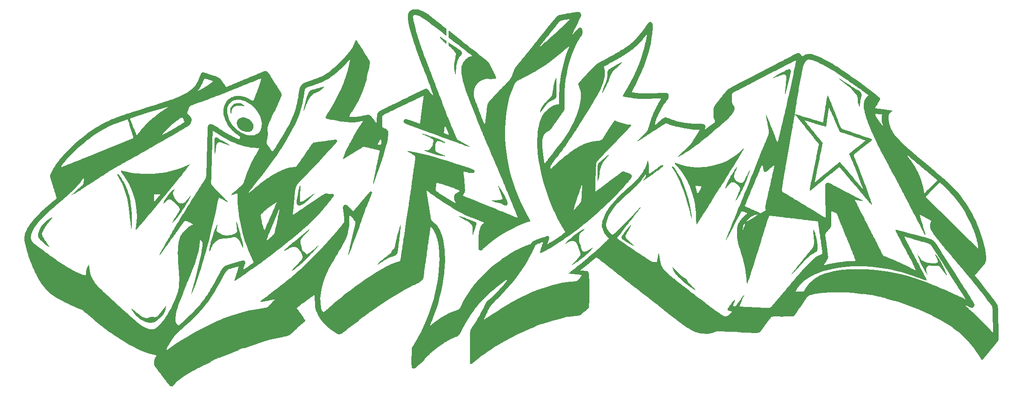
<source format=gbo>
G04 #@! TF.GenerationSoftware,KiCad,Pcbnew,(6.0.1-0)*
G04 #@! TF.CreationDate,2022-06-20T19:50:09-07:00*
G04 #@! TF.ProjectId,bottom,626f7474-6f6d-42e6-9b69-6361645f7063,rev?*
G04 #@! TF.SameCoordinates,Original*
G04 #@! TF.FileFunction,Legend,Bot*
G04 #@! TF.FilePolarity,Positive*
%FSLAX46Y46*%
G04 Gerber Fmt 4.6, Leading zero omitted, Abs format (unit mm)*
G04 Created by KiCad (PCBNEW (6.0.1-0)) date 2022-06-20 19:50:09*
%MOMM*%
%LPD*%
G01*
G04 APERTURE LIST*
%ADD10C,4.400000*%
%ADD11C,8.600000*%
G04 APERTURE END LIST*
G36*
X157424927Y-294507962D02*
G01*
X157451522Y-294541316D01*
X157445068Y-294556367D01*
X157411429Y-294607168D01*
X157352971Y-294687609D01*
X157273953Y-294791994D01*
X157178634Y-294914629D01*
X157071273Y-295049817D01*
X156836503Y-295344979D01*
X156609475Y-295636369D01*
X156413414Y-295894967D01*
X156249493Y-296119225D01*
X156118885Y-296307594D01*
X155985652Y-296514026D01*
X155853176Y-296733609D01*
X155731993Y-296948869D01*
X155626998Y-297150770D01*
X155543082Y-297330271D01*
X155485139Y-297478335D01*
X155478801Y-297498207D01*
X155446022Y-297657754D01*
X155437690Y-297827119D01*
X155453570Y-297988020D01*
X155493428Y-298122176D01*
X155540074Y-298215563D01*
X155614101Y-298348968D01*
X155709665Y-298511902D01*
X155822821Y-298698119D01*
X155949627Y-298901371D01*
X156086137Y-299115414D01*
X156228409Y-299334001D01*
X156372499Y-299550884D01*
X156514462Y-299759819D01*
X156650355Y-299954558D01*
X156713952Y-300044713D01*
X156787763Y-300150618D01*
X156846468Y-300236343D01*
X156885236Y-300294811D01*
X156899232Y-300318948D01*
X156889551Y-300326876D01*
X156844748Y-300317552D01*
X156770484Y-300287241D01*
X156674516Y-300240043D01*
X156564603Y-300180063D01*
X156448501Y-300111400D01*
X156333969Y-300038157D01*
X156228764Y-299964436D01*
X156148445Y-299900872D01*
X156039874Y-299808785D01*
X155914506Y-299698061D01*
X155782162Y-299577379D01*
X155652668Y-299455418D01*
X155527105Y-299335598D01*
X155397106Y-299212688D01*
X155275094Y-299098389D01*
X155170599Y-299001627D01*
X155093154Y-298931332D01*
X155000247Y-298844195D01*
X154858161Y-298683659D01*
X154755105Y-298521238D01*
X154684368Y-298347348D01*
X154672605Y-298306706D01*
X154641648Y-298136726D01*
X154638184Y-297954749D01*
X154663240Y-297756409D01*
X154717843Y-297537342D01*
X154803021Y-297293182D01*
X154919800Y-297019565D01*
X155069209Y-296712126D01*
X155175781Y-296510999D01*
X155347009Y-296222882D01*
X155528191Y-295963786D01*
X155727015Y-295724757D01*
X155951172Y-295496838D01*
X156208351Y-295271073D01*
X156506241Y-295038508D01*
X156680648Y-294910824D01*
X156867924Y-294779344D01*
X157033074Y-294669737D01*
X157172661Y-294584094D01*
X157283248Y-294524509D01*
X157361400Y-294493076D01*
X157403678Y-294491888D01*
X157424927Y-294507962D01*
G37*
G36*
X328597293Y-301695595D02*
G01*
X328632708Y-301754087D01*
X328760618Y-301973413D01*
X328870852Y-302161033D01*
X328962299Y-302314381D01*
X329038267Y-302438481D01*
X329102062Y-302538359D01*
X329156993Y-302619039D01*
X329206367Y-302685548D01*
X329253491Y-302742908D01*
X329301673Y-302796147D01*
X329354221Y-302850289D01*
X329384324Y-302880313D01*
X329480929Y-302969924D01*
X329572899Y-303040516D01*
X329677666Y-303104392D01*
X329812659Y-303173853D01*
X329813163Y-303174099D01*
X330093183Y-303298992D01*
X330372062Y-303396984D01*
X330662313Y-303471279D01*
X330976450Y-303525083D01*
X331326988Y-303561599D01*
X331328497Y-303561716D01*
X331519812Y-303572279D01*
X331714940Y-303575522D01*
X331904791Y-303571955D01*
X332080278Y-303562087D01*
X332232310Y-303546428D01*
X332351797Y-303525487D01*
X332429651Y-303499775D01*
X332513797Y-303437252D01*
X332580438Y-303334198D01*
X332609826Y-303205907D01*
X332600654Y-303058819D01*
X332551612Y-302899377D01*
X332525294Y-302837757D01*
X332481352Y-302735394D01*
X332425789Y-302606288D01*
X332363082Y-302460840D01*
X332297707Y-302309451D01*
X332293103Y-302298792D01*
X332233094Y-302158553D01*
X332180975Y-302034418D01*
X332139874Y-301934022D01*
X332112920Y-301864995D01*
X332103240Y-301834970D01*
X332103789Y-301830180D01*
X332128803Y-301802604D01*
X332171106Y-301789077D01*
X332203009Y-301799456D01*
X332204352Y-301801373D01*
X332229838Y-301835423D01*
X332276414Y-301896254D01*
X332335087Y-301972111D01*
X332410504Y-302073836D01*
X332509253Y-302214901D01*
X332622034Y-302381838D01*
X332742839Y-302565406D01*
X332865658Y-302756362D01*
X332984484Y-302945465D01*
X333093307Y-303123472D01*
X333186120Y-303281141D01*
X333202031Y-303309008D01*
X333320741Y-303523571D01*
X333444616Y-303758003D01*
X333570983Y-304006427D01*
X333697167Y-304262970D01*
X333820495Y-304521756D01*
X333938292Y-304776911D01*
X334047886Y-305022559D01*
X334146601Y-305252826D01*
X334231765Y-305461837D01*
X334300703Y-305643717D01*
X334350743Y-305792591D01*
X334379208Y-305902584D01*
X334396088Y-305991662D01*
X334304492Y-305889858D01*
X334263917Y-305843899D01*
X334157248Y-305717911D01*
X334031598Y-305564188D01*
X333894300Y-305392070D01*
X333752686Y-305210893D01*
X333614086Y-305029996D01*
X333485834Y-304858716D01*
X333375261Y-304706391D01*
X333308346Y-304613326D01*
X333215807Y-304487945D01*
X333130405Y-304375796D01*
X333059432Y-304286410D01*
X333010181Y-304229317D01*
X333001264Y-304220102D01*
X332867659Y-304114805D01*
X332722892Y-304058683D01*
X332568178Y-304052221D01*
X332541594Y-304055344D01*
X332446174Y-304066772D01*
X332327458Y-304081194D01*
X332205044Y-304096232D01*
X332065509Y-304109146D01*
X331833619Y-304112369D01*
X331578452Y-304094027D01*
X331288843Y-304053602D01*
X331256914Y-304048475D01*
X331052390Y-304027034D01*
X330882284Y-304033478D01*
X330738222Y-304069771D01*
X330611828Y-304137876D01*
X330494726Y-304239756D01*
X330382523Y-304388594D01*
X330312324Y-304562789D01*
X330288945Y-304756650D01*
X330290605Y-304807976D01*
X330299134Y-304883138D01*
X330316780Y-304971772D01*
X330345614Y-305082468D01*
X330387707Y-305223817D01*
X330445131Y-305404411D01*
X330453773Y-305431152D01*
X330499884Y-305576113D01*
X330538896Y-305702533D01*
X330568594Y-305802962D01*
X330586766Y-305869952D01*
X330591199Y-305896054D01*
X330581928Y-305890126D01*
X330547951Y-305851976D01*
X330495850Y-305786113D01*
X330432372Y-305700830D01*
X330335026Y-305561472D01*
X330163608Y-305294540D01*
X329984290Y-304991495D01*
X329800786Y-304660112D01*
X329616810Y-304308171D01*
X329436077Y-303943449D01*
X329262302Y-303573723D01*
X329099199Y-303206771D01*
X328950482Y-302850371D01*
X328819866Y-302512300D01*
X328711066Y-302200337D01*
X328627795Y-301922258D01*
X328600393Y-301818537D01*
X328578109Y-301727277D01*
X328570096Y-301678696D01*
X328576457Y-301669300D01*
X328597293Y-301695595D01*
G37*
G36*
X230614543Y-277926956D02*
G01*
X230691087Y-277946050D01*
X230804803Y-277977803D01*
X230950492Y-278020566D01*
X231122951Y-278072690D01*
X231316978Y-278132524D01*
X231527373Y-278198421D01*
X231748934Y-278268730D01*
X231976460Y-278341803D01*
X232204748Y-278415990D01*
X232428598Y-278489642D01*
X232642808Y-278561110D01*
X232842177Y-278628744D01*
X233021503Y-278690895D01*
X233175585Y-278745914D01*
X233585761Y-278900368D01*
X233978213Y-279059892D01*
X234338848Y-279219946D01*
X234677188Y-279384582D01*
X234811865Y-279453398D01*
X234945702Y-279522941D01*
X235043354Y-279576106D01*
X235110051Y-279616442D01*
X235151020Y-279647501D01*
X235171491Y-279672835D01*
X235176694Y-279695993D01*
X235171856Y-279720529D01*
X235159669Y-279757396D01*
X235148307Y-279784398D01*
X235142794Y-279783843D01*
X235097776Y-279773230D01*
X235012443Y-279750982D01*
X234892759Y-279718719D01*
X234744686Y-279678056D01*
X234574189Y-279630611D01*
X234387230Y-279578001D01*
X233632277Y-279364440D01*
X233504240Y-279504533D01*
X233482740Y-279528668D01*
X233357143Y-279698897D01*
X233263330Y-279879955D01*
X233209125Y-280057193D01*
X233201827Y-280121508D01*
X233195523Y-280227037D01*
X233190721Y-280362475D01*
X233187795Y-280517238D01*
X233187120Y-280680740D01*
X233188245Y-280837840D01*
X233192321Y-280996953D01*
X233201373Y-281120053D01*
X233217567Y-281215440D01*
X233243065Y-281291416D01*
X233280033Y-281356281D01*
X233330634Y-281418336D01*
X233397033Y-281485882D01*
X233399957Y-281488695D01*
X233486847Y-281556724D01*
X233615400Y-281637197D01*
X233779155Y-281727012D01*
X233971653Y-281823067D01*
X234186434Y-281922259D01*
X234417040Y-282021486D01*
X234657009Y-282117645D01*
X234899883Y-282207635D01*
X234932914Y-282219388D01*
X235032833Y-282256452D01*
X235094067Y-282284206D01*
X235124235Y-282308083D01*
X235130956Y-282333519D01*
X235121849Y-282365948D01*
X235118670Y-282373281D01*
X235108918Y-282384484D01*
X235088957Y-282391076D01*
X235052068Y-282392795D01*
X234991530Y-282389381D01*
X234900625Y-282380573D01*
X234772633Y-282366111D01*
X234600835Y-282345734D01*
X234430493Y-282323093D01*
X233993520Y-282246965D01*
X233528241Y-282142630D01*
X233042825Y-282012540D01*
X232545441Y-281859148D01*
X232044256Y-281684907D01*
X231547440Y-281492267D01*
X231063160Y-281283682D01*
X230923180Y-281220143D01*
X231330394Y-281224038D01*
X231407940Y-281224740D01*
X231550888Y-281224196D01*
X231664386Y-281217302D01*
X231757755Y-281199795D01*
X231840313Y-281167411D01*
X231921381Y-281115885D01*
X232010277Y-281040954D01*
X232116321Y-280938353D01*
X232248833Y-280803819D01*
X232341139Y-280708297D01*
X232457680Y-280580522D01*
X232544154Y-280472248D01*
X232605645Y-280374972D01*
X232647236Y-280280190D01*
X232674012Y-280179400D01*
X232691054Y-280064097D01*
X232707376Y-279964356D01*
X232739430Y-279835520D01*
X232777520Y-279726331D01*
X232809308Y-279638308D01*
X232840445Y-279479008D01*
X232840572Y-279325035D01*
X232808711Y-279193117D01*
X232788959Y-279155667D01*
X232734542Y-279079169D01*
X232668342Y-279005653D01*
X232645271Y-278984237D01*
X232603390Y-278950529D01*
X232551807Y-278916311D01*
X232485148Y-278878977D01*
X232398039Y-278835921D01*
X232285104Y-278784537D01*
X232140971Y-278722219D01*
X231960264Y-278646362D01*
X231737609Y-278554359D01*
X231694232Y-278536412D01*
X231514900Y-278460196D01*
X231334689Y-278380696D01*
X231159564Y-278300817D01*
X230995489Y-278223461D01*
X230848428Y-278151531D01*
X230724343Y-278087929D01*
X230629201Y-278035559D01*
X230568964Y-277997323D01*
X230549597Y-277976125D01*
X230552379Y-277967445D01*
X230579305Y-277922695D01*
X230580374Y-277922170D01*
X230614543Y-277926956D01*
G37*
G36*
X237951127Y-294262919D02*
G01*
X238045663Y-294282973D01*
X238162897Y-294310799D01*
X238293539Y-294344091D01*
X238428295Y-294380542D01*
X238557873Y-294417847D01*
X238672979Y-294453700D01*
X238783974Y-294491285D01*
X238966738Y-294557354D01*
X239178054Y-294638270D01*
X239422290Y-294735753D01*
X239703816Y-294851526D01*
X240027002Y-294987311D01*
X240188418Y-295054618D01*
X240370816Y-295128593D01*
X240549037Y-295198984D01*
X240708920Y-295260201D01*
X240836306Y-295306659D01*
X240853394Y-295312648D01*
X240976504Y-295356595D01*
X241085125Y-295396667D01*
X241168035Y-295428655D01*
X241214013Y-295448349D01*
X241259524Y-295485127D01*
X241314144Y-295561962D01*
X241354835Y-295653699D01*
X241370832Y-295740297D01*
X241365559Y-295768689D01*
X241345927Y-295843013D01*
X241313272Y-295956219D01*
X241269177Y-296103122D01*
X241215222Y-296278535D01*
X241152986Y-296477274D01*
X241084052Y-296694153D01*
X241009999Y-296923987D01*
X240993620Y-296974479D01*
X240911587Y-297226940D01*
X240843396Y-297435531D01*
X240787572Y-297604141D01*
X240742638Y-297736657D01*
X240707120Y-297836967D01*
X240679541Y-297908958D01*
X240658425Y-297956518D01*
X240642298Y-297983534D01*
X240629684Y-297993895D01*
X240619106Y-297991488D01*
X240609090Y-297980199D01*
X240604642Y-297973162D01*
X240594361Y-297947653D01*
X240586170Y-297908143D01*
X240579821Y-297849360D01*
X240575069Y-297766034D01*
X240571667Y-297652892D01*
X240569369Y-297504664D01*
X240567929Y-297316077D01*
X240567099Y-297081862D01*
X240567016Y-297043790D01*
X240566522Y-296807273D01*
X240565004Y-296614312D01*
X240560840Y-296458496D01*
X240552404Y-296333410D01*
X240538075Y-296232642D01*
X240516227Y-296149779D01*
X240485239Y-296078408D01*
X240443485Y-296012115D01*
X240389342Y-295944487D01*
X240321187Y-295869112D01*
X240237396Y-295779575D01*
X240087908Y-295626420D01*
X239916434Y-295471683D01*
X239739907Y-295338181D01*
X239547072Y-295218311D01*
X239326677Y-295104468D01*
X239067468Y-294989049D01*
X238954615Y-294937989D01*
X238820389Y-294870893D01*
X238675283Y-294793359D01*
X238525504Y-294709192D01*
X238377261Y-294622197D01*
X238236762Y-294536178D01*
X238110215Y-294454938D01*
X238003829Y-294382283D01*
X237923813Y-294322017D01*
X237876374Y-294277944D01*
X237867720Y-294253868D01*
X237888584Y-294252942D01*
X237951127Y-294262919D01*
G37*
G36*
X170516346Y-285911436D02*
G01*
X170571522Y-285951705D01*
X170646396Y-286032481D01*
X170738242Y-286149254D01*
X170844335Y-286297514D01*
X170961947Y-286472749D01*
X171088353Y-286670451D01*
X171220826Y-286886109D01*
X171356640Y-287115212D01*
X171493069Y-287353251D01*
X171627386Y-287595715D01*
X171756865Y-287838093D01*
X171878780Y-288075877D01*
X171990405Y-288304555D01*
X172089013Y-288519618D01*
X172187163Y-288748080D01*
X172319141Y-289078612D01*
X172438418Y-289409536D01*
X172546334Y-289746465D01*
X172644224Y-290095010D01*
X172733426Y-290460783D01*
X172815279Y-290849394D01*
X172891118Y-291266457D01*
X172962283Y-291717583D01*
X173030109Y-292208382D01*
X173095935Y-292744467D01*
X173111036Y-292874946D01*
X173141711Y-293147954D01*
X173166477Y-293384928D01*
X173185946Y-293595957D01*
X173200734Y-293791132D01*
X173211452Y-293980542D01*
X173218715Y-294174278D01*
X173223135Y-294382430D01*
X173225326Y-294615089D01*
X173225902Y-294882343D01*
X173225519Y-295098026D01*
X173223631Y-295340105D01*
X173219626Y-295548118D01*
X173212911Y-295731568D01*
X173202892Y-295899959D01*
X173188978Y-296062794D01*
X173170574Y-296229578D01*
X173147088Y-296409813D01*
X173117928Y-296613004D01*
X173104541Y-296702709D01*
X173089881Y-296794149D01*
X173079343Y-296843680D01*
X173071137Y-296856337D01*
X173063471Y-296837153D01*
X173054555Y-296791161D01*
X173048657Y-296748934D01*
X173037668Y-296659677D01*
X173022309Y-296529186D01*
X173003124Y-296362270D01*
X172980657Y-296163735D01*
X172955453Y-295938390D01*
X172928054Y-295691043D01*
X172899005Y-295426503D01*
X172868850Y-295149578D01*
X172851156Y-294986604D01*
X172798675Y-294505997D01*
X172750635Y-294071331D01*
X172706543Y-293679035D01*
X172665902Y-293325538D01*
X172628219Y-293007270D01*
X172592998Y-292720660D01*
X172559744Y-292462137D01*
X172527962Y-292228131D01*
X172497157Y-292015070D01*
X172466835Y-291819385D01*
X172436500Y-291637504D01*
X172405657Y-291465858D01*
X172373811Y-291300875D01*
X172340468Y-291138984D01*
X172305132Y-290976616D01*
X172267309Y-290810199D01*
X172245266Y-290716161D01*
X172030051Y-289906975D01*
X171773969Y-289122358D01*
X171473815Y-288353266D01*
X171126386Y-287590660D01*
X171071313Y-287479902D01*
X170973999Y-287291353D01*
X170867252Y-287091497D01*
X170756392Y-286889830D01*
X170646738Y-286695848D01*
X170543609Y-286519047D01*
X170452324Y-286368922D01*
X170378202Y-286254969D01*
X170324127Y-286172142D01*
X170294968Y-286111593D01*
X170289124Y-286063459D01*
X170302216Y-286013844D01*
X170323940Y-285982910D01*
X170382804Y-285940315D01*
X170452934Y-285912059D01*
X170511352Y-285909595D01*
X170516346Y-285911436D01*
G37*
G36*
X313194180Y-267051833D02*
G01*
X313274315Y-267079680D01*
X313279099Y-267082303D01*
X313325329Y-267110451D01*
X313408635Y-267163185D01*
X313524610Y-267237648D01*
X313668849Y-267330982D01*
X313836945Y-267440330D01*
X314024492Y-267562834D01*
X314227083Y-267695637D01*
X314440314Y-267835881D01*
X314683245Y-267995912D01*
X314991577Y-268198931D01*
X315262781Y-268377266D01*
X315500001Y-268532866D01*
X315706381Y-268667676D01*
X315885065Y-268783645D01*
X316039196Y-268882717D01*
X316171920Y-268966841D01*
X316286379Y-269037963D01*
X316385718Y-269098029D01*
X316473080Y-269148988D01*
X316551610Y-269192784D01*
X316624451Y-269231366D01*
X316694748Y-269266680D01*
X316765644Y-269300673D01*
X316840283Y-269335291D01*
X316921810Y-269372482D01*
X317082788Y-269463235D01*
X317257225Y-269611994D01*
X317397052Y-269794664D01*
X317497083Y-270005541D01*
X317529093Y-270123168D01*
X317542885Y-270286679D01*
X317523140Y-270466961D01*
X317469428Y-270674388D01*
X317460469Y-270703265D01*
X317418194Y-270849743D01*
X317376813Y-271006862D01*
X317344148Y-271145230D01*
X317340596Y-271161832D01*
X317324694Y-271240593D01*
X317310500Y-271321017D01*
X317297175Y-271410115D01*
X317283880Y-271514896D01*
X317269776Y-271642369D01*
X317254026Y-271799544D01*
X317235789Y-271993432D01*
X317214227Y-272231041D01*
X317213532Y-272238749D01*
X317201549Y-272362851D01*
X317189821Y-272469775D01*
X317179662Y-272548337D01*
X317172386Y-272587353D01*
X317157867Y-272588196D01*
X317127883Y-272550471D01*
X317086813Y-272480173D01*
X317038542Y-272384989D01*
X316986950Y-272272606D01*
X316935920Y-272150710D01*
X316889336Y-272026988D01*
X316806824Y-271741804D01*
X316765194Y-271460093D01*
X316764604Y-271174028D01*
X316766475Y-271142531D01*
X316765067Y-270902880D01*
X316732898Y-270698896D01*
X316669248Y-270525680D01*
X316639661Y-270475509D01*
X316576248Y-270383239D01*
X316487982Y-270263625D01*
X316379760Y-270122672D01*
X316256480Y-269966391D01*
X316123039Y-269800788D01*
X315984333Y-269631872D01*
X315845259Y-269465650D01*
X315710715Y-269308132D01*
X315585597Y-269165324D01*
X315474802Y-269043236D01*
X315383228Y-268947874D01*
X315340173Y-268905631D01*
X315217595Y-268790852D01*
X315092686Y-268680618D01*
X314977903Y-268585720D01*
X314885705Y-268516948D01*
X314868374Y-268505159D01*
X314635339Y-268342130D01*
X314396836Y-268166524D01*
X314145247Y-267972473D01*
X313872954Y-267754110D01*
X313572338Y-267505570D01*
X313465181Y-267415789D01*
X313329585Y-267301524D01*
X313227250Y-267213817D01*
X313154575Y-267149073D01*
X313107959Y-267103695D01*
X313083801Y-267074087D01*
X313078501Y-267056654D01*
X313088457Y-267047799D01*
X313110069Y-267043928D01*
X313114444Y-267043571D01*
X313194180Y-267051833D01*
G37*
G36*
X194420972Y-271892193D02*
G01*
X194682315Y-271946396D01*
X194929717Y-272036922D01*
X195154799Y-272162536D01*
X195349182Y-272322002D01*
X195380382Y-272353746D01*
X195445837Y-272424793D01*
X195491251Y-272480578D01*
X195508250Y-272511143D01*
X195500394Y-272521635D01*
X195452782Y-272529835D01*
X195369231Y-272526089D01*
X195258098Y-272511337D01*
X195127738Y-272486515D01*
X194986507Y-272452563D01*
X194839820Y-272422295D01*
X194613390Y-272399312D01*
X194372319Y-272397166D01*
X194134903Y-272415813D01*
X193919435Y-272455207D01*
X193760136Y-272498834D01*
X193597994Y-272556069D01*
X193466181Y-272621843D01*
X193353290Y-272702055D01*
X193247920Y-272802605D01*
X193183208Y-272876226D01*
X193122156Y-272960256D01*
X193071404Y-273052560D01*
X193027623Y-273161584D01*
X192987485Y-273295776D01*
X192947665Y-273463581D01*
X192904832Y-273673445D01*
X192884617Y-273774031D01*
X192858042Y-273896115D01*
X192834713Y-273991986D01*
X192816602Y-274053692D01*
X192805680Y-274073280D01*
X192801684Y-274068596D01*
X192781874Y-274026668D01*
X192753795Y-273952266D01*
X192722163Y-273857568D01*
X192678441Y-273667561D01*
X192657369Y-273442455D01*
X192663739Y-273216598D01*
X192698158Y-273011402D01*
X192772342Y-272793648D01*
X192894900Y-272560077D01*
X193051716Y-272351734D01*
X193236924Y-272176244D01*
X193444658Y-272041229D01*
X193637086Y-271959875D01*
X193889978Y-271897697D01*
X194154067Y-271875548D01*
X194420972Y-271892193D01*
G37*
G36*
X189967402Y-278683429D02*
G01*
X190011842Y-278690044D01*
X190122988Y-278715817D01*
X190220938Y-278757550D01*
X190321002Y-278822917D01*
X190438488Y-278919593D01*
X190498586Y-278971824D01*
X190572239Y-279033582D01*
X190640636Y-279086367D01*
X190712206Y-279135542D01*
X190795375Y-279186470D01*
X190898570Y-279244512D01*
X191030217Y-279315032D01*
X191198744Y-279403392D01*
X191298830Y-279456180D01*
X191488509Y-279558246D01*
X191692054Y-279669784D01*
X191890804Y-279780536D01*
X192066103Y-279880245D01*
X192101514Y-279900685D01*
X192242584Y-279982713D01*
X192345995Y-280044679D01*
X192417238Y-280090684D01*
X192461803Y-280124830D01*
X192485180Y-280151217D01*
X192492861Y-280173947D01*
X192490337Y-280197121D01*
X192478180Y-280240992D01*
X192465303Y-280270848D01*
X192457254Y-280269755D01*
X192408606Y-280255271D01*
X192321061Y-280226264D01*
X192200397Y-280184735D01*
X192052394Y-280132684D01*
X191882829Y-280072112D01*
X191697482Y-280005020D01*
X191616516Y-279975535D01*
X191427428Y-279906733D01*
X191251003Y-279842613D01*
X191094271Y-279785726D01*
X190964265Y-279738624D01*
X190868017Y-279703857D01*
X190812559Y-279683977D01*
X190807580Y-279682244D01*
X190686389Y-279653022D01*
X190551952Y-279639740D01*
X190424506Y-279643215D01*
X190324286Y-279664265D01*
X190225775Y-279721805D01*
X190122644Y-279825359D01*
X190029611Y-279962981D01*
X189952519Y-280125898D01*
X189897213Y-280305339D01*
X189888144Y-280351216D01*
X189871516Y-280451811D01*
X189851304Y-280587375D01*
X189828796Y-280748861D01*
X189805283Y-280927221D01*
X189782052Y-281113405D01*
X189764284Y-281259523D01*
X189743295Y-281430573D01*
X189724447Y-281582515D01*
X189708721Y-281707492D01*
X189697100Y-281797646D01*
X189690568Y-281845119D01*
X189689504Y-281851542D01*
X189674365Y-281905634D01*
X189656506Y-281927834D01*
X189632794Y-281916423D01*
X189600819Y-281859395D01*
X189572723Y-281757723D01*
X189548697Y-281615064D01*
X189528933Y-281435079D01*
X189513623Y-281221426D01*
X189502957Y-280977765D01*
X189497129Y-280707755D01*
X189496330Y-280415054D01*
X189500750Y-280103323D01*
X189510583Y-279776219D01*
X189526020Y-279437403D01*
X189529381Y-279374766D01*
X189539813Y-279195475D01*
X189550493Y-279058026D01*
X189563422Y-278955482D01*
X189580598Y-278880909D01*
X189604020Y-278827370D01*
X189635687Y-278787928D01*
X189677599Y-278755649D01*
X189731754Y-278723596D01*
X189733153Y-278722811D01*
X189807359Y-278687936D01*
X189876433Y-278676344D01*
X189967402Y-278683429D01*
G37*
G36*
X245716750Y-288272256D02*
G01*
X245750945Y-288304141D01*
X245798165Y-288361117D01*
X245861958Y-288447667D01*
X245945871Y-288568271D01*
X246053449Y-288727411D01*
X246331555Y-289151899D01*
X246610990Y-289602860D01*
X246852392Y-290021697D01*
X247055672Y-290408228D01*
X247220739Y-290762271D01*
X247347505Y-291083645D01*
X247435879Y-291372168D01*
X247485771Y-291627657D01*
X247492913Y-291691574D01*
X247496995Y-291837424D01*
X247476702Y-291948648D01*
X247429644Y-292033799D01*
X247353432Y-292101427D01*
X247315680Y-292123796D01*
X247232671Y-292151188D01*
X247122713Y-292159097D01*
X247020623Y-292154559D01*
X246904573Y-292131702D01*
X246791153Y-292083936D01*
X246661755Y-292005041D01*
X246621563Y-291978421D01*
X246477336Y-291890866D01*
X246333835Y-291818718D01*
X246180754Y-291758282D01*
X246007785Y-291705862D01*
X245804621Y-291657762D01*
X245560955Y-291610285D01*
X245411172Y-291581588D01*
X245179532Y-291528450D01*
X244979911Y-291468978D01*
X244800250Y-291399364D01*
X244628491Y-291315799D01*
X244571466Y-291285186D01*
X244468410Y-291227372D01*
X244411477Y-291187833D01*
X244401209Y-291163164D01*
X244438151Y-291149960D01*
X244522845Y-291144814D01*
X244655834Y-291144323D01*
X244676404Y-291144375D01*
X244893419Y-291140724D01*
X245121688Y-291130115D01*
X245353440Y-291113474D01*
X245580907Y-291091726D01*
X245796319Y-291065796D01*
X245991909Y-291036609D01*
X246159905Y-291005090D01*
X246292540Y-290972165D01*
X246382044Y-290938759D01*
X246386665Y-290936375D01*
X246459858Y-290887204D01*
X246504183Y-290826995D01*
X246519784Y-290749471D01*
X246506809Y-290648357D01*
X246465402Y-290517378D01*
X246395709Y-290350259D01*
X246389235Y-290335310D01*
X246360647Y-290264823D01*
X246319421Y-290159153D01*
X246267745Y-290024216D01*
X246207805Y-289865926D01*
X246141788Y-289690198D01*
X246071880Y-289502946D01*
X246000269Y-289310084D01*
X245929140Y-289117527D01*
X245860681Y-288931191D01*
X245797079Y-288756989D01*
X245740520Y-288600835D01*
X245693190Y-288468645D01*
X245657277Y-288366334D01*
X245634967Y-288299815D01*
X245628448Y-288275003D01*
X245640673Y-288270521D01*
X245684411Y-288261166D01*
X245692033Y-288260982D01*
X245716750Y-288272256D01*
G37*
G36*
X280179733Y-304336503D02*
G01*
X280237827Y-304386031D01*
X280322857Y-304465777D01*
X280436061Y-304576965D01*
X280578675Y-304720816D01*
X280751938Y-304898554D01*
X280957087Y-305111400D01*
X281195360Y-305360578D01*
X281339291Y-305510077D01*
X281563341Y-305735154D01*
X281767026Y-305928213D01*
X281956899Y-306094626D01*
X282139514Y-306239762D01*
X282321425Y-306368993D01*
X282509185Y-306487688D01*
X282709349Y-306601218D01*
X282815768Y-306661487D01*
X282917135Y-306730031D01*
X282985911Y-306796174D01*
X283030621Y-306868541D01*
X283059789Y-306955756D01*
X283068101Y-306987940D01*
X283099052Y-307085427D01*
X283139283Y-307173130D01*
X283194781Y-307259496D01*
X283271529Y-307352976D01*
X283375516Y-307462017D01*
X283512726Y-307595069D01*
X283619885Y-307698123D01*
X283751795Y-307827315D01*
X283898588Y-307972869D01*
X284053855Y-308128289D01*
X284211188Y-308287082D01*
X284364179Y-308442753D01*
X284506419Y-308588806D01*
X284631499Y-308718746D01*
X284733011Y-308826079D01*
X284804547Y-308904310D01*
X284904543Y-309017360D01*
X284551824Y-308833447D01*
X284319100Y-308708117D01*
X283812577Y-308406770D01*
X283334377Y-308082268D01*
X282895407Y-307741798D01*
X282889506Y-307736862D01*
X282808717Y-307666483D01*
X282698726Y-307566972D01*
X282564276Y-307442889D01*
X282410112Y-307298798D01*
X282240976Y-307139260D01*
X282061614Y-306968836D01*
X281876769Y-306792088D01*
X281691185Y-306613578D01*
X281509605Y-306437868D01*
X281336773Y-306269520D01*
X281177434Y-306113095D01*
X281036331Y-305973154D01*
X280918208Y-305854261D01*
X280827809Y-305760976D01*
X280769877Y-305697860D01*
X280660266Y-305562344D01*
X280457004Y-305252040D01*
X280296664Y-304914576D01*
X280179587Y-304550614D01*
X280172811Y-304523143D01*
X280152231Y-304428854D01*
X280140299Y-304355732D01*
X280139421Y-304317737D01*
X280147336Y-304315972D01*
X280179733Y-304336503D01*
G37*
G36*
X303290560Y-265165801D02*
G01*
X303401545Y-265214863D01*
X303481935Y-265303794D01*
X303530830Y-265431463D01*
X303547328Y-265596738D01*
X303545476Y-265654137D01*
X303535213Y-265763780D01*
X303515568Y-265901131D01*
X303486095Y-266068112D01*
X303446348Y-266266644D01*
X303395878Y-266498651D01*
X303334240Y-266766054D01*
X303260986Y-267070777D01*
X303175671Y-267414740D01*
X303077846Y-267799867D01*
X302967066Y-268228080D01*
X302842883Y-268701302D01*
X302704850Y-269221454D01*
X302703905Y-269224998D01*
X302649305Y-269429352D01*
X302598890Y-269617229D01*
X302554140Y-269783176D01*
X302516534Y-269921740D01*
X302487553Y-270027467D01*
X302468676Y-270094904D01*
X302461384Y-270118598D01*
X302435842Y-270114596D01*
X302392311Y-270075194D01*
X302376587Y-269999888D01*
X302378385Y-269966594D01*
X302384575Y-269885183D01*
X302394772Y-269762038D01*
X302408555Y-269601920D01*
X302425505Y-269409590D01*
X302445201Y-269189812D01*
X302467224Y-268947347D01*
X302491152Y-268686958D01*
X302516567Y-268413405D01*
X302537842Y-268183689D01*
X302562150Y-267916248D01*
X302584583Y-267664041D01*
X302604716Y-267432131D01*
X302622123Y-267225580D01*
X302636379Y-267049450D01*
X302647059Y-266908804D01*
X302653737Y-266808703D01*
X302655988Y-266754209D01*
X302652432Y-266680361D01*
X302616651Y-266519374D01*
X302545866Y-266391596D01*
X302444358Y-266299207D01*
X302316404Y-266244384D01*
X302166285Y-266229303D01*
X301998279Y-266256144D01*
X301816667Y-266327084D01*
X301805217Y-266332345D01*
X301742498Y-266357767D01*
X301636220Y-266398479D01*
X301489638Y-266453289D01*
X301306007Y-266521005D01*
X301088581Y-266600439D01*
X300840615Y-266690397D01*
X300565364Y-266789691D01*
X300266083Y-266897128D01*
X299946026Y-267011518D01*
X299941040Y-267013282D01*
X299907727Y-267022619D01*
X299903944Y-267014191D01*
X299932681Y-266982821D01*
X299996927Y-266923329D01*
X300038192Y-266886651D01*
X300192524Y-266760444D01*
X300373162Y-266628431D01*
X300583122Y-266488801D01*
X300825421Y-266339742D01*
X301103078Y-266179440D01*
X301419108Y-266006085D01*
X301776528Y-265817864D01*
X302178356Y-265612964D01*
X302375746Y-265513918D01*
X302577200Y-265413723D01*
X302741552Y-265333340D01*
X302873227Y-265270782D01*
X302976653Y-265224061D01*
X303056256Y-265191188D01*
X303116462Y-265170176D01*
X303161699Y-265159038D01*
X303196392Y-265155785D01*
X303290560Y-265165801D01*
G37*
G36*
X262711356Y-296847561D02*
G01*
X262594950Y-296953710D01*
X262396471Y-297135733D01*
X262232087Y-297288137D01*
X262099063Y-297413548D01*
X261994665Y-297514593D01*
X261916157Y-297593898D01*
X261860804Y-297654088D01*
X261825872Y-297697791D01*
X261818693Y-297708381D01*
X261784154Y-297774130D01*
X261754106Y-297861149D01*
X261727347Y-297975362D01*
X261702674Y-298122689D01*
X261678884Y-298309052D01*
X261654776Y-298540372D01*
X261644232Y-298677803D01*
X261643825Y-298974085D01*
X261678491Y-299244995D01*
X261749837Y-299500028D01*
X261859474Y-299748679D01*
X261870818Y-299771866D01*
X261917591Y-299893743D01*
X261965475Y-300057939D01*
X262012439Y-300257697D01*
X262017123Y-300279645D01*
X262064981Y-300495260D01*
X262107788Y-300667923D01*
X262148045Y-300804372D01*
X262188256Y-300911348D01*
X262230921Y-300995590D01*
X262278543Y-301063836D01*
X262333625Y-301122827D01*
X262418874Y-301191208D01*
X262516505Y-301240577D01*
X262625184Y-301265310D01*
X262748439Y-301264438D01*
X262889797Y-301236991D01*
X263052785Y-301182001D01*
X263240931Y-301098498D01*
X263457761Y-300985513D01*
X263706804Y-300842076D01*
X263991587Y-300667218D01*
X264008067Y-300656873D01*
X264136069Y-300577181D01*
X264247764Y-300508767D01*
X264336483Y-300455632D01*
X264395561Y-300421774D01*
X264418330Y-300411194D01*
X264415303Y-300419782D01*
X264389348Y-300461348D01*
X264342555Y-300528882D01*
X264281182Y-300613164D01*
X264234417Y-300674894D01*
X264022255Y-300932789D01*
X263771914Y-301207756D01*
X263489134Y-301494988D01*
X263179653Y-301789677D01*
X262849209Y-302087015D01*
X262503542Y-302382195D01*
X262148389Y-302670408D01*
X261789488Y-302946848D01*
X261432579Y-303206706D01*
X261083400Y-303445174D01*
X260747689Y-303657446D01*
X260431185Y-303838713D01*
X260352506Y-303880838D01*
X260267388Y-303925805D01*
X260207860Y-303956512D01*
X260183501Y-303967962D01*
X260182606Y-303967482D01*
X260189972Y-303954060D01*
X260216698Y-303920091D01*
X260265265Y-303862724D01*
X260338153Y-303779105D01*
X260437842Y-303666382D01*
X260566812Y-303521702D01*
X260727544Y-303342212D01*
X260988070Y-303050580D01*
X261214744Y-302794363D01*
X261407581Y-302573504D01*
X261567215Y-302387252D01*
X261694284Y-302234856D01*
X261789421Y-302115566D01*
X261853264Y-302028631D01*
X261886446Y-301973300D01*
X261893278Y-301957781D01*
X261921599Y-301873293D01*
X261933503Y-301784309D01*
X261928008Y-301682484D01*
X261904129Y-301559476D01*
X261860885Y-301406939D01*
X261797292Y-301216529D01*
X261787699Y-301189080D01*
X261673438Y-300864964D01*
X261572671Y-300585292D01*
X261483759Y-300346249D01*
X261405062Y-300144019D01*
X261334941Y-299974788D01*
X261271757Y-299834739D01*
X261213872Y-299720056D01*
X261159645Y-299626925D01*
X261107438Y-299551529D01*
X261055611Y-299490054D01*
X260946707Y-299390486D01*
X260761712Y-299275452D01*
X260555601Y-299200550D01*
X260337842Y-299168875D01*
X260117904Y-299183521D01*
X260056558Y-299196787D01*
X259980967Y-299219364D01*
X259893299Y-299252426D01*
X259788211Y-299298451D01*
X259660358Y-299359916D01*
X259504397Y-299439301D01*
X259314986Y-299539083D01*
X259086779Y-299661740D01*
X259026993Y-299693075D01*
X258952215Y-299728546D01*
X258905124Y-299745815D01*
X258894028Y-299741446D01*
X258966288Y-299634540D01*
X259084964Y-299487484D01*
X259237398Y-299319032D01*
X259419338Y-299133364D01*
X259626534Y-298934662D01*
X259854735Y-298727107D01*
X260099690Y-298514882D01*
X260357148Y-298302167D01*
X260487666Y-298198380D01*
X260751228Y-297996606D01*
X261026883Y-297794731D01*
X261308288Y-297596908D01*
X261589101Y-297407288D01*
X261862977Y-297230025D01*
X262123575Y-297069272D01*
X262364549Y-296929181D01*
X262579558Y-296813906D01*
X262762258Y-296727599D01*
X262914963Y-296662183D01*
X262711356Y-296847561D01*
G37*
G36*
X257144926Y-268840279D02*
G01*
X257137609Y-270666953D01*
X257053001Y-270838779D01*
X257025522Y-270890729D01*
X256953887Y-270995521D01*
X256863088Y-271087006D01*
X256745450Y-271171073D01*
X256593299Y-271253608D01*
X256398962Y-271340497D01*
X256221398Y-271418737D01*
X255932453Y-271569045D01*
X255672340Y-271739206D01*
X255427000Y-271938894D01*
X255182376Y-272177785D01*
X255138634Y-272226802D01*
X255062074Y-272318435D01*
X254964603Y-272439040D01*
X254851293Y-272582017D01*
X254727213Y-272740764D01*
X254597436Y-272908679D01*
X254467032Y-273079161D01*
X254341073Y-273245607D01*
X254224630Y-273401416D01*
X254122774Y-273539987D01*
X254040576Y-273654718D01*
X253983108Y-273739006D01*
X253980053Y-273743668D01*
X253946000Y-273789961D01*
X253924935Y-273808996D01*
X253922820Y-273808391D01*
X253916954Y-273778904D01*
X253922633Y-273712764D01*
X253937870Y-273620618D01*
X253960674Y-273513111D01*
X253989058Y-273400888D01*
X254021033Y-273294596D01*
X254120444Y-273037703D01*
X254278330Y-272721132D01*
X254473960Y-272402530D01*
X254702148Y-272091061D01*
X254746370Y-272039051D01*
X254825239Y-271951652D01*
X254930259Y-271838560D01*
X255056265Y-271705235D01*
X255198093Y-271557136D01*
X255350579Y-271399723D01*
X255508560Y-271238455D01*
X255508901Y-271238109D01*
X255662167Y-271081646D01*
X255805865Y-270933212D01*
X255935600Y-270797476D01*
X256046979Y-270679110D01*
X256135606Y-270582783D01*
X256197087Y-270513166D01*
X256227026Y-270474928D01*
X256251186Y-270428473D01*
X256298726Y-270300146D01*
X256347325Y-270121094D01*
X256396991Y-269891283D01*
X256447729Y-269610681D01*
X256499547Y-269279255D01*
X256552451Y-268896972D01*
X256598492Y-268579608D01*
X256663068Y-268226745D01*
X256740836Y-267894235D01*
X256835748Y-267565512D01*
X256951760Y-267224012D01*
X256970721Y-267172359D01*
X257004323Y-267089103D01*
X257031383Y-267041026D01*
X257057949Y-267018927D01*
X257090069Y-267013606D01*
X257152244Y-267013606D01*
X257144926Y-268840279D01*
G37*
G36*
X271944406Y-296009532D02*
G01*
X271952270Y-296019387D01*
X271954350Y-296040718D01*
X271944898Y-296076162D01*
X271921525Y-296130671D01*
X271881841Y-296209201D01*
X271823456Y-296316706D01*
X271743981Y-296458139D01*
X271641025Y-296638455D01*
X271571794Y-296759030D01*
X271465619Y-296943430D01*
X271360343Y-297125716D01*
X271262054Y-297295368D01*
X271176841Y-297441866D01*
X271110792Y-297554688D01*
X271092287Y-297586379D01*
X271021845Y-297711575D01*
X270959385Y-297829339D01*
X270911109Y-297927679D01*
X270883220Y-297994605D01*
X270849227Y-298150849D01*
X270851105Y-298335183D01*
X270896478Y-298510266D01*
X270983699Y-298665113D01*
X271023950Y-298710790D01*
X271094832Y-298782523D01*
X271184365Y-298867993D01*
X271282248Y-298957127D01*
X271362956Y-299028843D01*
X271604757Y-299244089D01*
X271811325Y-299428714D01*
X271985024Y-299584939D01*
X272128212Y-299714985D01*
X272243252Y-299821074D01*
X272332504Y-299905427D01*
X272398330Y-299970266D01*
X272443091Y-300017811D01*
X272469148Y-300050285D01*
X272478861Y-300069907D01*
X272474593Y-300078901D01*
X272452781Y-300086758D01*
X272398755Y-300097989D01*
X272371594Y-300089182D01*
X272303986Y-300057143D01*
X272202723Y-300004613D01*
X272073158Y-299934681D01*
X271920645Y-299850437D01*
X271750534Y-299754971D01*
X271568179Y-299651372D01*
X271378933Y-299542731D01*
X271188147Y-299432137D01*
X271001175Y-299322681D01*
X270823368Y-299217452D01*
X270660079Y-299119540D01*
X270516661Y-299032034D01*
X270398467Y-298958025D01*
X270310848Y-298900603D01*
X270259157Y-298862857D01*
X270256733Y-298860801D01*
X270163520Y-298751616D01*
X270099811Y-298616205D01*
X270068591Y-298468512D01*
X270072845Y-298322482D01*
X270115558Y-298192060D01*
X270132506Y-298163178D01*
X270182368Y-298086414D01*
X270254903Y-297979958D01*
X270345176Y-297850698D01*
X270448248Y-297705524D01*
X270559182Y-297551324D01*
X270673041Y-297394987D01*
X270784888Y-297243402D01*
X270889785Y-297103458D01*
X270982796Y-296982043D01*
X271019908Y-296934923D01*
X271115472Y-296817484D01*
X271223531Y-296688870D01*
X271338459Y-296555372D01*
X271454629Y-296423284D01*
X271566415Y-296298896D01*
X271668191Y-296188501D01*
X271754329Y-296098392D01*
X271819204Y-296034861D01*
X271857188Y-296004199D01*
X271890794Y-295992522D01*
X271944406Y-296009532D01*
G37*
G36*
X179461898Y-290547111D02*
G01*
X179066578Y-291026434D01*
X178672362Y-291502960D01*
X178281150Y-291974382D01*
X177894841Y-292438395D01*
X177515336Y-292892690D01*
X177144534Y-293334962D01*
X176784335Y-293762903D01*
X176436639Y-294174206D01*
X176103344Y-294566565D01*
X175786352Y-294937673D01*
X175487561Y-295285223D01*
X175208872Y-295606908D01*
X174952184Y-295900422D01*
X174719396Y-296163456D01*
X174512409Y-296393706D01*
X174333123Y-296588863D01*
X174183436Y-296746622D01*
X174136755Y-296794524D01*
X174048782Y-296883725D01*
X173976766Y-296955315D01*
X173927149Y-297002933D01*
X173906370Y-297020219D01*
X173902369Y-297007073D01*
X173909205Y-296962954D01*
X173915563Y-296931599D01*
X173929342Y-296847047D01*
X173947356Y-296724121D01*
X173968681Y-296570150D01*
X173992393Y-296392466D01*
X174017567Y-296198397D01*
X174043281Y-295995273D01*
X174068608Y-295790426D01*
X174092625Y-295591184D01*
X174114408Y-295404878D01*
X174133033Y-295238837D01*
X174147575Y-295100392D01*
X174157110Y-294996872D01*
X174159246Y-294968946D01*
X174170396Y-294749959D01*
X174175410Y-294493796D01*
X174174530Y-294212093D01*
X174167998Y-293916486D01*
X174156055Y-293618611D01*
X174138944Y-293330105D01*
X174116907Y-293062604D01*
X174063459Y-292587206D01*
X173932907Y-291761170D01*
X173755928Y-290954018D01*
X173664636Y-290632043D01*
X177616266Y-290632043D01*
X177616282Y-290660264D01*
X177617172Y-290842557D01*
X177619297Y-291006146D01*
X177622474Y-291144590D01*
X177626519Y-291251452D01*
X177631251Y-291320291D01*
X177636487Y-291344668D01*
X177640625Y-291341673D01*
X177671773Y-291308882D01*
X177728948Y-291244245D01*
X177807653Y-291153140D01*
X177903390Y-291040948D01*
X178011663Y-290913049D01*
X178127975Y-290774823D01*
X178247828Y-290631651D01*
X178366726Y-290488912D01*
X178480172Y-290351986D01*
X178583668Y-290226253D01*
X178672718Y-290117094D01*
X178742824Y-290029889D01*
X178789489Y-289970018D01*
X178808217Y-289942860D01*
X178805429Y-289939896D01*
X178765004Y-289933063D01*
X178680793Y-289927396D01*
X178557902Y-289923098D01*
X178401431Y-289920371D01*
X178216483Y-289919417D01*
X177616266Y-289919417D01*
X177616266Y-290632043D01*
X173664636Y-290632043D01*
X173531850Y-290163725D01*
X173260002Y-289388265D01*
X172939713Y-288625613D01*
X172570312Y-287873744D01*
X172151127Y-287130632D01*
X172137445Y-287107913D01*
X172004618Y-286892046D01*
X171865924Y-286674236D01*
X171726567Y-286462163D01*
X171591750Y-286263508D01*
X171466675Y-286085952D01*
X171356545Y-285937174D01*
X171266564Y-285824855D01*
X171212509Y-285759835D01*
X171143078Y-285664278D01*
X171101275Y-285580934D01*
X171080808Y-285495627D01*
X171075384Y-285394181D01*
X171075384Y-285243971D01*
X171374432Y-285315967D01*
X171656448Y-285381697D01*
X172202989Y-285498162D01*
X172761490Y-285604010D01*
X173312561Y-285695669D01*
X173836807Y-285769568D01*
X174487826Y-285839971D01*
X175238891Y-285893640D01*
X175996882Y-285919978D01*
X176749449Y-285918806D01*
X177484242Y-285889942D01*
X178188911Y-285833207D01*
X178839001Y-285754089D01*
X179779241Y-285597332D01*
X180714804Y-285391659D01*
X181641625Y-285138217D01*
X182555633Y-284838152D01*
X183452761Y-284492612D01*
X184328941Y-284102741D01*
X184385378Y-284076139D01*
X184496268Y-284025646D01*
X184585343Y-283987519D01*
X184644632Y-283965091D01*
X184666166Y-283961697D01*
X184657284Y-283980996D01*
X184624446Y-284035191D01*
X184573068Y-284114002D01*
X184509158Y-284208003D01*
X184387041Y-284380012D01*
X184232413Y-284590348D01*
X184048494Y-284834797D01*
X183837183Y-285111053D01*
X183600381Y-285416807D01*
X183339987Y-285749754D01*
X183057901Y-286107586D01*
X182756022Y-286487997D01*
X182436250Y-286888680D01*
X182100485Y-287307328D01*
X181750627Y-287741634D01*
X181388575Y-288189292D01*
X181016229Y-288647994D01*
X180635488Y-289115434D01*
X180248253Y-289589305D01*
X179958430Y-289942860D01*
X179856423Y-290067299D01*
X179461898Y-290547111D01*
G37*
G36*
X234232431Y-258792849D02*
G01*
X234297106Y-258835671D01*
X234393673Y-258901129D01*
X234517212Y-258985849D01*
X234662799Y-259086454D01*
X234825514Y-259199569D01*
X235000435Y-259321819D01*
X235160407Y-259433799D01*
X235467325Y-259647860D01*
X235740078Y-259836831D01*
X235983455Y-260003926D01*
X236202246Y-260152356D01*
X236401240Y-260285336D01*
X236585225Y-260406077D01*
X236758991Y-260517793D01*
X236927328Y-260623697D01*
X237095024Y-260727002D01*
X237104990Y-260733082D01*
X237350901Y-260884159D01*
X237557699Y-261013639D01*
X237730340Y-261124950D01*
X237873779Y-261221521D01*
X237992972Y-261306777D01*
X238092877Y-261384147D01*
X238178448Y-261457057D01*
X238254642Y-261528936D01*
X238276496Y-261550818D01*
X238390244Y-261676011D01*
X238465637Y-261784746D01*
X238507403Y-261885151D01*
X238520274Y-261985354D01*
X238516522Y-262045785D01*
X238495320Y-262129122D01*
X238450749Y-262216280D01*
X238377554Y-262316835D01*
X238270478Y-262440360D01*
X238263347Y-262448213D01*
X238114115Y-262623296D01*
X237987486Y-262797096D01*
X237872118Y-262986575D01*
X237756668Y-263208696D01*
X237734822Y-263253880D01*
X237658444Y-263422164D01*
X237594396Y-263584507D01*
X237540772Y-263749028D01*
X237495666Y-263923844D01*
X237457171Y-264117076D01*
X237423382Y-264336843D01*
X237392392Y-264591263D01*
X237362295Y-264888455D01*
X237353648Y-264980163D01*
X237334524Y-265182878D01*
X237315449Y-265384914D01*
X237297606Y-265573771D01*
X237282174Y-265736951D01*
X237270334Y-265861952D01*
X237267350Y-265892721D01*
X237254319Y-266012828D01*
X237241583Y-266110148D01*
X237230470Y-266175368D01*
X237222304Y-266199177D01*
X237211943Y-266195204D01*
X237181717Y-266153240D01*
X237146906Y-266071600D01*
X237109650Y-265957887D01*
X237072088Y-265819707D01*
X237036361Y-265664664D01*
X237004608Y-265500362D01*
X236978968Y-265334407D01*
X236972682Y-265284900D01*
X236945607Y-264951947D01*
X236943113Y-264599213D01*
X236965602Y-264221976D01*
X237013476Y-263815510D01*
X237087141Y-263375092D01*
X237186997Y-262895996D01*
X237187455Y-262893970D01*
X237236239Y-262659620D01*
X237266231Y-262464724D01*
X237276912Y-262301286D01*
X237267766Y-262161314D01*
X237238275Y-262036814D01*
X237187921Y-261919792D01*
X237116187Y-261802254D01*
X237114101Y-261799242D01*
X237058247Y-261728282D01*
X236971834Y-261629663D01*
X236861294Y-261509948D01*
X236733058Y-261375699D01*
X236593558Y-261233475D01*
X236449225Y-261089839D01*
X236306489Y-260951352D01*
X236171783Y-260824575D01*
X236051537Y-260716070D01*
X235989341Y-260662175D01*
X235858461Y-260551174D01*
X235709517Y-260427130D01*
X235556457Y-260301621D01*
X235413226Y-260186223D01*
X235320840Y-260111876D01*
X235181743Y-259997543D01*
X235047861Y-259884976D01*
X234930845Y-259784005D01*
X234842347Y-259704465D01*
X234814187Y-259677792D01*
X234724668Y-259588881D01*
X234623881Y-259484060D01*
X234517647Y-259369902D01*
X234411786Y-259252979D01*
X234312119Y-259139865D01*
X234224469Y-259037132D01*
X234154654Y-258951355D01*
X234108497Y-258889105D01*
X234091817Y-258856957D01*
X234109307Y-258813926D01*
X234154750Y-258779852D01*
X234204770Y-258776112D01*
X234232431Y-258792849D01*
G37*
G36*
X181789163Y-288765285D02*
G01*
X181769876Y-288802257D01*
X181730019Y-288871761D01*
X181674460Y-288965426D01*
X181608072Y-289074885D01*
X181559182Y-289155149D01*
X181475604Y-289296325D01*
X181415034Y-289406964D01*
X181373964Y-289495091D01*
X181348885Y-289568732D01*
X181336285Y-289635911D01*
X181332657Y-289704654D01*
X181332680Y-289713345D01*
X181349345Y-289873224D01*
X181393825Y-290060697D01*
X181461962Y-290264649D01*
X181549593Y-290473965D01*
X181652558Y-290677527D01*
X181766697Y-290864221D01*
X181785269Y-290891016D01*
X181892090Y-291029415D01*
X182018171Y-291172747D01*
X182153933Y-291311607D01*
X182289798Y-291436591D01*
X182416190Y-291538296D01*
X182523529Y-291607318D01*
X182599710Y-291644351D01*
X182819455Y-291718338D01*
X183035981Y-291741616D01*
X183249951Y-291714207D01*
X183462028Y-291636129D01*
X183473685Y-291630321D01*
X183532181Y-291597431D01*
X183592074Y-291556106D01*
X183657167Y-291502434D01*
X183731263Y-291432503D01*
X183818163Y-291342401D01*
X183921671Y-291228216D01*
X184045587Y-291086034D01*
X184193715Y-290911943D01*
X184369858Y-290702033D01*
X184428242Y-290632217D01*
X184548831Y-290488486D01*
X184656886Y-290360323D01*
X184748401Y-290252438D01*
X184819372Y-290169543D01*
X184865793Y-290116351D01*
X184883659Y-290097574D01*
X184885230Y-290098645D01*
X184880752Y-290129109D01*
X184859638Y-290194679D01*
X184825469Y-290286097D01*
X184781827Y-290394105D01*
X184732293Y-290509442D01*
X184680451Y-290622851D01*
X184557982Y-290868579D01*
X184411745Y-291139995D01*
X184244978Y-291432227D01*
X184060536Y-291741207D01*
X183861274Y-292062868D01*
X183650049Y-292393146D01*
X183429716Y-292727972D01*
X183203131Y-293063281D01*
X182973149Y-293395006D01*
X182742627Y-293719081D01*
X182514419Y-294031439D01*
X182291381Y-294328013D01*
X182076369Y-294604737D01*
X181872239Y-294857544D01*
X181681846Y-295082369D01*
X181508045Y-295275144D01*
X181353694Y-295431802D01*
X181221646Y-295548279D01*
X181166957Y-295590868D01*
X181107674Y-295633234D01*
X181081448Y-295644617D01*
X181085215Y-295626782D01*
X181098034Y-295605512D01*
X181135290Y-295544221D01*
X181194560Y-295446907D01*
X181273491Y-295317425D01*
X181369734Y-295159630D01*
X181480936Y-294977377D01*
X181604747Y-294774522D01*
X181738814Y-294554919D01*
X181880787Y-294322423D01*
X182009020Y-294111811D01*
X182144288Y-293888179D01*
X182269440Y-293679748D01*
X182382105Y-293490540D01*
X182479919Y-293324573D01*
X182560511Y-293185868D01*
X182621515Y-293078445D01*
X182660562Y-293006324D01*
X182675286Y-292973526D01*
X182676285Y-292960039D01*
X182665710Y-292883561D01*
X182635555Y-292778996D01*
X182590485Y-292659090D01*
X182535165Y-292536593D01*
X182474262Y-292424251D01*
X182442294Y-292373543D01*
X182334974Y-292228617D01*
X182199714Y-292079383D01*
X182030642Y-291919711D01*
X181821883Y-291743471D01*
X181810366Y-291734136D01*
X181677895Y-291625010D01*
X181536944Y-291506255D01*
X181403656Y-291391597D01*
X181294172Y-291294762D01*
X181143381Y-291165836D01*
X181003451Y-291065359D01*
X180876934Y-290998732D01*
X180755844Y-290961801D01*
X180632198Y-290950414D01*
X180597463Y-290951172D01*
X180507559Y-290961526D01*
X180416945Y-290986490D01*
X180320676Y-291029212D01*
X180213807Y-291092841D01*
X180091392Y-291180525D01*
X179948488Y-291295412D01*
X179780148Y-291440650D01*
X179581427Y-291619389D01*
X179570320Y-291629486D01*
X179481171Y-291708350D01*
X179406590Y-291770605D01*
X179354104Y-291810186D01*
X179331238Y-291821029D01*
X179329674Y-291814513D01*
X179342430Y-291770163D01*
X179376719Y-291691766D01*
X179428855Y-291586093D01*
X179495150Y-291459911D01*
X179571918Y-291319991D01*
X179655472Y-291173102D01*
X179742127Y-291026013D01*
X179828195Y-290885494D01*
X179909990Y-290758313D01*
X180089732Y-290496984D01*
X180335868Y-290166167D01*
X180590350Y-289852037D01*
X180846578Y-289562320D01*
X181097952Y-289304743D01*
X181337870Y-289087031D01*
X181445580Y-288998557D01*
X181551232Y-288915780D01*
X181645428Y-288845760D01*
X181721260Y-288793462D01*
X181771825Y-288763850D01*
X181790214Y-288761889D01*
X181789163Y-288765285D01*
G37*
G36*
X280207344Y-284428201D02*
G01*
X280292106Y-284449451D01*
X280313762Y-284468747D01*
X280362593Y-284527639D01*
X280432242Y-284620244D01*
X280519218Y-284741334D01*
X280620030Y-284885682D01*
X280731188Y-285048062D01*
X280849202Y-285223247D01*
X280970581Y-285406009D01*
X281091833Y-285591122D01*
X281209470Y-285773360D01*
X281319999Y-285947495D01*
X281419931Y-286108301D01*
X281505774Y-286250550D01*
X281574039Y-286369016D01*
X281721891Y-286643526D01*
X281954266Y-287112503D01*
X282179352Y-287615027D01*
X282398048Y-288153576D01*
X282611254Y-288730627D01*
X282819870Y-289348660D01*
X283024794Y-290010151D01*
X283226926Y-290717579D01*
X283427167Y-291473420D01*
X283435320Y-291505392D01*
X283579536Y-292101256D01*
X283699557Y-292661848D01*
X283796754Y-293195437D01*
X283872499Y-293710297D01*
X283928165Y-294214698D01*
X283965123Y-294716912D01*
X283965451Y-294722844D01*
X283970803Y-294838287D01*
X283973191Y-294930739D01*
X283972505Y-294990932D01*
X283968633Y-295009598D01*
X283963179Y-294995426D01*
X283946627Y-294937747D01*
X283921402Y-294842302D01*
X283889291Y-294716030D01*
X283852076Y-294565875D01*
X283811544Y-294398776D01*
X283705431Y-293963517D01*
X283559096Y-293383101D01*
X283408395Y-292806437D01*
X283255468Y-292241263D01*
X283102456Y-291695321D01*
X282951499Y-291176349D01*
X282804738Y-290692089D01*
X282664313Y-290250279D01*
X282647922Y-290200241D01*
X282302986Y-289206641D01*
X281933875Y-288252164D01*
X281541249Y-287338271D01*
X281125765Y-286466420D01*
X280688084Y-285638073D01*
X280228864Y-284854688D01*
X280226000Y-284850051D01*
X280139417Y-284708436D01*
X280077835Y-284603738D01*
X280038530Y-284530396D01*
X280018775Y-284482849D01*
X280015845Y-284455537D01*
X280027014Y-284442900D01*
X280107896Y-284426062D01*
X280207344Y-284428201D01*
G37*
G36*
X193926366Y-295388770D02*
G01*
X193970068Y-295461351D01*
X193982337Y-295496618D01*
X194007969Y-295579060D01*
X194044683Y-295701898D01*
X194091167Y-295860497D01*
X194146108Y-296050220D01*
X194208195Y-296266431D01*
X194276116Y-296504494D01*
X194348559Y-296759772D01*
X194424211Y-297027629D01*
X194501761Y-297303430D01*
X194579896Y-297582537D01*
X194657304Y-297860315D01*
X194732674Y-298132127D01*
X194804693Y-298393338D01*
X194872049Y-298639311D01*
X194933430Y-298865409D01*
X194952560Y-298936603D01*
X195022183Y-299203825D01*
X195078263Y-299435015D01*
X195122977Y-299640005D01*
X195158502Y-299828623D01*
X195187013Y-300010700D01*
X195202704Y-300125272D01*
X195219117Y-300254939D01*
X195230889Y-300360101D01*
X195237073Y-300432144D01*
X195236721Y-300462453D01*
X195222154Y-300472963D01*
X195175565Y-300481542D01*
X195151406Y-300475114D01*
X195110871Y-300433470D01*
X195065486Y-300347924D01*
X195039539Y-300292307D01*
X194994023Y-300196959D01*
X194933214Y-300070811D01*
X194860775Y-299921436D01*
X194780369Y-299756410D01*
X194695661Y-299583307D01*
X194665606Y-299522082D01*
X194577847Y-299344552D01*
X194506827Y-299204158D01*
X194448514Y-299094139D01*
X194398878Y-299007736D01*
X194353886Y-298938190D01*
X194309506Y-298878740D01*
X194261708Y-298822628D01*
X194206458Y-298763092D01*
X194097769Y-298655831D01*
X193967203Y-298552673D01*
X193836399Y-298484081D01*
X193692608Y-298443755D01*
X193523080Y-298425396D01*
X193427136Y-298422701D01*
X193310849Y-298428183D01*
X193188493Y-298446147D01*
X193039133Y-298478910D01*
X192875018Y-298516032D01*
X192681544Y-298553121D01*
X192476100Y-298584896D01*
X192248952Y-298612675D01*
X191990368Y-298637776D01*
X191690615Y-298661516D01*
X191593883Y-298668855D01*
X191261492Y-298700262D01*
X190971721Y-298739618D01*
X190718224Y-298789277D01*
X190494656Y-298851591D01*
X190294670Y-298928912D01*
X190111921Y-299023595D01*
X189940063Y-299137991D01*
X189772752Y-299274454D01*
X189603641Y-299435337D01*
X189441930Y-299608563D01*
X189302521Y-299783876D01*
X189184078Y-299967582D01*
X189077587Y-300173727D01*
X188974030Y-300416362D01*
X188960424Y-300450667D01*
X188886506Y-300633272D01*
X188825235Y-300776177D01*
X188773024Y-300886547D01*
X188726290Y-300971546D01*
X188681447Y-301038340D01*
X188634910Y-301094093D01*
X188597792Y-301132583D01*
X188549444Y-301176905D01*
X188522048Y-301194167D01*
X188521058Y-301193985D01*
X188513091Y-301166518D01*
X188511406Y-301098989D01*
X188515310Y-301000936D01*
X188524108Y-300881898D01*
X188537108Y-300751415D01*
X188553616Y-300619025D01*
X188572938Y-300494267D01*
X188574574Y-300485039D01*
X188599063Y-300364986D01*
X188636278Y-300203577D01*
X188684379Y-300007526D01*
X188741532Y-299783543D01*
X188805898Y-299538342D01*
X188875641Y-299278634D01*
X188948924Y-299011132D01*
X189023909Y-298742548D01*
X189098759Y-298479593D01*
X189171637Y-298228980D01*
X189240707Y-297997422D01*
X189304130Y-297791629D01*
X189360071Y-297618315D01*
X189388065Y-297535260D01*
X189456951Y-297337459D01*
X189531082Y-297132279D01*
X189607732Y-296926658D01*
X189684173Y-296727534D01*
X189757678Y-296541846D01*
X189825520Y-296376532D01*
X189884972Y-296238531D01*
X189933305Y-296134782D01*
X189967793Y-296072222D01*
X190005088Y-296018523D01*
X190044432Y-295969704D01*
X190072631Y-295949195D01*
X190090045Y-295960118D01*
X190097032Y-296005596D01*
X190093950Y-296088751D01*
X190081157Y-296212703D01*
X190059013Y-296380576D01*
X190027875Y-296595491D01*
X189941984Y-297174654D01*
X190084586Y-297305115D01*
X190315458Y-297501929D01*
X190591437Y-297697457D01*
X190862579Y-297844754D01*
X191130695Y-297944931D01*
X191174364Y-297957000D01*
X191426274Y-298010136D01*
X191700697Y-298044012D01*
X191987544Y-298059012D01*
X192276722Y-298055518D01*
X192558139Y-298033913D01*
X192821705Y-297994582D01*
X193057327Y-297937907D01*
X193254914Y-297864271D01*
X193331540Y-297826346D01*
X193467610Y-297751018D01*
X193604342Y-297667021D01*
X193730087Y-297582002D01*
X193833194Y-297503611D01*
X193902013Y-297439494D01*
X193929239Y-297405210D01*
X193967674Y-297334565D01*
X193990140Y-297248750D01*
X193997586Y-297139199D01*
X193990961Y-296997351D01*
X193971213Y-296814642D01*
X193960766Y-296726909D01*
X193943561Y-296567493D01*
X193925392Y-296384823D01*
X193907860Y-296195196D01*
X193892568Y-296014908D01*
X193880043Y-295861322D01*
X193867756Y-295715830D01*
X193856879Y-295592111D01*
X193848262Y-295499823D01*
X193842755Y-295448626D01*
X193839162Y-295410196D01*
X193847779Y-295374651D01*
X193880651Y-295365910D01*
X193926366Y-295388770D01*
G37*
G36*
X260718082Y-261085215D02*
G01*
X260315076Y-262081866D01*
X259958800Y-263096083D01*
X259649005Y-264128826D01*
X259385444Y-265181059D01*
X259167866Y-266253742D01*
X258996024Y-267347838D01*
X258869668Y-268464307D01*
X258854476Y-268635749D01*
X258836633Y-268859740D01*
X258821624Y-269081398D01*
X258809279Y-269306636D01*
X258799428Y-269541367D01*
X258791902Y-269791504D01*
X258786531Y-270062960D01*
X258783146Y-270361648D01*
X258781578Y-270693482D01*
X258781655Y-271064374D01*
X258783211Y-271480239D01*
X258783684Y-271570857D01*
X258785487Y-271896457D01*
X258786801Y-272176497D01*
X258787096Y-272415233D01*
X258785839Y-272616923D01*
X258782499Y-272785825D01*
X258776546Y-272926196D01*
X258767447Y-273042294D01*
X258754673Y-273138376D01*
X258737690Y-273218700D01*
X258715968Y-273287523D01*
X258688977Y-273349102D01*
X258656184Y-273407696D01*
X258617058Y-273467561D01*
X258571068Y-273532956D01*
X258517683Y-273608137D01*
X258311672Y-273901105D01*
X258098924Y-274203195D01*
X257887498Y-274502976D01*
X257679720Y-274797167D01*
X257477918Y-275082491D01*
X257284422Y-275355668D01*
X257101559Y-275613421D01*
X256931657Y-275852470D01*
X256777044Y-276069538D01*
X256640049Y-276261345D01*
X256522998Y-276424614D01*
X256428221Y-276556064D01*
X256358046Y-276652419D01*
X256314800Y-276710399D01*
X256210392Y-276839376D01*
X256024918Y-277045791D01*
X255821905Y-277249455D01*
X255615455Y-277436461D01*
X255419673Y-277592905D01*
X255356589Y-277640407D01*
X255106231Y-277857666D01*
X254900634Y-278090623D01*
X254735221Y-278346088D01*
X254605418Y-278630872D01*
X254506649Y-278951785D01*
X254485409Y-279042076D01*
X254456352Y-279188796D01*
X254433722Y-279340675D01*
X254417680Y-279501468D01*
X254408386Y-279674928D01*
X254406000Y-279864811D01*
X254410682Y-280074871D01*
X254422592Y-280308861D01*
X254441891Y-280570538D01*
X254468738Y-280863654D01*
X254503293Y-281191965D01*
X254545718Y-281559225D01*
X254596171Y-281969188D01*
X254654814Y-282425610D01*
X254661262Y-282474875D01*
X254705542Y-282805836D01*
X254745072Y-283087391D01*
X254780033Y-283320639D01*
X254810604Y-283506682D01*
X254836964Y-283646623D01*
X254859294Y-283741563D01*
X254877773Y-283792603D01*
X254883739Y-283789336D01*
X254916194Y-283754332D01*
X254973345Y-283685756D01*
X255051475Y-283588272D01*
X255146865Y-283466550D01*
X255255797Y-283325255D01*
X255374552Y-283169056D01*
X255448640Y-283071043D01*
X255594255Y-282879079D01*
X255726308Y-282706231D01*
X255850548Y-282545204D01*
X255972723Y-282388705D01*
X256098580Y-282229439D01*
X256233868Y-282060111D01*
X256384335Y-281873428D01*
X256555730Y-281662094D01*
X256753801Y-281418816D01*
X256777918Y-281389215D01*
X257283896Y-280759324D01*
X257752527Y-280157974D01*
X258186002Y-279581917D01*
X258586511Y-279027908D01*
X258956245Y-278492700D01*
X259297393Y-277973046D01*
X259612147Y-277465701D01*
X259902695Y-276967417D01*
X260171230Y-276474948D01*
X260419941Y-275985049D01*
X260458174Y-275906441D01*
X260695198Y-275398755D01*
X260920313Y-274881720D01*
X261130375Y-274363652D01*
X261322241Y-273852867D01*
X261492767Y-273357681D01*
X261638809Y-272886411D01*
X261757224Y-272447373D01*
X261859082Y-271999474D01*
X261946917Y-271512923D01*
X262002273Y-271055611D01*
X262024989Y-270622061D01*
X262014901Y-270206799D01*
X261971846Y-269804347D01*
X261895660Y-269409229D01*
X261786182Y-269015970D01*
X261643248Y-268619093D01*
X261640208Y-268611460D01*
X261572539Y-268432491D01*
X261527868Y-268290062D01*
X261505228Y-268176127D01*
X261503653Y-268082644D01*
X261522177Y-268001569D01*
X261559833Y-267924858D01*
X261561780Y-267921842D01*
X261595396Y-267879312D01*
X261660618Y-267803612D01*
X261754390Y-267698015D01*
X261873654Y-267565798D01*
X262015355Y-267410235D01*
X262176433Y-267234601D01*
X262353834Y-267042173D01*
X262544499Y-266836224D01*
X262745371Y-266620030D01*
X262953394Y-266396866D01*
X263165510Y-266170007D01*
X263378662Y-265942729D01*
X263589794Y-265718307D01*
X263795848Y-265500015D01*
X263993767Y-265291129D01*
X264180494Y-265094924D01*
X264352973Y-264914676D01*
X264508145Y-264753659D01*
X264642955Y-264615149D01*
X264754344Y-264502420D01*
X264866093Y-264395115D01*
X264989489Y-264284220D01*
X265108046Y-264184287D01*
X265206758Y-264108386D01*
X265249741Y-264079993D01*
X265348635Y-264020694D01*
X265481976Y-263945204D01*
X265642954Y-263857228D01*
X265824755Y-263760470D01*
X266020568Y-263658635D01*
X266223581Y-263555427D01*
X266232629Y-263550881D01*
X266450678Y-263440694D01*
X266657400Y-263334829D01*
X266857793Y-263230513D01*
X267056857Y-263124976D01*
X267259590Y-263015443D01*
X267470990Y-262899145D01*
X267696057Y-262773307D01*
X267939789Y-262635158D01*
X268207184Y-262481926D01*
X268503241Y-262310839D01*
X268832959Y-262119124D01*
X269201336Y-261904010D01*
X269496671Y-261730729D01*
X269816022Y-261541637D01*
X270099349Y-261371458D01*
X270351325Y-261217089D01*
X270576623Y-261075428D01*
X270779916Y-260943371D01*
X270965876Y-260817817D01*
X271139177Y-260695662D01*
X271304490Y-260573803D01*
X271466489Y-260449138D01*
X271629847Y-260318564D01*
X271799236Y-260178977D01*
X272045353Y-259968161D01*
X272570488Y-259481795D01*
X273091595Y-258949815D01*
X273605524Y-258375825D01*
X274109123Y-257763423D01*
X274599242Y-257116212D01*
X275072729Y-256437792D01*
X275117782Y-256370912D01*
X275230170Y-256209144D01*
X275324028Y-256084620D01*
X275404625Y-255992372D01*
X275477231Y-255927434D01*
X275547117Y-255884841D01*
X275619552Y-255859624D01*
X275699806Y-255846818D01*
X275722622Y-255845197D01*
X275861411Y-255862460D01*
X275983810Y-255925995D01*
X276087385Y-256033395D01*
X276169702Y-256182249D01*
X276228327Y-256370146D01*
X276232788Y-256391110D01*
X276242660Y-256448502D01*
X276249495Y-256512013D01*
X276253048Y-256586094D01*
X276253076Y-256675192D01*
X276249337Y-256783757D01*
X276241587Y-256916236D01*
X276229583Y-257077080D01*
X276213082Y-257270736D01*
X276191840Y-257501653D01*
X276165615Y-257774279D01*
X276134164Y-258093065D01*
X276128386Y-258150306D01*
X276010866Y-259081680D01*
X275847232Y-260031054D01*
X275637414Y-260998629D01*
X275381345Y-261984609D01*
X275078955Y-262989193D01*
X274730177Y-264012585D01*
X274334941Y-265054985D01*
X273893178Y-266116597D01*
X273404822Y-267197621D01*
X272869802Y-268298260D01*
X272288051Y-269418716D01*
X272124559Y-269724127D01*
X272183258Y-269756554D01*
X272206528Y-269766527D01*
X272292101Y-269789334D01*
X272426437Y-269814581D01*
X272608138Y-269842048D01*
X272835808Y-269871514D01*
X273108050Y-269902757D01*
X273285158Y-269918358D01*
X273517297Y-269932030D01*
X273790776Y-269942823D01*
X274100726Y-269950760D01*
X274442276Y-269955866D01*
X274810556Y-269958164D01*
X275200695Y-269957677D01*
X275607822Y-269954430D01*
X276027068Y-269948446D01*
X276453561Y-269939749D01*
X276882432Y-269928362D01*
X277308809Y-269914310D01*
X277727823Y-269897615D01*
X278134603Y-269878302D01*
X278352284Y-269867799D01*
X278554749Y-269860298D01*
X278717260Y-269857663D01*
X278845519Y-269860174D01*
X278945230Y-269868114D01*
X279022096Y-269881761D01*
X279081818Y-269901397D01*
X279130101Y-269927302D01*
X279161361Y-269950282D01*
X279255364Y-270055939D01*
X279326908Y-270194902D01*
X279373612Y-270356512D01*
X279393095Y-270530113D01*
X279382975Y-270705047D01*
X279340871Y-270870657D01*
X279314619Y-270928080D01*
X279256207Y-271030306D01*
X279179420Y-271147803D01*
X279092725Y-271267044D01*
X279086506Y-271275141D01*
X278824815Y-271622650D01*
X278593069Y-271945782D01*
X278384614Y-272255151D01*
X278192798Y-272561366D01*
X278010967Y-272875041D01*
X277832469Y-273206786D01*
X277650651Y-273567213D01*
X277492307Y-273897200D01*
X277335436Y-274243295D01*
X277189044Y-274589555D01*
X277046156Y-274952532D01*
X276899795Y-275348776D01*
X276881936Y-275399212D01*
X276831105Y-275550878D01*
X276783789Y-275703135D01*
X276742154Y-275847861D01*
X276708365Y-275976932D01*
X276684589Y-276082225D01*
X276672993Y-276155615D01*
X276675742Y-276188980D01*
X276680601Y-276187178D01*
X276717354Y-276161385D01*
X276785544Y-276108877D01*
X276879974Y-276033918D01*
X276995447Y-275940776D01*
X277126767Y-275833713D01*
X277268736Y-275716996D01*
X277416159Y-275594890D01*
X277563838Y-275471659D01*
X277706577Y-275351569D01*
X277839178Y-275238885D01*
X277956446Y-275137871D01*
X278055277Y-275053071D01*
X278192190Y-274941735D01*
X278306786Y-274859437D01*
X278407351Y-274801690D01*
X278502171Y-274764004D01*
X278599532Y-274741889D01*
X278707718Y-274730858D01*
X278767765Y-274728383D01*
X278843139Y-274730300D01*
X278919368Y-274740279D01*
X279003997Y-274760566D01*
X279104569Y-274793406D01*
X279228629Y-274841046D01*
X279383722Y-274905730D01*
X279577393Y-274989704D01*
X279844602Y-275101516D01*
X280184306Y-275228426D01*
X280537118Y-275342870D01*
X280910586Y-275446918D01*
X281312262Y-275542640D01*
X281749695Y-275632108D01*
X282230436Y-275717394D01*
X282548588Y-275769349D01*
X282953046Y-275832030D01*
X283320882Y-275884324D01*
X283659625Y-275926922D01*
X283976801Y-275960515D01*
X284279938Y-275985793D01*
X284576563Y-276003447D01*
X284874204Y-276014166D01*
X285180386Y-276018642D01*
X285502639Y-276017565D01*
X285640457Y-276016301D01*
X285841718Y-276016050D01*
X286002461Y-276019044D01*
X286129241Y-276026220D01*
X286228612Y-276038514D01*
X286307127Y-276056862D01*
X286371341Y-276082201D01*
X286427807Y-276115465D01*
X286483081Y-276157592D01*
X286575402Y-276252810D01*
X286640159Y-276374008D01*
X286667117Y-276517163D01*
X286657141Y-276687209D01*
X286611093Y-276889082D01*
X286598685Y-276932488D01*
X286574724Y-277021562D01*
X286559802Y-277085006D01*
X286556745Y-277111266D01*
X286573526Y-277101314D01*
X286626788Y-277064578D01*
X286711749Y-277004221D01*
X286823532Y-276923808D01*
X286957260Y-276826908D01*
X287108056Y-276717085D01*
X287271045Y-276597907D01*
X287441350Y-276472940D01*
X287614094Y-276345751D01*
X287784401Y-276219906D01*
X287947393Y-276098972D01*
X288098195Y-275986514D01*
X288231930Y-275886101D01*
X288268905Y-275857759D01*
X288398316Y-275746429D01*
X288483164Y-275645060D01*
X288525476Y-275546010D01*
X288527277Y-275441637D01*
X288490594Y-275324301D01*
X288417452Y-275186360D01*
X288406405Y-275167585D01*
X288350330Y-275059939D01*
X288304764Y-274953286D01*
X288278693Y-274868224D01*
X288272895Y-274816247D01*
X288267084Y-274718519D01*
X288261705Y-274582975D01*
X288256948Y-274416295D01*
X288253002Y-274225163D01*
X288250057Y-274016261D01*
X288248301Y-273796271D01*
X288247448Y-273626894D01*
X288246730Y-273394598D01*
X288247845Y-273203360D01*
X288251988Y-273047131D01*
X288260353Y-272919862D01*
X288274135Y-272815504D01*
X288294528Y-272728007D01*
X288322726Y-272651323D01*
X288359923Y-272579402D01*
X288407315Y-272506196D01*
X288466094Y-272425654D01*
X288537457Y-272331729D01*
X288562485Y-272298794D01*
X288628709Y-272211566D01*
X288720118Y-272091095D01*
X288833168Y-271942055D01*
X288964314Y-271769120D01*
X289110011Y-271576966D01*
X289266715Y-271370267D01*
X289430881Y-271153696D01*
X289598964Y-270931929D01*
X289681001Y-270823845D01*
X289908728Y-270525946D01*
X290110919Y-270265315D01*
X290290441Y-270038714D01*
X290450161Y-269842906D01*
X290592945Y-269674654D01*
X290721660Y-269530721D01*
X290839173Y-269407870D01*
X290948351Y-269302864D01*
X291052061Y-269212465D01*
X291153169Y-269133438D01*
X291254543Y-269062545D01*
X291279252Y-269046925D01*
X291362387Y-268998218D01*
X291482214Y-268931096D01*
X291632836Y-268848746D01*
X291808352Y-268754348D01*
X292002865Y-268651089D01*
X292210475Y-268542149D01*
X292425284Y-268430714D01*
X292575460Y-268353254D01*
X293024339Y-268121592D01*
X293494541Y-267878743D01*
X293983171Y-267626207D01*
X294487338Y-267365488D01*
X295004146Y-267098087D01*
X295530703Y-266825507D01*
X296064116Y-266549249D01*
X296601490Y-266270814D01*
X297139933Y-265991706D01*
X297676550Y-265713426D01*
X298208450Y-265437476D01*
X298732737Y-265165359D01*
X299246520Y-264898575D01*
X299746903Y-264638627D01*
X300230995Y-264387017D01*
X300695901Y-264145247D01*
X301138729Y-263914819D01*
X301556583Y-263697235D01*
X301946573Y-263493996D01*
X302305803Y-263306606D01*
X302631380Y-263136565D01*
X302920412Y-262985376D01*
X303170004Y-262854541D01*
X303377263Y-262745561D01*
X303483279Y-262689756D01*
X303698877Y-262576624D01*
X303906452Y-262468150D01*
X304099845Y-262367526D01*
X304272895Y-262277948D01*
X304419441Y-262202607D01*
X304533323Y-262144697D01*
X304608379Y-262107411D01*
X304701423Y-262064392D01*
X304868743Y-262001606D01*
X305012576Y-261973634D01*
X305139696Y-261982661D01*
X305256878Y-262030871D01*
X305370899Y-262120449D01*
X305488533Y-262253578D01*
X305616557Y-262432443D01*
X305663858Y-262502025D01*
X305718420Y-262579833D01*
X305758121Y-262633709D01*
X305806018Y-262694995D01*
X305949353Y-262578235D01*
X306023776Y-262520078D01*
X306213688Y-262393879D01*
X306411733Y-262294967D01*
X306620563Y-262223701D01*
X306842824Y-262180440D01*
X307081165Y-262165541D01*
X307338235Y-262179363D01*
X307616682Y-262222264D01*
X307919155Y-262294601D01*
X308248302Y-262396734D01*
X308606772Y-262529019D01*
X308997213Y-262691816D01*
X309422274Y-262885483D01*
X309884603Y-263110377D01*
X309976734Y-263156546D01*
X310325366Y-263334393D01*
X310665805Y-263513473D01*
X311002093Y-263696273D01*
X311338271Y-263885282D01*
X311678379Y-264082989D01*
X312026460Y-264291883D01*
X312386554Y-264514451D01*
X312762701Y-264753183D01*
X313158944Y-265010566D01*
X313579323Y-265289091D01*
X314027878Y-265591244D01*
X314508652Y-265919516D01*
X315025685Y-266276393D01*
X315549701Y-266641334D01*
X316437776Y-267267694D01*
X317279950Y-267872140D01*
X318076246Y-268454688D01*
X318826682Y-269015353D01*
X319531279Y-269554149D01*
X320190058Y-270071094D01*
X320803040Y-270566200D01*
X320867119Y-270619152D01*
X320992875Y-270726964D01*
X321084519Y-270813803D01*
X321147054Y-270885945D01*
X321185479Y-270949666D01*
X321204796Y-271011243D01*
X321210005Y-271076951D01*
X321209228Y-271096137D01*
X321198771Y-271157243D01*
X321174607Y-271232326D01*
X321134826Y-271324870D01*
X321077517Y-271438356D01*
X321000769Y-271576267D01*
X320902672Y-271742086D01*
X320781315Y-271939295D01*
X320634786Y-272171377D01*
X320461176Y-272441815D01*
X320444524Y-272467643D01*
X320362903Y-272595544D01*
X320293161Y-272706966D01*
X320239293Y-272795378D01*
X320205289Y-272854248D01*
X320195144Y-272877044D01*
X320216030Y-272887427D01*
X320276594Y-272904518D01*
X320375479Y-272924984D01*
X320514441Y-272949092D01*
X320695241Y-272977113D01*
X320919636Y-273009315D01*
X321189384Y-273045968D01*
X321506245Y-273087342D01*
X321871977Y-273133704D01*
X321917464Y-273139407D01*
X322229546Y-273178939D01*
X322495870Y-273213518D01*
X322720692Y-273243791D01*
X322908267Y-273270402D01*
X323062850Y-273293998D01*
X323188697Y-273315225D01*
X323290064Y-273334729D01*
X323371206Y-273353155D01*
X323436379Y-273371150D01*
X323664609Y-273441226D01*
X323443436Y-273600893D01*
X323415993Y-273620898D01*
X323261606Y-273744004D01*
X323143128Y-273862129D01*
X323050440Y-273986641D01*
X322973420Y-274128911D01*
X322962955Y-274151461D01*
X322938562Y-274208789D01*
X322921863Y-274262715D01*
X322911433Y-274324099D01*
X322905846Y-274403802D01*
X322903677Y-274512682D01*
X322903500Y-274661602D01*
X322919470Y-275095071D01*
X322979851Y-275614815D01*
X323084343Y-276117270D01*
X323176597Y-276417714D01*
X323232064Y-276598354D01*
X323422127Y-277053986D01*
X323481442Y-277175198D01*
X323614799Y-277427207D01*
X323759965Y-277673182D01*
X323920521Y-277917739D01*
X324100048Y-278165495D01*
X324302126Y-278421066D01*
X324530334Y-278689068D01*
X324788255Y-278974117D01*
X325079467Y-279280829D01*
X325407552Y-279613821D01*
X325522295Y-279728342D01*
X325641725Y-279846875D01*
X325756493Y-279959785D01*
X325868898Y-280069088D01*
X325981241Y-280176798D01*
X326095822Y-280284930D01*
X326214942Y-280395499D01*
X326340899Y-280510521D01*
X326475995Y-280632010D01*
X326622530Y-280761981D01*
X326782804Y-280902449D01*
X326959117Y-281055430D01*
X327153769Y-281222937D01*
X327369061Y-281406986D01*
X327607293Y-281609593D01*
X327870764Y-281832771D01*
X328161776Y-282078536D01*
X328482628Y-282348903D01*
X328835621Y-282645887D01*
X329223054Y-282971502D01*
X329647228Y-283327764D01*
X330073925Y-283686200D01*
X330605093Y-284132812D01*
X331099417Y-284548968D01*
X331558238Y-284935815D01*
X331982899Y-285294501D01*
X332374741Y-285626172D01*
X332735107Y-285931976D01*
X333065339Y-286213059D01*
X333366779Y-286470569D01*
X333640770Y-286705653D01*
X333888652Y-286919457D01*
X334111769Y-287113129D01*
X334159479Y-287154865D01*
X334311462Y-287287817D01*
X334489073Y-287444666D01*
X334645945Y-287584824D01*
X334783420Y-287709439D01*
X334902839Y-287819657D01*
X335426854Y-288329237D01*
X335996791Y-288930011D01*
X336558423Y-289569745D01*
X337107027Y-290242203D01*
X337637880Y-290941146D01*
X338146261Y-291660338D01*
X338627445Y-292393541D01*
X339076711Y-293134518D01*
X339489335Y-293877033D01*
X339758152Y-294402098D01*
X340150769Y-295237491D01*
X340522658Y-296114187D01*
X340872425Y-297028476D01*
X341198676Y-297976648D01*
X341500017Y-298954992D01*
X341775052Y-299959798D01*
X341844658Y-300237359D01*
X341910245Y-300518958D01*
X341915341Y-300540840D01*
X341973970Y-300823218D01*
X342023345Y-301099166D01*
X342066270Y-301383356D01*
X342105546Y-301690459D01*
X342114512Y-301767220D01*
X342146788Y-302075074D01*
X342167423Y-302341040D01*
X342176145Y-302571421D01*
X342172684Y-302772523D01*
X342156769Y-302950647D01*
X342128128Y-303112099D01*
X342086490Y-303263182D01*
X342031584Y-303410200D01*
X341981924Y-303519335D01*
X341916867Y-303637568D01*
X341837062Y-303757194D01*
X341736626Y-303886252D01*
X341609679Y-304032784D01*
X341450338Y-304204831D01*
X341391892Y-304267413D01*
X341266313Y-304405485D01*
X341119361Y-304570525D01*
X340957934Y-304754515D01*
X340788929Y-304949437D01*
X340619244Y-305147276D01*
X340455775Y-305340013D01*
X340305419Y-305519631D01*
X340175074Y-305678113D01*
X340071637Y-305807441D01*
X339937002Y-305979533D01*
X340799868Y-307054535D01*
X340828088Y-307089707D01*
X341084148Y-307409938D01*
X341344200Y-307737045D01*
X341606144Y-308068283D01*
X341867875Y-308400908D01*
X342127292Y-308732174D01*
X342382292Y-309059337D01*
X342630773Y-309379652D01*
X342870632Y-309690375D01*
X343099765Y-309988759D01*
X343316072Y-310272062D01*
X343517448Y-310537537D01*
X343701793Y-310782440D01*
X343867002Y-311004026D01*
X344010974Y-311199550D01*
X344131605Y-311366268D01*
X344226794Y-311501435D01*
X344294438Y-311602306D01*
X344332433Y-311666135D01*
X344374549Y-311751112D01*
X344410964Y-311831771D01*
X344440041Y-311909617D01*
X344462779Y-311991366D01*
X344480178Y-312083729D01*
X344493237Y-312193422D01*
X344502957Y-312327158D01*
X344510336Y-312491650D01*
X344516375Y-312693612D01*
X344522073Y-312939758D01*
X344523912Y-313020361D01*
X344528367Y-313198554D01*
X344534249Y-313418964D01*
X344541397Y-313676076D01*
X344549647Y-313964378D01*
X344558838Y-314278357D01*
X344568809Y-314612499D01*
X344579395Y-314961291D01*
X344590437Y-315319219D01*
X344601771Y-315680770D01*
X344613235Y-316040431D01*
X344621334Y-316292708D01*
X344632936Y-316656852D01*
X344633487Y-316674465D01*
X344642915Y-316975635D01*
X344651313Y-317252445D01*
X344658171Y-317490675D01*
X344663531Y-317693714D01*
X344667435Y-317864954D01*
X344669925Y-318007785D01*
X344671043Y-318125599D01*
X344670829Y-318221785D01*
X344669326Y-318299735D01*
X344666576Y-318362840D01*
X344662620Y-318414490D01*
X344657500Y-318458076D01*
X344651258Y-318496989D01*
X344643936Y-318534619D01*
X344642219Y-318542796D01*
X344610423Y-318665193D01*
X344569280Y-318788163D01*
X344527237Y-318886251D01*
X344519740Y-318898931D01*
X344479345Y-318956802D01*
X344409692Y-319050018D01*
X344313004Y-319175774D01*
X344191502Y-319331264D01*
X344047409Y-319513681D01*
X343882947Y-319720220D01*
X343700338Y-319948075D01*
X343501804Y-320194441D01*
X343289568Y-320456510D01*
X343065851Y-320731479D01*
X343043473Y-320758919D01*
X342771304Y-321092196D01*
X342529119Y-321387770D01*
X342315265Y-321647564D01*
X342128088Y-321873497D01*
X341965935Y-322067490D01*
X341827151Y-322231467D01*
X341710083Y-322367346D01*
X341613076Y-322477050D01*
X341534478Y-322562499D01*
X341472633Y-322625616D01*
X341425888Y-322668321D01*
X341392589Y-322692534D01*
X341371083Y-322700179D01*
X341366516Y-322699326D01*
X341332923Y-322673537D01*
X341277794Y-322610993D01*
X341200311Y-322510569D01*
X341099659Y-322371141D01*
X340975022Y-322191585D01*
X340825583Y-321970777D01*
X340650527Y-321707594D01*
X340462371Y-321426929D01*
X340087018Y-320889745D01*
X339700824Y-320365390D01*
X339307462Y-319858184D01*
X338910607Y-319372450D01*
X338513933Y-318912509D01*
X338121115Y-318482682D01*
X337735827Y-318087290D01*
X337361744Y-317730656D01*
X337002539Y-317417100D01*
X336548410Y-317050903D01*
X335941564Y-316591369D01*
X335304328Y-316141381D01*
X334633305Y-315698786D01*
X333925092Y-315261430D01*
X333176291Y-314827160D01*
X332383500Y-314393821D01*
X331543320Y-313959260D01*
X331499995Y-313937457D01*
X330192007Y-313306549D01*
X328869953Y-312721693D01*
X327531753Y-312182207D01*
X326175324Y-311687409D01*
X324798587Y-311236614D01*
X323399459Y-310829142D01*
X321975861Y-310464309D01*
X320525711Y-310141433D01*
X319046927Y-309859830D01*
X318256689Y-309729353D01*
X317020048Y-309557024D01*
X315807750Y-309427777D01*
X314620223Y-309341634D01*
X313457896Y-309298614D01*
X312321195Y-309298739D01*
X311210549Y-309342029D01*
X310126386Y-309428505D01*
X309916737Y-309451225D01*
X309609126Y-309489575D01*
X309294906Y-309534064D01*
X308979800Y-309583559D01*
X308669535Y-309636929D01*
X308369835Y-309693043D01*
X308086425Y-309750768D01*
X307825029Y-309808974D01*
X307591371Y-309866528D01*
X307391178Y-309922299D01*
X307230172Y-309975155D01*
X307114080Y-310023965D01*
X307108028Y-310027039D01*
X307035532Y-310066402D01*
X306968766Y-310109283D01*
X306904018Y-310160035D01*
X306837574Y-310223014D01*
X306765721Y-310302574D01*
X306684745Y-310403072D01*
X306590935Y-310528863D01*
X306480576Y-310684301D01*
X306349956Y-310873741D01*
X306195361Y-311101539D01*
X306148467Y-311170866D01*
X306005650Y-311381165D01*
X305842659Y-311620177D01*
X305666002Y-311878410D01*
X305482187Y-312146374D01*
X305297720Y-312414576D01*
X305119110Y-312673525D01*
X304952864Y-312913730D01*
X304870989Y-313031704D01*
X304719301Y-313249599D01*
X304592175Y-313430907D01*
X304486811Y-313579321D01*
X304400408Y-313698532D01*
X304330166Y-313792231D01*
X304273284Y-313864110D01*
X304226963Y-313917861D01*
X304188402Y-313957175D01*
X304154800Y-313985744D01*
X304123358Y-314007260D01*
X303999487Y-314083332D01*
X303003518Y-314103250D01*
X302829601Y-314106717D01*
X302534244Y-314112566D01*
X302212244Y-314118905D01*
X301878183Y-314125449D01*
X301546647Y-314131912D01*
X301232220Y-314138009D01*
X300949484Y-314143454D01*
X299891420Y-314163739D01*
X299751885Y-314232008D01*
X299690257Y-314264938D01*
X299611380Y-314315050D01*
X299559006Y-314358093D01*
X299558953Y-314358151D01*
X299535167Y-314388575D01*
X299485014Y-314456112D01*
X299411608Y-314556420D01*
X299318065Y-314685158D01*
X299207502Y-314837982D01*
X299083033Y-315010551D01*
X298947774Y-315198521D01*
X298804842Y-315397551D01*
X298657351Y-315603297D01*
X298508417Y-315811419D01*
X298361156Y-316017572D01*
X298218684Y-316217416D01*
X298084116Y-316406606D01*
X297960567Y-316580802D01*
X297851155Y-316735660D01*
X297758993Y-316866838D01*
X297714594Y-316929559D01*
X297602766Y-317077290D01*
X297499450Y-317191511D01*
X297396242Y-317275896D01*
X297284742Y-317334118D01*
X297156549Y-317369848D01*
X297003260Y-317386761D01*
X296816473Y-317388528D01*
X296587788Y-317378822D01*
X296566725Y-317377663D01*
X296444790Y-317371548D01*
X296281893Y-317364067D01*
X296086114Y-317355559D01*
X295865535Y-317346363D01*
X295628236Y-317336817D01*
X295382299Y-317327259D01*
X295135805Y-317318027D01*
X295064638Y-317315411D01*
X294816460Y-317306181D01*
X294588972Y-317297489D01*
X294376673Y-317289062D01*
X294174064Y-317280626D01*
X293975645Y-317271906D01*
X293775915Y-317262628D01*
X293569374Y-317252519D01*
X293350523Y-317241304D01*
X293113860Y-317228710D01*
X292853886Y-317214462D01*
X292565101Y-317198287D01*
X292242004Y-317179910D01*
X291879095Y-317159058D01*
X291470875Y-317135456D01*
X291228841Y-317121737D01*
X290931484Y-317105664D01*
X290639864Y-317090708D01*
X290360421Y-317077160D01*
X290099592Y-317065309D01*
X289863815Y-317055447D01*
X289659528Y-317047864D01*
X289493169Y-317042851D01*
X289371176Y-317040698D01*
X288849432Y-317037353D01*
X288607649Y-317142866D01*
X288268108Y-317276718D01*
X287892122Y-317390631D01*
X287509138Y-317469629D01*
X287113848Y-317514050D01*
X286700944Y-317524229D01*
X286265118Y-317500504D01*
X285801062Y-317443213D01*
X285303467Y-317352692D01*
X285185529Y-317327846D01*
X284993379Y-317284560D01*
X284824959Y-317241161D01*
X284671991Y-317194162D01*
X284526197Y-317140072D01*
X284379298Y-317075405D01*
X284223017Y-316996671D01*
X284049074Y-316900382D01*
X283849193Y-316783049D01*
X283615095Y-316641183D01*
X283480332Y-316558736D01*
X283349058Y-316478185D01*
X283223958Y-316400947D01*
X283103378Y-316325784D01*
X282985665Y-316251458D01*
X282869165Y-316176734D01*
X282752224Y-316100374D01*
X282633190Y-316021141D01*
X282510409Y-315937799D01*
X282382227Y-315849109D01*
X282246991Y-315753836D01*
X282103047Y-315650743D01*
X281948742Y-315538591D01*
X281782423Y-315416145D01*
X281602436Y-315282168D01*
X281407128Y-315135422D01*
X281194845Y-314974670D01*
X280963934Y-314798676D01*
X280712741Y-314606203D01*
X280439612Y-314396013D01*
X280142896Y-314166870D01*
X279820937Y-313917536D01*
X279472083Y-313646775D01*
X279094679Y-313353350D01*
X278687074Y-313036024D01*
X278247612Y-312693559D01*
X277774642Y-312324720D01*
X277266508Y-311928268D01*
X276721559Y-311502967D01*
X276138140Y-311047580D01*
X275658714Y-310673346D01*
X274867354Y-310055573D01*
X274114928Y-309468131D01*
X273400666Y-308910417D01*
X272723798Y-308381830D01*
X272083554Y-307881766D01*
X271479164Y-307409622D01*
X270909858Y-306964798D01*
X270374867Y-306546689D01*
X269873419Y-306154694D01*
X269404745Y-305788209D01*
X268968074Y-305446633D01*
X268562638Y-305129363D01*
X268187665Y-304835796D01*
X267842386Y-304565330D01*
X267526030Y-304317363D01*
X267237828Y-304091291D01*
X266977009Y-303886512D01*
X266742804Y-303702425D01*
X266534443Y-303538425D01*
X266351155Y-303393911D01*
X266192170Y-303268281D01*
X266056718Y-303160931D01*
X265944030Y-303071259D01*
X265889751Y-303028028D01*
X265719122Y-302893154D01*
X265561704Y-302770238D01*
X265421897Y-302662615D01*
X265304102Y-302573621D01*
X265212716Y-302506590D01*
X265152141Y-302464858D01*
X265126777Y-302451761D01*
X265121389Y-302455311D01*
X265081876Y-302485473D01*
X265007141Y-302544285D01*
X264900197Y-302629330D01*
X264764054Y-302738189D01*
X264601723Y-302868444D01*
X264416215Y-303017677D01*
X264210542Y-303183470D01*
X263987714Y-303363406D01*
X263750743Y-303555066D01*
X263502639Y-303756031D01*
X261906367Y-305049978D01*
X262588821Y-305062704D01*
X262630493Y-305063501D01*
X262845901Y-305068471D01*
X263015879Y-305074178D01*
X263145096Y-305080922D01*
X263238225Y-305089000D01*
X263299937Y-305098711D01*
X263334903Y-305110353D01*
X263429625Y-305175489D01*
X263517621Y-305274635D01*
X263584878Y-305404899D01*
X263634453Y-305572432D01*
X263669401Y-305783385D01*
X263672465Y-305815632D01*
X263676569Y-305888833D01*
X263679951Y-305992412D01*
X263682615Y-306128236D01*
X263684564Y-306298168D01*
X263685800Y-306504075D01*
X263686328Y-306747822D01*
X263686149Y-307031274D01*
X263685268Y-307356296D01*
X263683686Y-307724754D01*
X263681407Y-308138514D01*
X263678434Y-308599440D01*
X263674770Y-309109397D01*
X263672372Y-309427459D01*
X263669051Y-309857593D01*
X263665954Y-310241414D01*
X263663022Y-310581661D01*
X263660196Y-310881072D01*
X263657418Y-311142387D01*
X263654628Y-311368344D01*
X263651770Y-311561682D01*
X263648784Y-311725138D01*
X263645611Y-311861452D01*
X263642193Y-311973363D01*
X263638472Y-312063609D01*
X263634389Y-312134929D01*
X263629885Y-312190061D01*
X263624902Y-312231744D01*
X263619382Y-312262716D01*
X263613265Y-312285717D01*
X263606493Y-312303485D01*
X263592449Y-312333322D01*
X263563987Y-312383008D01*
X263525933Y-312434621D01*
X263473302Y-312493189D01*
X263401106Y-312563738D01*
X263304360Y-312651298D01*
X263178077Y-312760895D01*
X263017270Y-312897557D01*
X262845312Y-313042165D01*
X262596903Y-313248246D01*
X262375482Y-313428297D01*
X262182822Y-313580945D01*
X262020699Y-313704815D01*
X261890886Y-313798534D01*
X261795160Y-313860728D01*
X261735293Y-313890022D01*
X261697311Y-313898286D01*
X261611157Y-313912936D01*
X261486557Y-313931975D01*
X261330064Y-313954463D01*
X261148230Y-313979464D01*
X260947606Y-314006040D01*
X260734745Y-314033251D01*
X260533766Y-314058916D01*
X260132608Y-314113358D01*
X259763165Y-314168601D01*
X259412382Y-314226875D01*
X259067202Y-314290413D01*
X258714570Y-314361444D01*
X258341430Y-314442200D01*
X258231329Y-314466935D01*
X257212257Y-314715971D01*
X256183134Y-315003748D01*
X255140819Y-315331299D01*
X254082175Y-315699657D01*
X253004062Y-316109858D01*
X251903341Y-316562935D01*
X250810253Y-317043819D01*
X249486286Y-317667523D01*
X248205181Y-318318134D01*
X246967018Y-318995604D01*
X245771874Y-319699888D01*
X244619828Y-320430940D01*
X243510957Y-321188712D01*
X242445340Y-321973160D01*
X241423054Y-322784235D01*
X241246731Y-322928964D01*
X241072051Y-323070669D01*
X240927399Y-323185594D01*
X240808151Y-323277195D01*
X240709682Y-323348927D01*
X240627370Y-323404246D01*
X240556590Y-323446608D01*
X240492719Y-323479466D01*
X240366021Y-323526187D01*
X240249162Y-323536045D01*
X240156742Y-323501803D01*
X240130917Y-323481731D01*
X240106289Y-323454832D01*
X240086289Y-323419112D01*
X240070483Y-323369895D01*
X240058437Y-323302508D01*
X240049714Y-323212275D01*
X240043881Y-323094520D01*
X240040502Y-322944570D01*
X240039143Y-322757747D01*
X240039368Y-322529379D01*
X240040743Y-322254788D01*
X240042427Y-321999758D01*
X240045161Y-321649660D01*
X240048420Y-321287852D01*
X240052147Y-320918017D01*
X240056284Y-320543839D01*
X240060774Y-320169000D01*
X240065557Y-319797183D01*
X240070577Y-319432071D01*
X240075775Y-319077346D01*
X240081094Y-318736693D01*
X240086475Y-318413792D01*
X240091860Y-318112329D01*
X240097192Y-317835985D01*
X240102412Y-317588443D01*
X240107463Y-317373386D01*
X240112287Y-317194498D01*
X240116825Y-317055460D01*
X240121020Y-316959957D01*
X240124814Y-316911670D01*
X240132939Y-316864944D01*
X240153606Y-316782075D01*
X240184775Y-316697114D01*
X240229958Y-316603754D01*
X240292664Y-316495689D01*
X240376404Y-316366611D01*
X240484689Y-316210214D01*
X240621028Y-316020191D01*
X240749162Y-315841027D01*
X241146941Y-315253432D01*
X241495206Y-314697776D01*
X242827624Y-314697776D01*
X242832707Y-314697982D01*
X242862388Y-314685568D01*
X242919064Y-314655086D01*
X243004156Y-314605647D01*
X243119081Y-314536364D01*
X243265262Y-314446346D01*
X243444116Y-314334706D01*
X243657064Y-314200555D01*
X243905526Y-314043005D01*
X244190920Y-313861166D01*
X244514668Y-313654151D01*
X244878188Y-313421070D01*
X245282901Y-313161036D01*
X245715669Y-312883700D01*
X246184326Y-312586001D01*
X246620596Y-312312103D01*
X247029443Y-312059044D01*
X247415832Y-311823867D01*
X247784726Y-311603611D01*
X248141090Y-311395316D01*
X248489886Y-311196024D01*
X248836080Y-311002774D01*
X249184635Y-310812607D01*
X249540515Y-310622563D01*
X250265428Y-310250282D01*
X251312682Y-309749446D01*
X252375914Y-309283073D01*
X253448394Y-308853816D01*
X254523394Y-308464331D01*
X255594186Y-308117273D01*
X256654042Y-307815299D01*
X256746298Y-307790977D01*
X257115128Y-307696256D01*
X257454458Y-307614028D01*
X257773219Y-307542804D01*
X258080345Y-307481092D01*
X258384769Y-307427403D01*
X258695423Y-307380245D01*
X259021239Y-307338128D01*
X259371151Y-307299562D01*
X259754091Y-307263056D01*
X260178992Y-307227119D01*
X260292134Y-307217790D01*
X260510095Y-307197940D01*
X260687656Y-307178232D01*
X260832031Y-307157340D01*
X260950435Y-307133937D01*
X261050083Y-307106699D01*
X261138188Y-307074298D01*
X261221967Y-307035408D01*
X261252484Y-307019422D01*
X261361790Y-306950988D01*
X261464042Y-306865433D01*
X261569389Y-306753393D01*
X261687980Y-306605507D01*
X261732872Y-306547215D01*
X261829938Y-306423898D01*
X261934989Y-306293072D01*
X262032011Y-306174785D01*
X262044571Y-306159650D01*
X262125165Y-306059049D01*
X262173879Y-305989859D01*
X262193685Y-305947343D01*
X262187555Y-305926763D01*
X262161597Y-305914679D01*
X262075141Y-305890090D01*
X261943059Y-305863854D01*
X261768775Y-305836443D01*
X261555713Y-305808327D01*
X261307299Y-305779979D01*
X261026955Y-305751870D01*
X260718106Y-305724471D01*
X260625821Y-305716545D01*
X260438283Y-305699229D01*
X260251692Y-305680574D01*
X260073157Y-305661414D01*
X259909785Y-305642584D01*
X259768684Y-305624919D01*
X259656962Y-305609254D01*
X259581726Y-305596424D01*
X259550084Y-305587264D01*
X259550043Y-305586696D01*
X259570238Y-305566711D01*
X259620125Y-305525027D01*
X259690064Y-305469735D01*
X259706265Y-305457100D01*
X259769904Y-305406922D01*
X259867129Y-305329851D01*
X259993655Y-305229298D01*
X260145198Y-305108675D01*
X260317472Y-304971394D01*
X260506193Y-304820866D01*
X260707077Y-304660504D01*
X260915839Y-304493718D01*
X261441671Y-304072144D01*
X261990238Y-303629101D01*
X262504553Y-303209953D01*
X262988304Y-302811583D01*
X263445178Y-302430875D01*
X263878864Y-302064715D01*
X264293049Y-301709986D01*
X264691422Y-301363572D01*
X265077669Y-301022358D01*
X265455478Y-300683227D01*
X265828538Y-300343065D01*
X265867465Y-300307233D01*
X266015090Y-300170349D01*
X266174718Y-300020995D01*
X266342257Y-299863115D01*
X266513614Y-299700650D01*
X266684696Y-299537543D01*
X266851411Y-299377736D01*
X267009664Y-299225171D01*
X267155365Y-299083792D01*
X267284419Y-298957540D01*
X267392733Y-298850358D01*
X267476216Y-298766189D01*
X267530774Y-298708973D01*
X267552314Y-298682655D01*
X267551356Y-298671004D01*
X267525900Y-298624665D01*
X267474325Y-298556665D01*
X267403512Y-298476538D01*
X267248391Y-298309051D01*
X267031199Y-298062164D01*
X266847862Y-297835298D01*
X266693984Y-297622217D01*
X266565170Y-297416683D01*
X266457022Y-297212459D01*
X266365146Y-297003308D01*
X266278457Y-296760999D01*
X266220116Y-296531146D01*
X266188032Y-296297849D01*
X266178175Y-296040359D01*
X266178182Y-296032409D01*
X266183227Y-295867803D01*
X266198998Y-295706484D01*
X266227505Y-295538503D01*
X266270759Y-295353908D01*
X266330769Y-295142746D01*
X266409547Y-294895069D01*
X266454574Y-294761398D01*
X266639696Y-294266678D01*
X266843180Y-293808822D01*
X267070216Y-293377761D01*
X267325996Y-292963429D01*
X267615709Y-292555758D01*
X267842831Y-292259752D01*
X268433621Y-291529115D01*
X269033303Y-290844231D01*
X269645234Y-290201515D01*
X270272771Y-289597381D01*
X270919272Y-289028245D01*
X271346407Y-288663815D01*
X271836433Y-288230620D01*
X272285134Y-287815024D01*
X272694791Y-287414078D01*
X273067682Y-287024834D01*
X273406089Y-286644340D01*
X273712292Y-286269648D01*
X273988570Y-285897809D01*
X274237204Y-285525873D01*
X274460474Y-285150891D01*
X274660660Y-284769913D01*
X274840042Y-284379990D01*
X275000900Y-283978173D01*
X275145515Y-283561513D01*
X275160452Y-283515675D01*
X275204999Y-283386094D01*
X275238441Y-283302368D01*
X275261955Y-283261810D01*
X275276718Y-283261729D01*
X275291179Y-283292659D01*
X275322610Y-283390913D01*
X275353508Y-283525277D01*
X275381987Y-283685732D01*
X275406160Y-283862256D01*
X275424142Y-284044832D01*
X275424906Y-284054587D01*
X275437712Y-284213539D01*
X275451555Y-284378570D01*
X275464819Y-284530732D01*
X275475886Y-284651081D01*
X275482223Y-284735358D01*
X275489065Y-284872864D01*
X275494569Y-285036210D01*
X275498289Y-285211671D01*
X275499778Y-285385517D01*
X275499786Y-285451187D01*
X275499729Y-285610675D01*
X275501802Y-285725806D01*
X275508891Y-285801433D01*
X275523880Y-285842410D01*
X275549655Y-285853589D01*
X275589101Y-285839824D01*
X275645103Y-285805969D01*
X275720546Y-285756876D01*
X275726961Y-285752699D01*
X275782558Y-285714620D01*
X275873225Y-285650835D01*
X275993946Y-285564970D01*
X276139702Y-285460654D01*
X276305474Y-285341512D01*
X276486244Y-285211172D01*
X276676995Y-285073262D01*
X276872708Y-284931408D01*
X277068364Y-284789238D01*
X277258946Y-284650378D01*
X277439435Y-284518457D01*
X277604813Y-284397101D01*
X277750062Y-284289937D01*
X277801381Y-284252840D01*
X277890934Y-284192288D01*
X277964758Y-284147525D01*
X278010601Y-284126247D01*
X278038883Y-284123889D01*
X278112862Y-284133303D01*
X278197185Y-284156884D01*
X278247532Y-284175781D01*
X278296247Y-284200855D01*
X278313134Y-284228035D01*
X278308659Y-284267726D01*
X278295145Y-284320056D01*
X278272090Y-284383946D01*
X278238933Y-284441091D01*
X278189268Y-284498556D01*
X278116690Y-284563401D01*
X278014795Y-284642691D01*
X277877176Y-284743486D01*
X277856083Y-284758736D01*
X277761893Y-284826909D01*
X277632477Y-284920659D01*
X277472404Y-285036674D01*
X277286242Y-285171640D01*
X277078559Y-285322245D01*
X276853924Y-285485177D01*
X276616903Y-285657123D01*
X276372067Y-285834770D01*
X276123981Y-286014806D01*
X275956095Y-286136463D01*
X275639383Y-286364695D01*
X275360913Y-286563438D01*
X275119221Y-286733669D01*
X274912841Y-286876366D01*
X274740310Y-286992505D01*
X274600161Y-287083065D01*
X274490930Y-287149023D01*
X274411152Y-287191356D01*
X274359362Y-287211041D01*
X274334095Y-287209057D01*
X274333285Y-287206827D01*
X274345612Y-287174217D01*
X274380568Y-287113844D01*
X274431893Y-287036738D01*
X274476505Y-286973029D01*
X274591442Y-286806649D01*
X274680577Y-286673177D01*
X274747480Y-286566764D01*
X274795726Y-286481561D01*
X274828886Y-286411720D01*
X274850534Y-286351392D01*
X274865571Y-286287796D01*
X274879955Y-286189468D01*
X274887871Y-286086612D01*
X274888812Y-285992906D01*
X274882270Y-285922029D01*
X274867739Y-285887660D01*
X274859384Y-285892387D01*
X274825446Y-285930962D01*
X274770346Y-286003087D01*
X274698281Y-286103023D01*
X274613448Y-286225028D01*
X274520042Y-286363362D01*
X274403017Y-286537431D01*
X274234188Y-286781771D01*
X274068074Y-287012739D01*
X273901411Y-287233809D01*
X273730934Y-287448459D01*
X273553376Y-287660163D01*
X273365473Y-287872400D01*
X273163960Y-288088645D01*
X272945571Y-288312373D01*
X272707042Y-288547062D01*
X272445107Y-288796188D01*
X272156500Y-289063226D01*
X271837957Y-289351654D01*
X271486213Y-289664946D01*
X271098002Y-290006581D01*
X270921130Y-290161760D01*
X270611750Y-290434791D01*
X270336275Y-290680482D01*
X270091257Y-290902230D01*
X269873248Y-291103432D01*
X269678799Y-291287485D01*
X269504463Y-291457786D01*
X269346790Y-291617732D01*
X269202334Y-291770720D01*
X269067644Y-291920147D01*
X268939273Y-292069409D01*
X268813774Y-292221905D01*
X268687696Y-292381031D01*
X268394887Y-292775970D01*
X268080960Y-293247142D01*
X267795090Y-293729514D01*
X267541795Y-294214910D01*
X267325594Y-294695149D01*
X267151008Y-295162055D01*
X267062577Y-295482923D01*
X267015426Y-295804996D01*
X267016138Y-296112583D01*
X267065155Y-296408279D01*
X267162918Y-296694678D01*
X267309869Y-296974373D01*
X267506449Y-297249959D01*
X267566559Y-297319100D01*
X267654658Y-297411107D01*
X267757660Y-297512168D01*
X267868333Y-297615808D01*
X267979447Y-297715552D01*
X268083772Y-297804924D01*
X268174078Y-297877449D01*
X268243134Y-297926651D01*
X268283710Y-297946055D01*
X268295895Y-297940589D01*
X268343714Y-297904208D01*
X268423271Y-297835946D01*
X268531882Y-297738399D01*
X268666862Y-297614161D01*
X268825526Y-297465829D01*
X269005189Y-297295996D01*
X269203167Y-297107260D01*
X269416775Y-296902213D01*
X269643329Y-296683453D01*
X269880143Y-296453575D01*
X270124534Y-296215172D01*
X270373816Y-295970842D01*
X270625306Y-295723178D01*
X270876317Y-295474777D01*
X271124166Y-295228233D01*
X271366168Y-294986142D01*
X271599638Y-294751099D01*
X271821892Y-294525700D01*
X272052685Y-294289228D01*
X272297942Y-294035265D01*
X272548265Y-293773658D01*
X272796797Y-293511666D01*
X273036682Y-293256549D01*
X273261064Y-293015566D01*
X273463086Y-292795977D01*
X273635892Y-292605042D01*
X273691171Y-292544036D01*
X273748432Y-292485329D01*
X273786026Y-292456385D01*
X273811674Y-292451763D01*
X273833095Y-292466021D01*
X273835805Y-292472269D01*
X273833655Y-292486039D01*
X273824117Y-292508246D01*
X273805782Y-292540755D01*
X273777243Y-292585429D01*
X273737093Y-292644133D01*
X273683924Y-292718731D01*
X273616328Y-292811087D01*
X273532898Y-292923066D01*
X273432228Y-293056532D01*
X273312908Y-293213348D01*
X273173532Y-293395379D01*
X273012692Y-293604489D01*
X272828981Y-293842543D01*
X272620992Y-294111404D01*
X272387316Y-294412938D01*
X272126546Y-294749006D01*
X271837276Y-295121476D01*
X271518096Y-295532209D01*
X271448590Y-295621648D01*
X271182093Y-295964854D01*
X270924779Y-296296674D01*
X270678349Y-296614895D01*
X270444504Y-296917305D01*
X270224944Y-297201691D01*
X270021369Y-297465841D01*
X269835479Y-297707541D01*
X269668975Y-297924579D01*
X269523556Y-298114742D01*
X269400924Y-298275818D01*
X269302778Y-298405594D01*
X269230819Y-298501858D01*
X269186746Y-298562396D01*
X269172261Y-298584995D01*
X269181012Y-298598090D01*
X269215246Y-298630894D01*
X269276270Y-298681032D01*
X269365494Y-298749503D01*
X269484328Y-298837306D01*
X269634182Y-298945440D01*
X269816463Y-299074904D01*
X270032582Y-299226697D01*
X270283949Y-299401818D01*
X270571972Y-299601266D01*
X270898061Y-299826041D01*
X271263625Y-300077141D01*
X271670074Y-300355564D01*
X271939143Y-300539638D01*
X272423524Y-300870752D01*
X272868928Y-301174728D01*
X273277274Y-301452727D01*
X273650484Y-301705908D01*
X273990479Y-301935429D01*
X274299179Y-302142449D01*
X274578505Y-302328127D01*
X274830378Y-302493622D01*
X275056719Y-302640092D01*
X275259448Y-302768697D01*
X275440487Y-302880595D01*
X275601757Y-302976946D01*
X275745177Y-303058908D01*
X275872669Y-303127640D01*
X275986154Y-303184300D01*
X276087553Y-303230049D01*
X276178786Y-303266044D01*
X276261774Y-303293444D01*
X276338439Y-303313409D01*
X276410700Y-303327097D01*
X276480479Y-303335667D01*
X276549697Y-303340278D01*
X276620274Y-303342088D01*
X276670829Y-303342232D01*
X276786788Y-303339683D01*
X276886455Y-303333803D01*
X276952538Y-303325457D01*
X277043018Y-303306146D01*
X277191902Y-302485577D01*
X277214654Y-302360547D01*
X277249487Y-302170598D01*
X277281109Y-301999918D01*
X277308361Y-301854671D01*
X277330082Y-301741025D01*
X277345112Y-301665144D01*
X277352291Y-301633195D01*
X277363745Y-301617441D01*
X277407369Y-301601381D01*
X277419338Y-301604341D01*
X277436129Y-301623425D01*
X277452702Y-301666048D01*
X277470940Y-301738918D01*
X277492729Y-301848743D01*
X277519951Y-302002233D01*
X277526412Y-302040130D01*
X277554797Y-302214098D01*
X277582852Y-302396479D01*
X277607643Y-302567777D01*
X277626235Y-302708495D01*
X277649566Y-302882061D01*
X277722422Y-303279716D01*
X277819775Y-303641524D01*
X277944817Y-303975279D01*
X278100738Y-304288771D01*
X278290729Y-304589794D01*
X278517981Y-304886139D01*
X278534867Y-304905981D01*
X278630291Y-305009141D01*
X278760691Y-305139726D01*
X278922144Y-305294267D01*
X279110724Y-305469295D01*
X279322509Y-305661342D01*
X279553573Y-305866938D01*
X279799993Y-306082614D01*
X280057844Y-306304902D01*
X280323203Y-306530332D01*
X280592145Y-306755437D01*
X280860747Y-306976746D01*
X281125084Y-307190792D01*
X281136678Y-307200084D01*
X281290220Y-307322131D01*
X281478713Y-307470417D01*
X281699022Y-307642553D01*
X281948013Y-307836148D01*
X282222551Y-308048811D01*
X282519502Y-308278153D01*
X282835732Y-308521782D01*
X283168107Y-308777310D01*
X283513491Y-309042344D01*
X283868750Y-309314496D01*
X284230751Y-309591374D01*
X284596359Y-309870589D01*
X284962439Y-310149749D01*
X285325857Y-310426466D01*
X285683479Y-310698347D01*
X286032170Y-310963004D01*
X286368796Y-311218046D01*
X286690222Y-311461081D01*
X286993315Y-311689721D01*
X287274939Y-311901575D01*
X287531961Y-312094252D01*
X287761246Y-312265363D01*
X287959660Y-312412516D01*
X288124068Y-312533321D01*
X288251336Y-312625389D01*
X288312754Y-312669181D01*
X288504939Y-312805309D01*
X288707348Y-312947489D01*
X288914803Y-313092176D01*
X289122124Y-313235825D01*
X289324136Y-313374892D01*
X289515658Y-313505832D01*
X289691513Y-313625101D01*
X289846523Y-313729155D01*
X289975510Y-313814448D01*
X290073296Y-313877437D01*
X290134703Y-313914578D01*
X290269286Y-313983246D01*
X290464670Y-314056465D01*
X290642435Y-314086620D01*
X290807404Y-314074324D01*
X290964395Y-314020193D01*
X290998754Y-313998193D01*
X291065298Y-313945986D01*
X291152896Y-313871397D01*
X291255633Y-313780041D01*
X291367596Y-313677533D01*
X291482872Y-313569489D01*
X291595546Y-313461526D01*
X291699705Y-313359258D01*
X291789436Y-313268302D01*
X291858824Y-313194272D01*
X291901957Y-313142785D01*
X291912920Y-313119456D01*
X291886384Y-313109099D01*
X291819362Y-313091087D01*
X291722766Y-313068492D01*
X291607164Y-313043924D01*
X291477929Y-313015434D01*
X291315577Y-312969398D01*
X291194177Y-312918699D01*
X291107678Y-312860606D01*
X291050032Y-312792389D01*
X291012470Y-312712712D01*
X291004950Y-312617010D01*
X291041943Y-312512191D01*
X291054546Y-312490454D01*
X291101599Y-312419959D01*
X291174520Y-312317628D01*
X291269296Y-312188676D01*
X291381912Y-312038320D01*
X291508354Y-311871776D01*
X291644610Y-311694259D01*
X291786665Y-311510985D01*
X291930506Y-311327171D01*
X292072120Y-311148032D01*
X292207492Y-310978785D01*
X292332609Y-310824646D01*
X292443457Y-310690830D01*
X292499806Y-310623726D01*
X292500179Y-310750980D01*
X292494578Y-310821630D01*
X292469336Y-310945833D01*
X292427641Y-311081842D01*
X292410877Y-311128620D01*
X292363776Y-311259826D01*
X292311634Y-311404849D01*
X292262979Y-311539958D01*
X292225640Y-311650817D01*
X292184954Y-311806470D01*
X292171003Y-311924777D01*
X292170775Y-312055087D01*
X292284271Y-312086864D01*
X292314741Y-312094499D01*
X292437864Y-312103037D01*
X292549666Y-312069307D01*
X292656041Y-311990563D01*
X292762885Y-311864060D01*
X292808088Y-311801393D01*
X292982497Y-311560548D01*
X293156175Y-311322113D01*
X293326479Y-311089620D01*
X293490767Y-310866603D01*
X293646396Y-310656593D01*
X293790725Y-310463124D01*
X293921109Y-310289727D01*
X294034908Y-310139936D01*
X294129478Y-310017282D01*
X294202177Y-309925299D01*
X294250362Y-309867519D01*
X294271391Y-309847473D01*
X294284513Y-309848879D01*
X294318705Y-309868601D01*
X294312221Y-309893897D01*
X294287538Y-309961556D01*
X294246451Y-310066782D01*
X294190859Y-310204903D01*
X294122663Y-310371247D01*
X294043763Y-310561140D01*
X293956058Y-310769912D01*
X293861450Y-310992890D01*
X293769813Y-311209067D01*
X293682298Y-311418034D01*
X293603745Y-311608168D01*
X293536026Y-311774820D01*
X293481009Y-311913340D01*
X293440564Y-312019079D01*
X293416560Y-312087386D01*
X293410866Y-312113612D01*
X293424251Y-312118884D01*
X293487777Y-312129517D01*
X293601513Y-312141485D01*
X293765022Y-312154759D01*
X293977871Y-312169310D01*
X294239624Y-312185110D01*
X294549847Y-312202130D01*
X294908104Y-312220341D01*
X295313961Y-312239713D01*
X295469926Y-312246990D01*
X295756112Y-312260474D01*
X296074452Y-312275605D01*
X296413405Y-312291828D01*
X296761429Y-312308590D01*
X297106984Y-312325335D01*
X297438529Y-312341508D01*
X297744523Y-312356555D01*
X297831698Y-312360821D01*
X298088978Y-312372925D01*
X298332781Y-312383693D01*
X298557770Y-312392932D01*
X298758609Y-312400450D01*
X298929963Y-312406055D01*
X299066494Y-312409554D01*
X299162867Y-312410756D01*
X299213744Y-312409469D01*
X299248687Y-312404527D01*
X299366732Y-312372908D01*
X299478570Y-312324637D01*
X299498548Y-312313670D01*
X299532128Y-312294008D01*
X299564826Y-312271698D01*
X299599981Y-312243087D01*
X299640931Y-312204523D01*
X299691015Y-312152353D01*
X299753571Y-312082925D01*
X299831937Y-311992587D01*
X299929453Y-311877685D01*
X300049456Y-311734568D01*
X300195286Y-311559582D01*
X300370281Y-311349077D01*
X300406571Y-311305468D01*
X300534687Y-311152203D01*
X300688702Y-310968772D01*
X300863232Y-310761547D01*
X301052895Y-310536901D01*
X301252306Y-310301204D01*
X301456083Y-310060828D01*
X301658841Y-309822145D01*
X301855198Y-309591527D01*
X301876691Y-309566314D01*
X302084665Y-309322057D01*
X302222157Y-309160299D01*
X304514462Y-309160299D01*
X305248775Y-309160299D01*
X305297380Y-309160305D01*
X305515594Y-309160109D01*
X305690186Y-309158287D01*
X305827238Y-309153132D01*
X305932832Y-309142936D01*
X306013048Y-309125993D01*
X306073969Y-309100597D01*
X306121677Y-309065040D01*
X306162252Y-309017616D01*
X306201776Y-308956618D01*
X306246331Y-308880339D01*
X306296050Y-308795484D01*
X306532213Y-308413208D01*
X306766365Y-308071545D01*
X307005201Y-307762807D01*
X307255412Y-307479305D01*
X307523690Y-307213351D01*
X307816727Y-306957257D01*
X308141216Y-306703332D01*
X308435360Y-306495504D01*
X308794266Y-306271530D01*
X309173258Y-306066584D01*
X309576666Y-305878961D01*
X310008823Y-305706959D01*
X310474059Y-305548872D01*
X310976706Y-305402995D01*
X311521095Y-305267626D01*
X312111557Y-305141059D01*
X312213331Y-305120982D01*
X312726716Y-305027352D01*
X313233010Y-304948560D01*
X313740363Y-304883885D01*
X314256922Y-304832611D01*
X314790836Y-304794017D01*
X315350253Y-304767386D01*
X315943321Y-304751999D01*
X316578190Y-304747138D01*
X317014234Y-304749649D01*
X318403021Y-304790100D01*
X319780369Y-304880047D01*
X321147147Y-305019624D01*
X322504224Y-305208962D01*
X323852473Y-305448195D01*
X325192761Y-305737455D01*
X326525960Y-306076876D01*
X327852939Y-306466588D01*
X328189400Y-306574198D01*
X328766659Y-306767792D01*
X329387349Y-306986353D01*
X330051598Y-307229929D01*
X330759533Y-307498568D01*
X331511281Y-307792318D01*
X332306970Y-308111226D01*
X333146727Y-308455341D01*
X333397328Y-308559538D01*
X333665357Y-308672236D01*
X333925192Y-308783035D01*
X334182830Y-308894619D01*
X334444270Y-309009668D01*
X334715508Y-309130866D01*
X335002544Y-309260894D01*
X335311374Y-309402434D01*
X335647997Y-309558168D01*
X336018410Y-309730779D01*
X336428611Y-309922949D01*
X336538544Y-309974506D01*
X336778500Y-310086691D01*
X337007641Y-310193358D01*
X337220935Y-310292191D01*
X337413351Y-310380876D01*
X337579858Y-310457097D01*
X337715424Y-310518540D01*
X337815019Y-310562890D01*
X337873612Y-310587831D01*
X337896034Y-310596698D01*
X337981960Y-310629869D01*
X338045504Y-310653131D01*
X338074260Y-310661902D01*
X338076951Y-310661901D01*
X338082612Y-310659437D01*
X338080062Y-310646532D01*
X338065499Y-310614499D01*
X338035117Y-310554649D01*
X337985115Y-310458295D01*
X337982055Y-310452785D01*
X337953757Y-310406058D01*
X337899770Y-310319454D01*
X337821566Y-310195267D01*
X337720618Y-310035792D01*
X337598399Y-309843323D01*
X337456380Y-309620153D01*
X337296035Y-309368576D01*
X337118834Y-309090887D01*
X336926252Y-308789380D01*
X336719760Y-308466348D01*
X336500830Y-308124085D01*
X336270936Y-307764886D01*
X336031548Y-307391045D01*
X335784140Y-307004855D01*
X335530185Y-306608611D01*
X335271153Y-306204606D01*
X335008519Y-305795135D01*
X334743753Y-305382492D01*
X334478329Y-304968970D01*
X334213719Y-304556864D01*
X333951395Y-304148468D01*
X333692830Y-303746075D01*
X333439495Y-303351980D01*
X333192864Y-302968477D01*
X332954409Y-302597859D01*
X332725602Y-302242421D01*
X332507915Y-301904457D01*
X332302821Y-301586261D01*
X332111792Y-301290126D01*
X331936301Y-301018347D01*
X331777820Y-300773218D01*
X331637820Y-300557033D01*
X331517776Y-300372085D01*
X331419159Y-300220669D01*
X331343441Y-300105079D01*
X331292094Y-300027609D01*
X331266592Y-299990553D01*
X331218552Y-299929349D01*
X331167313Y-299873063D01*
X331110762Y-299823695D01*
X331043413Y-299778751D01*
X330959780Y-299735734D01*
X330854377Y-299692147D01*
X330721719Y-299645495D01*
X330556317Y-299593281D01*
X330352688Y-299533009D01*
X330105344Y-299462183D01*
X330024027Y-299439056D01*
X329821833Y-299381293D01*
X329582477Y-299312641D01*
X329313868Y-299235380D01*
X329023921Y-299151792D01*
X328720545Y-299064161D01*
X328411654Y-298974768D01*
X328105160Y-298885895D01*
X327808973Y-298799824D01*
X327455633Y-298697190D01*
X327144144Y-298607109D01*
X326876175Y-298530111D01*
X326649081Y-298465470D01*
X326460214Y-298412457D01*
X326306927Y-298370346D01*
X326186575Y-298338410D01*
X326096510Y-298315922D01*
X326034086Y-298302156D01*
X325996656Y-298296383D01*
X325981573Y-298297877D01*
X325981037Y-298298929D01*
X325983446Y-298312568D01*
X325994545Y-298341915D01*
X326015228Y-298388689D01*
X326046384Y-298454613D01*
X326088906Y-298541407D01*
X326143685Y-298650794D01*
X326211613Y-298784494D01*
X326293582Y-298944229D01*
X326390483Y-299131720D01*
X326503207Y-299348688D01*
X326632647Y-299596856D01*
X326779694Y-299877943D01*
X326945240Y-300193672D01*
X327130176Y-300545763D01*
X327335395Y-300935939D01*
X327561786Y-301365920D01*
X327810243Y-301837427D01*
X328081657Y-302352183D01*
X328153297Y-302488043D01*
X328365678Y-302891097D01*
X328573889Y-303286654D01*
X328776421Y-303671829D01*
X328971765Y-304043737D01*
X329158413Y-304399493D01*
X329334855Y-304736213D01*
X329499582Y-305051011D01*
X329651086Y-305341001D01*
X329787857Y-305603300D01*
X329908387Y-305835021D01*
X330011167Y-306033280D01*
X330094687Y-306195192D01*
X330157439Y-306317872D01*
X330197914Y-306398434D01*
X330203750Y-306410276D01*
X330293520Y-306591902D01*
X330361532Y-306734431D01*
X330404781Y-306840602D01*
X330420262Y-306913150D01*
X330404971Y-306954812D01*
X330355902Y-306968322D01*
X330270051Y-306956417D01*
X330144413Y-306921833D01*
X329975983Y-306867307D01*
X329761757Y-306795574D01*
X329709243Y-306777975D01*
X329503764Y-306707818D01*
X329286997Y-306632079D01*
X329073872Y-306556068D01*
X328879319Y-306485095D01*
X328718270Y-306424469D01*
X328029439Y-306167027D01*
X326821975Y-305754498D01*
X325612115Y-305390883D01*
X324396563Y-305075490D01*
X323172019Y-304807626D01*
X321935186Y-304586597D01*
X320682766Y-304411711D01*
X319411460Y-304282275D01*
X318117969Y-304197596D01*
X317356611Y-304172671D01*
X316496429Y-304171709D01*
X315639044Y-304198913D01*
X314788422Y-304253622D01*
X313948530Y-304335172D01*
X313123333Y-304442899D01*
X312316799Y-304576141D01*
X311532893Y-304734235D01*
X310775582Y-304916516D01*
X310048832Y-305122321D01*
X309356609Y-305350989D01*
X308702879Y-305601854D01*
X308091609Y-305874254D01*
X307993484Y-305922012D01*
X307492262Y-306185244D01*
X307014874Y-306468412D01*
X306565830Y-306768162D01*
X306149643Y-307081140D01*
X305770824Y-307403993D01*
X305433884Y-307733368D01*
X305143333Y-308065910D01*
X305075962Y-308151933D01*
X304950818Y-308320332D01*
X304834033Y-308488186D01*
X304729577Y-308649014D01*
X304641421Y-308796334D01*
X304573536Y-308923663D01*
X304529893Y-309024520D01*
X304514462Y-309092423D01*
X304514462Y-309160299D01*
X302222157Y-309160299D01*
X302306214Y-309061406D01*
X302534672Y-308792230D01*
X302763375Y-308522396D01*
X302985657Y-308259774D01*
X303194854Y-308012232D01*
X303384299Y-307787639D01*
X303547328Y-307593863D01*
X303599360Y-307531931D01*
X303918595Y-307152879D01*
X304224987Y-306790668D01*
X304515773Y-306448525D01*
X304788189Y-306129677D01*
X305039470Y-305837352D01*
X305266854Y-305574776D01*
X305467575Y-305345177D01*
X305638870Y-305151782D01*
X305711045Y-305071438D01*
X305883347Y-304882441D01*
X306072100Y-304678694D01*
X306273381Y-304464205D01*
X306483266Y-304242984D01*
X306697832Y-304019041D01*
X306824034Y-303888540D01*
X310037308Y-303888540D01*
X310042530Y-303905390D01*
X310069122Y-303946512D01*
X310083872Y-303958025D01*
X310109654Y-303963364D01*
X310152487Y-303960935D01*
X310218788Y-303949635D01*
X310314975Y-303928362D01*
X310447466Y-303896016D01*
X310622679Y-303851494D01*
X311256692Y-303699350D01*
X311993418Y-303546140D01*
X312739249Y-303414636D01*
X313473180Y-303308838D01*
X313655589Y-303286657D01*
X313938786Y-303255461D01*
X314235541Y-303226094D01*
X314536710Y-303199271D01*
X314833152Y-303175703D01*
X315115722Y-303156105D01*
X315375278Y-303141189D01*
X315602678Y-303131667D01*
X315788778Y-303128254D01*
X315825700Y-303128059D01*
X315961138Y-303125159D01*
X316093967Y-303119525D01*
X316200043Y-303112105D01*
X316369090Y-303096137D01*
X316268394Y-302813238D01*
X316267053Y-302809509D01*
X316243943Y-302748534D01*
X316202942Y-302643560D01*
X316145200Y-302497445D01*
X316071863Y-302313049D01*
X315984082Y-302093232D01*
X315883005Y-301840852D01*
X315769781Y-301558769D01*
X315645558Y-301249841D01*
X315511484Y-300916929D01*
X315368709Y-300562891D01*
X315218380Y-300190586D01*
X315061647Y-299802874D01*
X314899659Y-299402613D01*
X314733563Y-298992664D01*
X314544023Y-298525108D01*
X314348936Y-298043838D01*
X314171245Y-297605422D01*
X314010035Y-297207578D01*
X313864395Y-296848024D01*
X313733409Y-296524479D01*
X313616165Y-296234661D01*
X313511748Y-295976287D01*
X313419244Y-295747076D01*
X313337741Y-295544747D01*
X313266323Y-295367017D01*
X313204079Y-295211605D01*
X313150093Y-295076228D01*
X313103452Y-294958605D01*
X313063243Y-294856455D01*
X313028551Y-294767494D01*
X312998464Y-294689442D01*
X312972066Y-294620016D01*
X312948445Y-294556936D01*
X312926687Y-294497918D01*
X312905878Y-294440681D01*
X312885105Y-294382943D01*
X312863453Y-294322423D01*
X312813394Y-294184543D01*
X312750078Y-294021725D01*
X312693037Y-293896032D01*
X312637287Y-293800600D01*
X312577847Y-293728566D01*
X312509734Y-293673066D01*
X312427967Y-293627238D01*
X312327562Y-293584218D01*
X312316764Y-293579902D01*
X312235169Y-293545529D01*
X312123309Y-293496511D01*
X311994506Y-293438747D01*
X311862080Y-293378134D01*
X311815918Y-293356999D01*
X311702525Y-293307165D01*
X311609100Y-293269065D01*
X311544289Y-293246114D01*
X311516741Y-293241730D01*
X311514154Y-293263950D01*
X311511400Y-293333075D01*
X311508857Y-293444580D01*
X311506575Y-293593950D01*
X311504600Y-293776674D01*
X311502981Y-293988239D01*
X311501765Y-294224132D01*
X311501001Y-294479842D01*
X311500735Y-294750855D01*
X311500735Y-296243966D01*
X311406797Y-296440689D01*
X311386927Y-296481000D01*
X311348511Y-296550203D01*
X311302996Y-296618561D01*
X311244515Y-296693351D01*
X311167203Y-296781853D01*
X311065192Y-296891348D01*
X310932618Y-297029113D01*
X310899604Y-297063185D01*
X310771773Y-297196994D01*
X310673427Y-297304305D01*
X310598696Y-297392331D01*
X310541709Y-297468285D01*
X310496594Y-297539378D01*
X310457482Y-297612823D01*
X310426403Y-297676965D01*
X310391649Y-297759484D01*
X310372622Y-297832329D01*
X310364777Y-297915678D01*
X310363568Y-298029709D01*
X310363576Y-298031280D01*
X310372234Y-298189743D01*
X310395059Y-298376697D01*
X310429686Y-298572724D01*
X310447269Y-298668087D01*
X310469877Y-298806294D01*
X310496562Y-298980729D01*
X310526621Y-299185978D01*
X310559352Y-299416627D01*
X310594052Y-299667262D01*
X310630019Y-299932469D01*
X310666552Y-300206834D01*
X310702946Y-300484944D01*
X310738501Y-300761383D01*
X310772513Y-301030738D01*
X310804281Y-301287596D01*
X310833102Y-301526541D01*
X310841839Y-301601381D01*
X310858274Y-301742161D01*
X310879094Y-301929042D01*
X310894861Y-302081768D01*
X310904871Y-302194927D01*
X310908423Y-302263105D01*
X310898854Y-302433657D01*
X310852652Y-302644454D01*
X310764608Y-302843956D01*
X310630779Y-303043244D01*
X310628999Y-303045531D01*
X310560026Y-303136182D01*
X310479784Y-303244788D01*
X310393447Y-303363979D01*
X310306193Y-303486381D01*
X310223197Y-303604622D01*
X310149634Y-303711331D01*
X310090681Y-303799135D01*
X310051514Y-303860662D01*
X310037308Y-303888540D01*
X306824034Y-303888540D01*
X306913153Y-303796386D01*
X307125308Y-303579028D01*
X307330372Y-303370976D01*
X307524421Y-303176241D01*
X307703532Y-302998832D01*
X307863781Y-302842758D01*
X308001244Y-302712030D01*
X308111997Y-302610656D01*
X308192118Y-302542647D01*
X308226254Y-302516005D01*
X308611696Y-302246723D01*
X309007501Y-302027242D01*
X309413761Y-301857509D01*
X309564686Y-301800829D01*
X309680880Y-301747502D01*
X309755762Y-301698448D01*
X309793763Y-301650723D01*
X309799315Y-301601381D01*
X309795412Y-301575672D01*
X309784647Y-301501633D01*
X309767596Y-301383025D01*
X309744702Y-301222971D01*
X309716409Y-301024594D01*
X309683161Y-300791018D01*
X309645402Y-300525366D01*
X309603576Y-300230760D01*
X309558127Y-299910324D01*
X309509499Y-299567181D01*
X309458135Y-299204455D01*
X309404479Y-298825268D01*
X309348976Y-298432744D01*
X309299676Y-298084589D01*
X309245757Y-297705262D01*
X309193996Y-297342627D01*
X309144840Y-296999749D01*
X309098736Y-296679693D01*
X309056132Y-296385525D01*
X309017474Y-296120309D01*
X308983209Y-295887110D01*
X308953784Y-295688994D01*
X308929646Y-295529025D01*
X308911241Y-295410269D01*
X308899018Y-295335791D01*
X308893423Y-295308655D01*
X308871079Y-295304418D01*
X308800487Y-295294387D01*
X308684086Y-295279012D01*
X308524358Y-295258595D01*
X308323785Y-295233437D01*
X308084848Y-295203840D01*
X307810030Y-295170106D01*
X307501810Y-295132535D01*
X307162673Y-295091431D01*
X306795097Y-295047093D01*
X306401567Y-294999824D01*
X305984562Y-294949925D01*
X305546565Y-294897697D01*
X305090057Y-294843443D01*
X304617520Y-294787463D01*
X304131436Y-294730060D01*
X303695086Y-294678594D01*
X303219768Y-294622492D01*
X302759772Y-294568158D01*
X302317614Y-294515890D01*
X301895812Y-294465989D01*
X301496882Y-294418751D01*
X301123340Y-294374477D01*
X300777702Y-294333464D01*
X300462486Y-294296012D01*
X300180207Y-294262420D01*
X299933382Y-294232985D01*
X299724528Y-294208008D01*
X299556160Y-294187787D01*
X299430796Y-294172621D01*
X299350952Y-294162808D01*
X299319144Y-294158647D01*
X299293270Y-294155750D01*
X299269951Y-294162550D01*
X299248298Y-294187266D01*
X299223786Y-294237463D01*
X299191889Y-294320705D01*
X299148080Y-294444557D01*
X299134339Y-294485565D01*
X299104325Y-294578054D01*
X299060626Y-294714454D01*
X299004056Y-294892183D01*
X298935427Y-295108655D01*
X298855553Y-295361288D01*
X298776101Y-295613100D01*
X298765247Y-295647499D01*
X298665322Y-295964702D01*
X298556592Y-296310316D01*
X298439870Y-296681756D01*
X298315968Y-297076438D01*
X298185701Y-297491779D01*
X298049881Y-297925196D01*
X297909321Y-298374105D01*
X297764835Y-298835922D01*
X297617237Y-299308063D01*
X297528420Y-299592278D01*
X297305535Y-300305440D01*
X297097247Y-300971783D01*
X296903152Y-301592594D01*
X296722846Y-302169158D01*
X296555927Y-302702760D01*
X296401991Y-303194687D01*
X296260633Y-303646224D01*
X296131451Y-304058656D01*
X296014040Y-304433269D01*
X295907998Y-304771350D01*
X295812921Y-305074182D01*
X295728405Y-305343053D01*
X295654046Y-305579248D01*
X295589442Y-305784053D01*
X295534188Y-305958752D01*
X295487881Y-306104633D01*
X295450117Y-306222980D01*
X295420493Y-306315079D01*
X295398605Y-306382216D01*
X295384050Y-306425676D01*
X295376424Y-306446745D01*
X295370717Y-306460987D01*
X295347386Y-306521037D01*
X295310397Y-306617299D01*
X295262640Y-306742225D01*
X295207004Y-306888266D01*
X295146376Y-307047874D01*
X295113202Y-307134963D01*
X295055558Y-307284463D01*
X295004612Y-307414295D01*
X294963155Y-307517460D01*
X294933979Y-307586959D01*
X294919874Y-307615793D01*
X294901407Y-307620846D01*
X294864027Y-307599614D01*
X294854639Y-307584642D01*
X294841878Y-307540481D01*
X294830180Y-307465761D01*
X294818959Y-307355400D01*
X294807627Y-307204317D01*
X294795597Y-307007430D01*
X294779116Y-306746755D01*
X294717122Y-306043507D01*
X294629133Y-305347427D01*
X294513685Y-304651127D01*
X294369316Y-303947215D01*
X294194561Y-303228302D01*
X293987959Y-302486997D01*
X293748046Y-301715910D01*
X293667291Y-301463896D01*
X293566151Y-301136852D01*
X293466089Y-300801505D01*
X293369029Y-300464913D01*
X293276894Y-300134136D01*
X293191608Y-299816231D01*
X293115094Y-299518257D01*
X293049276Y-299247273D01*
X292996076Y-299010337D01*
X292957419Y-298814507D01*
X292939912Y-298706493D01*
X292924339Y-298582432D01*
X292912244Y-298445191D01*
X292902962Y-298285341D01*
X292895828Y-298093453D01*
X292890178Y-297860099D01*
X292886529Y-297536091D01*
X292890887Y-297200102D01*
X292905542Y-296901906D01*
X292912161Y-296834034D01*
X294043944Y-296834034D01*
X294051983Y-296931141D01*
X294060456Y-296978496D01*
X294071168Y-297029548D01*
X294076599Y-297042964D01*
X294077201Y-297040832D01*
X294089531Y-297003763D01*
X294116049Y-296926201D01*
X294154622Y-296814313D01*
X294203122Y-296674269D01*
X294259416Y-296512233D01*
X294321376Y-296334374D01*
X294335092Y-296295009D01*
X294395967Y-296119157D01*
X294450516Y-295959772D01*
X294496625Y-295823165D01*
X294532179Y-295715645D01*
X294555062Y-295643520D01*
X294563160Y-295613100D01*
X294554236Y-295606582D01*
X294521061Y-295628090D01*
X294470647Y-295675561D01*
X294410743Y-295740945D01*
X294349098Y-295816191D01*
X294293462Y-295893251D01*
X294195680Y-296068525D01*
X294106254Y-296313850D01*
X294055238Y-296581077D01*
X294045388Y-296707812D01*
X294043944Y-296834034D01*
X292912161Y-296834034D01*
X292931589Y-296634815D01*
X292970122Y-296392143D01*
X293022234Y-296167202D01*
X293089018Y-295953305D01*
X293171570Y-295743766D01*
X293270981Y-295531896D01*
X293334367Y-295412115D01*
X293378679Y-295338968D01*
X294770203Y-295338968D01*
X294775149Y-295336375D01*
X294816078Y-295312854D01*
X294894915Y-295266800D01*
X295007586Y-295200616D01*
X295150018Y-295116703D01*
X295318138Y-295017462D01*
X295507870Y-294905296D01*
X295715141Y-294782606D01*
X295935878Y-294651793D01*
X297092264Y-293966111D01*
X296900721Y-293966111D01*
X296874053Y-293966415D01*
X296645216Y-293990171D01*
X296394747Y-294050183D01*
X296132637Y-294144137D01*
X296131609Y-294144566D01*
X295888826Y-294265625D01*
X295640305Y-294425572D01*
X295396873Y-294615217D01*
X295169357Y-294825374D01*
X294968584Y-295046854D01*
X294805382Y-295270469D01*
X294801474Y-295276672D01*
X294775698Y-295321441D01*
X294770203Y-295338968D01*
X293378679Y-295338968D01*
X293452521Y-295217076D01*
X293590642Y-295022309D01*
X293753330Y-294822300D01*
X293945182Y-294611532D01*
X294170796Y-294384488D01*
X294434769Y-294135654D01*
X294540692Y-294037744D01*
X294659031Y-293926824D01*
X294759846Y-293830615D01*
X294838097Y-293753994D01*
X294888745Y-293701837D01*
X294906747Y-293679020D01*
X294892065Y-293662757D01*
X294841291Y-293632625D01*
X294766767Y-293598371D01*
X294739809Y-293587261D01*
X294649652Y-293550088D01*
X294530196Y-293500817D01*
X294393811Y-293444551D01*
X294252864Y-293386392D01*
X293878940Y-293232082D01*
X293625166Y-293656361D01*
X293617582Y-293669045D01*
X293510042Y-293850196D01*
X293404929Y-294029955D01*
X293300138Y-294212228D01*
X293193565Y-294400923D01*
X293083107Y-294599948D01*
X292966659Y-294813211D01*
X292842118Y-295044619D01*
X292707379Y-295298079D01*
X292560339Y-295577501D01*
X292398892Y-295886790D01*
X292220936Y-296229855D01*
X292024366Y-296610604D01*
X291807078Y-297032944D01*
X291787632Y-297070786D01*
X291605493Y-297424486D01*
X291444668Y-297735248D01*
X291303853Y-298005432D01*
X291181748Y-298237400D01*
X291077048Y-298433515D01*
X290988454Y-298596137D01*
X290914662Y-298727629D01*
X290854371Y-298830353D01*
X290806278Y-298906669D01*
X290769082Y-298958941D01*
X290741480Y-298989530D01*
X290722170Y-299000797D01*
X290690115Y-299001134D01*
X290669172Y-298986580D01*
X290669808Y-298981126D01*
X290673203Y-298967459D01*
X290680011Y-298945693D01*
X290690774Y-298914480D01*
X290706035Y-298872473D01*
X290726337Y-298818325D01*
X290752223Y-298750691D01*
X290784235Y-298668221D01*
X290822916Y-298569571D01*
X290868809Y-298453391D01*
X290922456Y-298318337D01*
X290984401Y-298163060D01*
X291055185Y-297986214D01*
X291135352Y-297786451D01*
X291225444Y-297562426D01*
X291326004Y-297312790D01*
X291437575Y-297036197D01*
X291560700Y-296731300D01*
X291695921Y-296396752D01*
X291843780Y-296031205D01*
X292004821Y-295633314D01*
X292179587Y-295201731D01*
X292368619Y-294735109D01*
X292572462Y-294232101D01*
X292791656Y-293691360D01*
X293026746Y-293111540D01*
X293278274Y-292491292D01*
X293384221Y-292230076D01*
X294431065Y-292230076D01*
X294434367Y-292235022D01*
X294474870Y-292261206D01*
X294560575Y-292307258D01*
X294690514Y-292372707D01*
X294863717Y-292457086D01*
X295079215Y-292559925D01*
X295336038Y-292680755D01*
X295633217Y-292819108D01*
X295969784Y-292974514D01*
X296099175Y-293033999D01*
X296356929Y-293152179D01*
X296599543Y-293263000D01*
X296823133Y-293364713D01*
X297023817Y-293455567D01*
X297197712Y-293533813D01*
X297340934Y-293597700D01*
X297449602Y-293645479D01*
X297519831Y-293675398D01*
X297547740Y-293685709D01*
X297548837Y-293685547D01*
X297581555Y-293670070D01*
X297649929Y-293632257D01*
X297747109Y-293576200D01*
X297866243Y-293505992D01*
X298000481Y-293425727D01*
X298142971Y-293339500D01*
X298286864Y-293251402D01*
X298425308Y-293165529D01*
X298551452Y-293085972D01*
X298607580Y-293050194D01*
X298538727Y-292917341D01*
X298526624Y-292893502D01*
X298496963Y-292824773D01*
X298479964Y-292756830D01*
X298472421Y-292672474D01*
X298471130Y-292554507D01*
X298471453Y-292532791D01*
X298473569Y-292486930D01*
X298478229Y-292434638D01*
X298486127Y-292372594D01*
X298497957Y-292297482D01*
X298514413Y-292205984D01*
X298536191Y-292094779D01*
X298563985Y-291960552D01*
X298598488Y-291799983D01*
X298640396Y-291609754D01*
X298690403Y-291386547D01*
X298749202Y-291127044D01*
X298817490Y-290827926D01*
X298895960Y-290485875D01*
X298985306Y-290097574D01*
X299128459Y-289475693D01*
X299217419Y-289088710D01*
X301769474Y-289088710D01*
X301776033Y-289201842D01*
X301799414Y-289291634D01*
X301840816Y-289365023D01*
X301901437Y-289428945D01*
X301982474Y-289490338D01*
X301997329Y-289499879D01*
X302055576Y-289536037D01*
X302153246Y-289596019D01*
X302287745Y-289678249D01*
X302456474Y-289781149D01*
X302656840Y-289903140D01*
X302886244Y-290042645D01*
X303142092Y-290198087D01*
X303421788Y-290367888D01*
X303722734Y-290550470D01*
X304042335Y-290744255D01*
X304377995Y-290947667D01*
X304727118Y-291159126D01*
X305087108Y-291377056D01*
X305147458Y-291413582D01*
X305525894Y-291642645D01*
X305904415Y-291871795D01*
X306279387Y-292098829D01*
X306647171Y-292321544D01*
X307004133Y-292537737D01*
X307346635Y-292745205D01*
X307671040Y-292941745D01*
X307973714Y-293125154D01*
X308251018Y-293293228D01*
X308499317Y-293443765D01*
X308714974Y-293574562D01*
X308894353Y-293683415D01*
X309033818Y-293768121D01*
X309175942Y-293854434D01*
X309360391Y-293966111D01*
X309438327Y-294013298D01*
X309661716Y-294147735D01*
X309848972Y-294259377D01*
X310002959Y-294349852D01*
X310126537Y-294420791D01*
X310222571Y-294473825D01*
X310293923Y-294510583D01*
X310343455Y-294532695D01*
X310374030Y-294541792D01*
X310388511Y-294539503D01*
X310391447Y-294524928D01*
X310395076Y-294463159D01*
X310397870Y-294356734D01*
X310399852Y-294209377D01*
X310401045Y-294024810D01*
X310401472Y-293806758D01*
X310401156Y-293558943D01*
X310400119Y-293285090D01*
X310398386Y-292988921D01*
X310395978Y-292674159D01*
X310392918Y-292344529D01*
X310389230Y-292003752D01*
X310384937Y-291655554D01*
X310380061Y-291303657D01*
X310374625Y-290951784D01*
X310368653Y-290603658D01*
X310362166Y-290263004D01*
X310361780Y-290243703D01*
X310356135Y-289955035D01*
X310350919Y-289675616D01*
X310346214Y-289410649D01*
X310342101Y-289165340D01*
X310338662Y-288944895D01*
X310335978Y-288754519D01*
X310334130Y-288599417D01*
X310333200Y-288484795D01*
X310333269Y-288415858D01*
X310338889Y-288287274D01*
X310370462Y-288075090D01*
X310429123Y-287905356D01*
X310514526Y-287778386D01*
X310626327Y-287694492D01*
X310764182Y-287653988D01*
X310927747Y-287657186D01*
X311116677Y-287704399D01*
X311131500Y-287710063D01*
X311200560Y-287740879D01*
X311306747Y-287791830D01*
X311444386Y-287860053D01*
X311607802Y-287942689D01*
X311791319Y-288036878D01*
X311989264Y-288139757D01*
X312195962Y-288248467D01*
X312353278Y-288331624D01*
X312583996Y-288453310D01*
X312822824Y-288578939D01*
X313073138Y-288710271D01*
X313338315Y-288849066D01*
X313621732Y-288997084D01*
X313926765Y-289156084D01*
X314256793Y-289327827D01*
X314615192Y-289514072D01*
X315005338Y-289716578D01*
X315430609Y-289937106D01*
X315894382Y-290177416D01*
X316400034Y-290439266D01*
X316543248Y-290513499D01*
X316811232Y-290653045D01*
X317038498Y-290772450D01*
X317228288Y-290873516D01*
X317383847Y-290958046D01*
X317508415Y-291027839D01*
X317605238Y-291084699D01*
X317677557Y-291130426D01*
X317728616Y-291166822D01*
X317761657Y-291195689D01*
X317863460Y-291299882D01*
X317787108Y-291286598D01*
X317723997Y-291275886D01*
X317593275Y-291254756D01*
X317440295Y-291231011D01*
X317272314Y-291205682D01*
X317096589Y-291179798D01*
X316920379Y-291154391D01*
X316750940Y-291130490D01*
X316595531Y-291109127D01*
X316461409Y-291091333D01*
X316355832Y-291078136D01*
X316286057Y-291070569D01*
X316259341Y-291069662D01*
X316257477Y-291072518D01*
X316256500Y-291087727D01*
X316262540Y-291115086D01*
X316276556Y-291156541D01*
X316299509Y-291214039D01*
X316332359Y-291289526D01*
X316376067Y-291384947D01*
X316431594Y-291502248D01*
X316499899Y-291643377D01*
X316581944Y-291810278D01*
X316678688Y-292004898D01*
X316791093Y-292229183D01*
X316920118Y-292485079D01*
X317066724Y-292774532D01*
X317231872Y-293099489D01*
X317416522Y-293461894D01*
X317621634Y-293863694D01*
X317848169Y-294306836D01*
X318097088Y-294793265D01*
X318166486Y-294928831D01*
X318387100Y-295359841D01*
X318612953Y-295801161D01*
X318841676Y-296248159D01*
X319070899Y-296696198D01*
X319298250Y-297140645D01*
X319521361Y-297576864D01*
X319737861Y-298000220D01*
X319945379Y-298406079D01*
X320141545Y-298789806D01*
X320323990Y-299146767D01*
X320490342Y-299472326D01*
X320638232Y-299761848D01*
X320765289Y-300010700D01*
X320821660Y-300121049D01*
X320966537Y-300403819D01*
X321105422Y-300673720D01*
X321236422Y-300927140D01*
X321357645Y-301160464D01*
X321467197Y-301370078D01*
X321563186Y-301552368D01*
X321643718Y-301703719D01*
X321706901Y-301820518D01*
X321750842Y-301899150D01*
X321773648Y-301936001D01*
X321805199Y-301971624D01*
X321884485Y-302044469D01*
X321969769Y-302107825D01*
X321976859Y-302112111D01*
X322037028Y-302142803D01*
X322137305Y-302189138D01*
X322271746Y-302248553D01*
X322434406Y-302318487D01*
X322619342Y-302396379D01*
X322820611Y-302479665D01*
X323032268Y-302565785D01*
X323406415Y-302717116D01*
X323750954Y-302857552D01*
X324061634Y-302985705D01*
X324324963Y-303096137D01*
X324345344Y-303104684D01*
X324608977Y-303217600D01*
X324859423Y-303327560D01*
X325103573Y-303437675D01*
X325348320Y-303551053D01*
X325600553Y-303670803D01*
X325867164Y-303800035D01*
X326155045Y-303941857D01*
X326471086Y-304099379D01*
X326822178Y-304275710D01*
X326828232Y-304278759D01*
X327127016Y-304428693D01*
X327383584Y-304556279D01*
X327600745Y-304662791D01*
X327781304Y-304749505D01*
X327928071Y-304817693D01*
X328043851Y-304868632D01*
X328131453Y-304903594D01*
X328193684Y-304923856D01*
X328233352Y-304930691D01*
X328253263Y-304925373D01*
X328254838Y-304920184D01*
X328243985Y-304875358D01*
X328210259Y-304788649D01*
X328154755Y-304662196D01*
X328078567Y-304498140D01*
X327982788Y-304298618D01*
X327868514Y-304065771D01*
X327736838Y-303801736D01*
X327588854Y-303508654D01*
X327425657Y-303188662D01*
X327248341Y-302843901D01*
X327058000Y-302476509D01*
X326855729Y-302088625D01*
X326642620Y-301682388D01*
X326419770Y-301259938D01*
X326188271Y-300823413D01*
X325949218Y-300374952D01*
X325703706Y-299916695D01*
X325452828Y-299450780D01*
X325387590Y-299329554D01*
X325263819Y-299097711D01*
X325137096Y-298858181D01*
X325009657Y-298615349D01*
X324883740Y-298373601D01*
X324761581Y-298137325D01*
X324645417Y-297910906D01*
X324537485Y-297698731D01*
X324440020Y-297505185D01*
X324355261Y-297334657D01*
X324285444Y-297191530D01*
X324232805Y-297080193D01*
X324199581Y-297005031D01*
X324188010Y-296970431D01*
X324191269Y-296961255D01*
X324209589Y-296952533D01*
X324246293Y-296950413D01*
X324303932Y-296955492D01*
X324385058Y-296968369D01*
X324492222Y-296989640D01*
X324627977Y-297019904D01*
X324794873Y-297059757D01*
X324995463Y-297109798D01*
X325232298Y-297170625D01*
X325507930Y-297242834D01*
X325824909Y-297327023D01*
X326185789Y-297423791D01*
X326593120Y-297533734D01*
X326599944Y-297535580D01*
X326946627Y-297629307D01*
X327302755Y-297725448D01*
X327661821Y-297822252D01*
X328017315Y-297917973D01*
X328362731Y-298010859D01*
X328691561Y-298099164D01*
X328997296Y-298181137D01*
X329273429Y-298255030D01*
X329513451Y-298319094D01*
X329710855Y-298371580D01*
X330020443Y-298453713D01*
X330320697Y-298533784D01*
X330579286Y-298603704D01*
X330800171Y-298665009D01*
X330987311Y-298719230D01*
X331144668Y-298767903D01*
X331276204Y-298812561D01*
X331385877Y-298854738D01*
X331477650Y-298895969D01*
X331555484Y-298937785D01*
X331623338Y-298981723D01*
X331685174Y-299029315D01*
X331744953Y-299082096D01*
X331806635Y-299141599D01*
X331874182Y-299209358D01*
X331899639Y-299235305D01*
X331961166Y-299301078D01*
X332021155Y-299370900D01*
X332083616Y-299450398D01*
X332152562Y-299545198D01*
X332232004Y-299660926D01*
X332325955Y-299803208D01*
X332438427Y-299977671D01*
X332573431Y-300189940D01*
X332686990Y-300368945D01*
X332830224Y-300594203D01*
X332998141Y-300857854D01*
X333189298Y-301157646D01*
X333402256Y-301491326D01*
X333635571Y-301856640D01*
X333887802Y-302251336D01*
X334157509Y-302673160D01*
X334443248Y-303119858D01*
X334743580Y-303589179D01*
X335057061Y-304078868D01*
X335382251Y-304586673D01*
X335717708Y-305110340D01*
X336061990Y-305647617D01*
X336413656Y-306196250D01*
X336771264Y-306753986D01*
X337133373Y-307318571D01*
X337498541Y-307887754D01*
X337595365Y-308038650D01*
X337868212Y-308463884D01*
X338115380Y-308849152D01*
X338338231Y-309196609D01*
X338538126Y-309508409D01*
X338716423Y-309786708D01*
X338874484Y-310033660D01*
X339013670Y-310251421D01*
X339135341Y-310442146D01*
X339240856Y-310607990D01*
X339273468Y-310659437D01*
X339331578Y-310751108D01*
X339408865Y-310873654D01*
X339474079Y-310977784D01*
X339528580Y-311065654D01*
X339573728Y-311139417D01*
X339610885Y-311201230D01*
X339641409Y-311253246D01*
X339666663Y-311297622D01*
X339688005Y-311336511D01*
X339706798Y-311372070D01*
X339724400Y-311406453D01*
X339742173Y-311441815D01*
X339750169Y-311457952D01*
X339824441Y-311635798D01*
X339858589Y-311789183D01*
X339852391Y-311924717D01*
X339805630Y-312049012D01*
X339718087Y-312168675D01*
X339593896Y-312278999D01*
X339447383Y-312350674D01*
X339285846Y-312374384D01*
X339273125Y-312374263D01*
X339225173Y-312370810D01*
X339173560Y-312360564D01*
X339111340Y-312340800D01*
X339031568Y-312308789D01*
X338927298Y-312261807D01*
X338791586Y-312197126D01*
X338617487Y-312112021D01*
X338523802Y-312066189D01*
X338381423Y-311997586D01*
X338258692Y-311939742D01*
X338162083Y-311895650D01*
X338098072Y-311868298D01*
X338073136Y-311860677D01*
X338071943Y-311872588D01*
X338096926Y-311917345D01*
X338152729Y-311987689D01*
X338234513Y-312078536D01*
X338337440Y-312184801D01*
X338456671Y-312301402D01*
X338587368Y-312423252D01*
X338724690Y-312545269D01*
X338809030Y-312618868D01*
X338996866Y-312785630D01*
X339211026Y-312978815D01*
X339444923Y-313192315D01*
X339691971Y-313420020D01*
X339945585Y-313655819D01*
X340199180Y-313893603D01*
X340446168Y-314127263D01*
X340679965Y-314350688D01*
X340893984Y-314557769D01*
X340910007Y-314573409D01*
X341145766Y-314807323D01*
X341409439Y-315075305D01*
X341696611Y-315372713D01*
X342002866Y-315694904D01*
X342323790Y-316037236D01*
X342654968Y-316395068D01*
X342991985Y-316763756D01*
X343020524Y-316795156D01*
X343144464Y-316931153D01*
X343256040Y-317053006D01*
X343350894Y-317155995D01*
X343424666Y-317235400D01*
X343472998Y-317286504D01*
X343491531Y-317304588D01*
X343493190Y-317304037D01*
X343503062Y-317271603D01*
X343510516Y-317190518D01*
X343515549Y-317062693D01*
X343518157Y-316890038D01*
X343518338Y-316674465D01*
X343516088Y-316417886D01*
X343511404Y-316122211D01*
X343504282Y-315789353D01*
X343494720Y-315421221D01*
X343494569Y-315415829D01*
X343486466Y-315121507D01*
X343478300Y-314816029D01*
X343470291Y-314508256D01*
X343462661Y-314207053D01*
X343455631Y-313921280D01*
X343449423Y-313659800D01*
X343444258Y-313431475D01*
X343440358Y-313245169D01*
X343438905Y-313175420D01*
X343433853Y-312975125D01*
X343427876Y-312787465D01*
X343421298Y-312620090D01*
X343414442Y-312480654D01*
X343407630Y-312376810D01*
X343401184Y-312316211D01*
X343393375Y-312275032D01*
X343368539Y-312183554D01*
X343330685Y-312090185D01*
X343275679Y-311987669D01*
X343199391Y-311868751D01*
X343097690Y-311726174D01*
X342966444Y-311552684D01*
X342476160Y-310917808D01*
X341924585Y-310207968D01*
X341386807Y-309520979D01*
X340858405Y-308851389D01*
X340334958Y-308193747D01*
X339812045Y-307542601D01*
X339285247Y-306892499D01*
X338750142Y-306237988D01*
X338202310Y-305573617D01*
X337637331Y-304893935D01*
X337050783Y-304193488D01*
X336438247Y-303466826D01*
X335795301Y-302708495D01*
X335687779Y-302581784D01*
X335519226Y-302382483D01*
X335331977Y-302160433D01*
X335129466Y-301919744D01*
X334915126Y-301664530D01*
X334692389Y-301398901D01*
X334464688Y-301126969D01*
X334235458Y-300852845D01*
X334008130Y-300580642D01*
X333786139Y-300314470D01*
X333572916Y-300058441D01*
X333371896Y-299816668D01*
X333186511Y-299593261D01*
X333020194Y-299392331D01*
X332876379Y-299217992D01*
X332758498Y-299074353D01*
X332669985Y-298965527D01*
X332654737Y-298946464D01*
X332579760Y-298849922D01*
X332482692Y-298721735D01*
X332369351Y-298569742D01*
X332245556Y-298401780D01*
X332117122Y-298225685D01*
X331989868Y-298049295D01*
X331803490Y-297784880D01*
X331602419Y-297484843D01*
X331434888Y-297213648D01*
X331299731Y-296967131D01*
X331195785Y-296741128D01*
X331121884Y-296531478D01*
X331076865Y-296334017D01*
X331059561Y-296144582D01*
X331068810Y-295959010D01*
X331103446Y-295773139D01*
X331162306Y-295582804D01*
X331244223Y-295383844D01*
X331283086Y-295294532D01*
X331302271Y-295236360D01*
X331302714Y-295201067D01*
X331286748Y-295177323D01*
X331284237Y-295175328D01*
X331247143Y-295151896D01*
X331172633Y-295107885D01*
X331065815Y-295046150D01*
X330931794Y-294969546D01*
X330775676Y-294880928D01*
X330602568Y-294783151D01*
X330417575Y-294679070D01*
X330225804Y-294571539D01*
X330032361Y-294463414D01*
X329842352Y-294357550D01*
X329660883Y-294256802D01*
X329493059Y-294164024D01*
X329343988Y-294082072D01*
X329218776Y-294013800D01*
X329122527Y-293962065D01*
X329060350Y-293929719D01*
X329037349Y-293919619D01*
X329035784Y-293941570D01*
X329047556Y-294011511D01*
X329074373Y-294126914D01*
X329115775Y-294286149D01*
X329171301Y-294487585D01*
X329240492Y-294729591D01*
X329322888Y-295010538D01*
X329418026Y-295328794D01*
X329525448Y-295682728D01*
X329644692Y-296070710D01*
X329647691Y-296080414D01*
X329755741Y-296430702D01*
X329849302Y-296735661D01*
X329929216Y-296998414D01*
X329996326Y-297222084D01*
X330051475Y-297409791D01*
X330095506Y-297564658D01*
X330129261Y-297689808D01*
X330153584Y-297788361D01*
X330169317Y-297863440D01*
X330177302Y-297918167D01*
X330178383Y-297955664D01*
X330173403Y-297979053D01*
X330163204Y-297991456D01*
X330148202Y-298000232D01*
X330117868Y-298012414D01*
X330105649Y-298000617D01*
X330071492Y-297948720D01*
X330016577Y-297855168D01*
X329940719Y-297719609D01*
X329843733Y-297541693D01*
X329725433Y-297321071D01*
X329585633Y-297057391D01*
X329424148Y-296750304D01*
X329240792Y-296399458D01*
X329035379Y-296004503D01*
X328807724Y-295565089D01*
X328557641Y-295080865D01*
X328284945Y-294551481D01*
X328102648Y-294197234D01*
X327815421Y-293639334D01*
X327547499Y-293119334D01*
X327296601Y-292632879D01*
X327060445Y-292175611D01*
X326836749Y-291743177D01*
X326623230Y-291331219D01*
X326417607Y-290935382D01*
X326217597Y-290551310D01*
X326152777Y-290427171D01*
X330207148Y-290427171D01*
X330214635Y-290435419D01*
X330255176Y-290476687D01*
X330329626Y-290551331D01*
X330436550Y-290657932D01*
X330574511Y-290795070D01*
X330742074Y-290961327D01*
X330937802Y-291155283D01*
X331160259Y-291375518D01*
X331408010Y-291620614D01*
X331679618Y-291889151D01*
X331973647Y-292179709D01*
X332288661Y-292490870D01*
X332623224Y-292821213D01*
X332975900Y-293169321D01*
X333345253Y-293533772D01*
X333729847Y-293913149D01*
X334128245Y-294306031D01*
X334539013Y-294711000D01*
X334960713Y-295126635D01*
X335391909Y-295551519D01*
X335671528Y-295826990D01*
X336096830Y-296245917D01*
X336511787Y-296654574D01*
X336914960Y-297051548D01*
X337304910Y-297435422D01*
X337680198Y-297804783D01*
X338039384Y-298158215D01*
X338381029Y-298494305D01*
X338703695Y-298811637D01*
X339005941Y-299108797D01*
X339286329Y-299384370D01*
X339543419Y-299636942D01*
X339775772Y-299865097D01*
X339981949Y-300067421D01*
X340160511Y-300242500D01*
X340310019Y-300388919D01*
X340429033Y-300505263D01*
X340516114Y-300590117D01*
X340569822Y-300642067D01*
X340588720Y-300659698D01*
X340597666Y-300647265D01*
X340606046Y-300596304D01*
X340609409Y-300518958D01*
X340607290Y-300429340D01*
X340599223Y-300341562D01*
X340598230Y-300334341D01*
X340573734Y-300178525D01*
X340539023Y-299986607D01*
X340496628Y-299771052D01*
X340449079Y-299544322D01*
X340398906Y-299318882D01*
X340348639Y-299107193D01*
X340290358Y-298878178D01*
X340166354Y-298433239D01*
X340026925Y-297986028D01*
X339869948Y-297531026D01*
X339693298Y-297062714D01*
X339494852Y-296575571D01*
X339272486Y-296064080D01*
X339024076Y-295522719D01*
X338747498Y-294945970D01*
X338387540Y-294237683D01*
X337910603Y-293379834D01*
X337404865Y-292557289D01*
X336866145Y-291763949D01*
X336290258Y-290993718D01*
X335673022Y-290240497D01*
X335010254Y-289498188D01*
X334946690Y-289430291D01*
X334776992Y-289252768D01*
X334592390Y-289064195D01*
X334397888Y-288869356D01*
X334198496Y-288673038D01*
X333999218Y-288480025D01*
X333805063Y-288295104D01*
X333621037Y-288123060D01*
X333452146Y-287968678D01*
X333303398Y-287836744D01*
X333179800Y-287732042D01*
X333086358Y-287659360D01*
X332977285Y-287581030D01*
X331592216Y-288996016D01*
X331538521Y-289050883D01*
X331322112Y-289272266D01*
X331116988Y-289482496D01*
X330925856Y-289678778D01*
X330751423Y-289858313D01*
X330596398Y-290018303D01*
X330463488Y-290155951D01*
X330355401Y-290268460D01*
X330274843Y-290353031D01*
X330224523Y-290406868D01*
X330207148Y-290427171D01*
X326152777Y-290427171D01*
X326020919Y-290174648D01*
X325825290Y-289801039D01*
X325628428Y-289426128D01*
X325428051Y-289045560D01*
X325221878Y-288654977D01*
X325007626Y-288250025D01*
X324783012Y-287826348D01*
X324545756Y-287379589D01*
X324293574Y-286905394D01*
X324024185Y-286399405D01*
X323735307Y-285857269D01*
X323424658Y-285274628D01*
X323377428Y-285186064D01*
X323067653Y-284605018D01*
X322780565Y-284066165D01*
X322514975Y-283567176D01*
X322269694Y-283105723D01*
X322043533Y-282679477D01*
X321855420Y-282324114D01*
X326613996Y-282324114D01*
X326622611Y-282353105D01*
X326646405Y-282397599D01*
X326688375Y-282462697D01*
X326751512Y-282553503D01*
X326838811Y-282675117D01*
X326953265Y-282832641D01*
X327159385Y-283119448D01*
X327605523Y-283770191D01*
X328008019Y-284402890D01*
X328368332Y-285020564D01*
X328687917Y-285626234D01*
X328968230Y-286222918D01*
X329210729Y-286813637D01*
X329416871Y-287401409D01*
X329588111Y-287989254D01*
X329725907Y-288580192D01*
X329738371Y-288642330D01*
X329768991Y-288804682D01*
X329799131Y-288976547D01*
X329827253Y-289148012D01*
X329851822Y-289309163D01*
X329871301Y-289450085D01*
X329884154Y-289560867D01*
X329888845Y-289631593D01*
X329888863Y-289634465D01*
X329894796Y-289693414D01*
X329908100Y-289724341D01*
X329924274Y-289712735D01*
X329974187Y-289668279D01*
X330054829Y-289593216D01*
X330163299Y-289490340D01*
X330296699Y-289362442D01*
X330452129Y-289212315D01*
X330626689Y-289042752D01*
X330817480Y-288856545D01*
X331021601Y-288656487D01*
X331236153Y-288445370D01*
X332545119Y-287154865D01*
X331541564Y-286315060D01*
X331421845Y-286214889D01*
X331223738Y-286049177D01*
X330995011Y-285857892D01*
X330740594Y-285645157D01*
X330465419Y-285415095D01*
X330174419Y-285171829D01*
X329872524Y-284919481D01*
X329564668Y-284662174D01*
X329255781Y-284404031D01*
X328950795Y-284149175D01*
X328654643Y-283901729D01*
X328551427Y-283815491D01*
X328286428Y-283594064D01*
X328033046Y-283382316D01*
X327794026Y-283182545D01*
X327572114Y-282997044D01*
X327370054Y-282828109D01*
X327190591Y-282678035D01*
X327036469Y-282549117D01*
X326910434Y-282443651D01*
X326815230Y-282363932D01*
X326753602Y-282312255D01*
X326728295Y-282290915D01*
X326716125Y-282280895D01*
X326679140Y-282266794D01*
X326634419Y-282289275D01*
X326630334Y-282292233D01*
X326617569Y-282305524D01*
X326613996Y-282324114D01*
X321855420Y-282324114D01*
X321835302Y-282286110D01*
X321643812Y-281923293D01*
X321467873Y-281588698D01*
X321306295Y-281279996D01*
X321157890Y-280994859D01*
X321021469Y-280730958D01*
X320895840Y-280485965D01*
X320779816Y-280257551D01*
X320672207Y-280043388D01*
X320571824Y-279841147D01*
X320477476Y-279648500D01*
X320387975Y-279463118D01*
X320302131Y-279282673D01*
X320218755Y-279104836D01*
X320136657Y-278927279D01*
X320054649Y-278747673D01*
X319971540Y-278563689D01*
X319886141Y-278373001D01*
X319797263Y-278173277D01*
X319668301Y-277879560D01*
X319497040Y-277480205D01*
X319326315Y-277072188D01*
X319159222Y-276663290D01*
X318998855Y-276261294D01*
X318848310Y-275873979D01*
X318710679Y-275509127D01*
X318589060Y-275174518D01*
X318486546Y-274877934D01*
X318454807Y-274780905D01*
X318393328Y-274583017D01*
X318329504Y-274366494D01*
X318265541Y-274139734D01*
X318239199Y-274042444D01*
X320215634Y-274042444D01*
X320226937Y-274095691D01*
X320257460Y-274183975D01*
X320304610Y-274300663D01*
X320365793Y-274439126D01*
X320438416Y-274592734D01*
X320491189Y-274696043D01*
X320615440Y-274915348D01*
X320764566Y-275154577D01*
X320931479Y-275402981D01*
X321109088Y-275649810D01*
X321290304Y-275884316D01*
X321322930Y-275924797D01*
X321418050Y-276041687D01*
X321508102Y-276150850D01*
X321584213Y-276241584D01*
X321637511Y-276303185D01*
X321740100Y-276417714D01*
X321655462Y-276071328D01*
X321596066Y-275816543D01*
X321550335Y-275589039D01*
X321519117Y-275386630D01*
X321500964Y-275197749D01*
X321494425Y-275010831D01*
X321498054Y-274814307D01*
X321505780Y-274675620D01*
X321519034Y-274525674D01*
X321535514Y-274398802D01*
X321553689Y-274308918D01*
X321571747Y-274239878D01*
X321585079Y-274179080D01*
X321587162Y-274153092D01*
X321577782Y-274150836D01*
X321525934Y-274143956D01*
X321436036Y-274134096D01*
X321316153Y-274121980D01*
X321174350Y-274108328D01*
X321018690Y-274093864D01*
X320857239Y-274079310D01*
X320698060Y-274065387D01*
X320549219Y-274052818D01*
X320418779Y-274042325D01*
X320314805Y-274034631D01*
X320245361Y-274030457D01*
X320218512Y-274030525D01*
X320215634Y-274042444D01*
X318239199Y-274042444D01*
X318203645Y-273911135D01*
X318146020Y-273689094D01*
X318094873Y-273482009D01*
X318052409Y-273298279D01*
X318020835Y-273146301D01*
X318002355Y-273034472D01*
X317993494Y-272945804D01*
X317984044Y-272765070D01*
X317981011Y-272547065D01*
X317984595Y-272300021D01*
X317984803Y-272292334D01*
X317990640Y-272110079D01*
X317997801Y-271966929D01*
X318007503Y-271851512D01*
X318020963Y-271752454D01*
X318039399Y-271658383D01*
X318064027Y-271557927D01*
X318083825Y-271486619D01*
X318197717Y-271178179D01*
X318348898Y-270898273D01*
X318534655Y-270651298D01*
X318752278Y-270441651D01*
X318893912Y-270326276D01*
X318782832Y-270228809D01*
X318745715Y-270199349D01*
X318667070Y-270140855D01*
X318551966Y-270057292D01*
X318403284Y-269950668D01*
X318223907Y-269822988D01*
X318016717Y-269676259D01*
X317784596Y-269512488D01*
X317530427Y-269333680D01*
X317257092Y-269141842D01*
X316967473Y-268938980D01*
X316664452Y-268727101D01*
X316350912Y-268508210D01*
X316029735Y-268284315D01*
X315703803Y-268057421D01*
X315375998Y-267829534D01*
X315049203Y-267602662D01*
X314726299Y-267378810D01*
X314410170Y-267159984D01*
X314103697Y-266948191D01*
X313809762Y-266745438D01*
X313531248Y-266553730D01*
X313271038Y-266375073D01*
X313032012Y-266211475D01*
X312817055Y-266064941D01*
X312629047Y-265937478D01*
X312470871Y-265831092D01*
X312345409Y-265747789D01*
X312253352Y-265687544D01*
X311653679Y-265307855D01*
X311046584Y-264944750D01*
X310442043Y-264603883D01*
X309850031Y-264290904D01*
X309280524Y-264011465D01*
X309033620Y-263897753D01*
X308639037Y-263726764D01*
X308276412Y-263583823D01*
X307947443Y-263469500D01*
X307653826Y-263384368D01*
X307397260Y-263328997D01*
X307179442Y-263303961D01*
X307160613Y-263303048D01*
X307049268Y-263298934D01*
X306970450Y-263301074D01*
X306908103Y-263312105D01*
X306846172Y-263334660D01*
X306768604Y-263371373D01*
X306685164Y-263418619D01*
X306588244Y-263486716D01*
X306515396Y-263552272D01*
X306478064Y-263600735D01*
X306415673Y-263698769D01*
X306342805Y-263826722D01*
X306264439Y-263974817D01*
X306185553Y-264133276D01*
X306111128Y-264292321D01*
X306046142Y-264442173D01*
X305995575Y-264573056D01*
X305983993Y-264609386D01*
X305955456Y-264716941D01*
X305919714Y-264869761D01*
X305877346Y-265064539D01*
X305828933Y-265297968D01*
X305775053Y-265566742D01*
X305716286Y-265867553D01*
X305653213Y-266197095D01*
X305586413Y-266552061D01*
X305516466Y-266929145D01*
X305443952Y-267325040D01*
X305369450Y-267736438D01*
X305293541Y-268160034D01*
X305216803Y-268592520D01*
X305139817Y-269030590D01*
X305063163Y-269470937D01*
X304987420Y-269910254D01*
X304913168Y-270345234D01*
X304840986Y-270772571D01*
X304771456Y-271188958D01*
X304705156Y-271591089D01*
X304642666Y-271975655D01*
X304584566Y-272339352D01*
X304531435Y-272678871D01*
X304483855Y-272990906D01*
X304442403Y-273272151D01*
X304407660Y-273519299D01*
X304380207Y-273729042D01*
X304360622Y-273898075D01*
X304352443Y-273965776D01*
X304333458Y-274098430D01*
X304307557Y-274262869D01*
X304276500Y-274448379D01*
X304242046Y-274644247D01*
X304205955Y-274839758D01*
X304203807Y-274851121D01*
X304179415Y-274982077D01*
X304146836Y-275159696D01*
X304106625Y-275380850D01*
X304059340Y-275642408D01*
X304005536Y-275941242D01*
X303945769Y-276274222D01*
X303880597Y-276638221D01*
X303810573Y-277030108D01*
X303736256Y-277446754D01*
X303658201Y-277885031D01*
X303576964Y-278341809D01*
X303493102Y-278813960D01*
X303407170Y-279298353D01*
X303319726Y-279791861D01*
X303231324Y-280291353D01*
X303142521Y-280793701D01*
X303053874Y-281295776D01*
X302965938Y-281794449D01*
X302879270Y-282286590D01*
X302794426Y-282769071D01*
X302711962Y-283238762D01*
X302632434Y-283692535D01*
X302624397Y-283738472D01*
X302561255Y-284101529D01*
X302544031Y-284201524D01*
X302496855Y-284475405D01*
X302432329Y-284853329D01*
X302368808Y-285228531D01*
X302307424Y-285594242D01*
X302249310Y-285943691D01*
X302195597Y-286270108D01*
X302147417Y-286566723D01*
X302105902Y-286826765D01*
X302072184Y-287043465D01*
X302045437Y-287218180D01*
X302006237Y-287472873D01*
X301967898Y-287720443D01*
X301931550Y-287953691D01*
X301898318Y-288165414D01*
X301869331Y-288348413D01*
X301845715Y-288495486D01*
X301828599Y-288599432D01*
X301802033Y-288764679D01*
X301778540Y-288945301D01*
X301769474Y-289088710D01*
X299217419Y-289088710D01*
X299267934Y-288868965D01*
X299396552Y-288308475D01*
X299514686Y-287792515D01*
X299622710Y-287319381D01*
X299720997Y-286887367D01*
X299809921Y-286494766D01*
X299889856Y-286139873D01*
X299961175Y-285820983D01*
X300024251Y-285536390D01*
X300079459Y-285284388D01*
X300127172Y-285063271D01*
X300167763Y-284871333D01*
X300201606Y-284706870D01*
X300229074Y-284568175D01*
X300250541Y-284453543D01*
X300266381Y-284361267D01*
X300276967Y-284289642D01*
X300282673Y-284236963D01*
X300283872Y-284201524D01*
X300280938Y-284181618D01*
X300269050Y-284162688D01*
X300228088Y-284142063D01*
X300214262Y-284149176D01*
X300165480Y-284185690D01*
X300087944Y-284249109D01*
X299986877Y-284334805D01*
X299867506Y-284438148D01*
X299735054Y-284554512D01*
X299594747Y-284679267D01*
X299451809Y-284807786D01*
X299311466Y-284935439D01*
X299178941Y-285057599D01*
X299059461Y-285169637D01*
X298958250Y-285266924D01*
X298930487Y-285293583D01*
X298788245Y-285411524D01*
X298658840Y-285483287D01*
X298537737Y-285510021D01*
X298420402Y-285492872D01*
X298302300Y-285432990D01*
X298272706Y-285411598D01*
X298203873Y-285342802D01*
X298155127Y-285254764D01*
X298121798Y-285137051D01*
X298099217Y-284979232D01*
X298087711Y-284892112D01*
X298062269Y-284752045D01*
X298028837Y-284601977D01*
X297990592Y-284453965D01*
X297950712Y-284320066D01*
X297912375Y-284212337D01*
X297878760Y-284142837D01*
X297837829Y-284079983D01*
X297789289Y-284193738D01*
X297762723Y-284256390D01*
X297717094Y-284364633D01*
X297655485Y-284511182D01*
X297579126Y-284693096D01*
X297489246Y-284907437D01*
X297387072Y-285151263D01*
X297273834Y-285421635D01*
X297150759Y-285715612D01*
X297019077Y-286030255D01*
X296880016Y-286362623D01*
X296734805Y-286709777D01*
X296584673Y-287068776D01*
X296430847Y-287436680D01*
X296274557Y-287810549D01*
X296117031Y-288187443D01*
X295959497Y-288564423D01*
X295803185Y-288938547D01*
X295649323Y-289306877D01*
X295499139Y-289666471D01*
X295353863Y-290014390D01*
X295214722Y-290347693D01*
X295082945Y-290663442D01*
X294959761Y-290958694D01*
X294846399Y-291230512D01*
X294744087Y-291475954D01*
X294654053Y-291692080D01*
X294577527Y-291875951D01*
X294515736Y-292024626D01*
X294469910Y-292135165D01*
X294441277Y-292204628D01*
X294431065Y-292230076D01*
X293384221Y-292230076D01*
X293546783Y-291829271D01*
X293832814Y-291124129D01*
X294136912Y-290374520D01*
X294459619Y-289579096D01*
X294733679Y-288903603D01*
X295077718Y-288055630D01*
X295403507Y-287252636D01*
X295711545Y-286493374D01*
X296002331Y-285776599D01*
X296276366Y-285101067D01*
X296534149Y-284465531D01*
X296776181Y-283868747D01*
X297002960Y-283309468D01*
X297214987Y-282786451D01*
X297412761Y-282298449D01*
X297596783Y-281844217D01*
X297767552Y-281422510D01*
X297925569Y-281032082D01*
X298071331Y-280671689D01*
X298205341Y-280340084D01*
X298328097Y-280036023D01*
X298440099Y-279758260D01*
X298541847Y-279505551D01*
X298633842Y-279276648D01*
X298716581Y-279070308D01*
X298790567Y-278885285D01*
X298856298Y-278720334D01*
X298914273Y-278574209D01*
X298964994Y-278445665D01*
X299008960Y-278333456D01*
X299046670Y-278236338D01*
X299078624Y-278153066D01*
X299105323Y-278082392D01*
X299127265Y-278023074D01*
X299144952Y-277973864D01*
X299158882Y-277933518D01*
X299169556Y-277900791D01*
X299177473Y-277874437D01*
X299183133Y-277853210D01*
X299187035Y-277835866D01*
X299189681Y-277821160D01*
X299191569Y-277807845D01*
X299193199Y-277794677D01*
X299195072Y-277780410D01*
X299199987Y-277746076D01*
X299205697Y-277702549D01*
X299209210Y-277661062D01*
X299209835Y-277616405D01*
X299206882Y-277563364D01*
X299199659Y-277496727D01*
X299187476Y-277411283D01*
X299169642Y-277301819D01*
X299145467Y-277163122D01*
X299114259Y-276989981D01*
X299075329Y-276777184D01*
X299027985Y-276519517D01*
X299003484Y-276385995D01*
X298947613Y-276080319D01*
X298892919Y-275779491D01*
X298840129Y-275487621D01*
X298789973Y-275208821D01*
X298743180Y-274947201D01*
X298700478Y-274706871D01*
X298662597Y-274491943D01*
X298630265Y-274306526D01*
X298604211Y-274154731D01*
X298585164Y-274040670D01*
X298573852Y-273968451D01*
X298571005Y-273942187D01*
X298581433Y-273961496D01*
X298609096Y-274021790D01*
X298651309Y-274117118D01*
X298705429Y-274241451D01*
X298768813Y-274388758D01*
X298838816Y-274553009D01*
X298852551Y-274585413D01*
X298902905Y-274704802D01*
X298953061Y-274824842D01*
X299004451Y-274949132D01*
X299058506Y-275081274D01*
X299116657Y-275224867D01*
X299180335Y-275383513D01*
X299250972Y-275560812D01*
X299329997Y-275760365D01*
X299418843Y-275985771D01*
X299518941Y-276240632D01*
X299631721Y-276528548D01*
X299758614Y-276853120D01*
X299901052Y-277217947D01*
X300060466Y-277626632D01*
X300082468Y-277682978D01*
X300238984Y-278079699D01*
X300400717Y-278483012D01*
X300562116Y-278879273D01*
X300717630Y-279254838D01*
X300861708Y-279596063D01*
X300874126Y-279622408D01*
X300903245Y-279665677D01*
X300924255Y-279672416D01*
X300935587Y-279644679D01*
X300958238Y-279569180D01*
X300990990Y-279449065D01*
X301033224Y-279286957D01*
X301084324Y-279085480D01*
X301143670Y-278847259D01*
X301210645Y-278574917D01*
X301284631Y-278271079D01*
X301365011Y-277938370D01*
X301451166Y-277579413D01*
X301542479Y-277196832D01*
X301638331Y-276793252D01*
X301738105Y-276371297D01*
X301841183Y-275933591D01*
X301946946Y-275482758D01*
X302054778Y-275021423D01*
X302164061Y-274552209D01*
X302274175Y-274077741D01*
X302384504Y-273600644D01*
X302494430Y-273123540D01*
X302603335Y-272649055D01*
X302710600Y-272179813D01*
X302815608Y-271718437D01*
X302917742Y-271267552D01*
X303016382Y-270829783D01*
X303110912Y-270407753D01*
X303200713Y-270004087D01*
X303221770Y-269909001D01*
X303297129Y-269567591D01*
X303375797Y-269209602D01*
X303457101Y-268838193D01*
X303540365Y-268456519D01*
X303624916Y-268067740D01*
X303710077Y-267675013D01*
X303795175Y-267281495D01*
X303879535Y-266890343D01*
X303962481Y-266504716D01*
X304043341Y-266127770D01*
X304121437Y-265762664D01*
X304196097Y-265412555D01*
X304266646Y-265080600D01*
X304332407Y-264769957D01*
X304392708Y-264483784D01*
X304446873Y-264225239D01*
X304494227Y-263997478D01*
X304534097Y-263803659D01*
X304565806Y-263646940D01*
X304588681Y-263530479D01*
X304602047Y-263457432D01*
X304605229Y-263430959D01*
X304603319Y-263429810D01*
X304583638Y-263431360D01*
X304543992Y-263444086D01*
X304482591Y-263468883D01*
X304397642Y-263506645D01*
X304287355Y-263558269D01*
X304149937Y-263624649D01*
X303983598Y-263706680D01*
X303786546Y-263805256D01*
X303556989Y-263921273D01*
X303293136Y-264055625D01*
X302993195Y-264209208D01*
X302655376Y-264382917D01*
X302277885Y-264577645D01*
X301858933Y-264794289D01*
X301396727Y-265033744D01*
X301052516Y-265212184D01*
X300604806Y-265444227D01*
X300141788Y-265684151D01*
X299666647Y-265930308D01*
X299182566Y-266181050D01*
X298692730Y-266434730D01*
X298200322Y-266689700D01*
X297708528Y-266944312D01*
X297220531Y-267196919D01*
X296739515Y-267445873D01*
X296268665Y-267689526D01*
X295811164Y-267926231D01*
X295370198Y-268154340D01*
X294948949Y-268372205D01*
X294550602Y-268578178D01*
X294178342Y-268770612D01*
X293835352Y-268947859D01*
X293524816Y-269108271D01*
X293249920Y-269250202D01*
X293013846Y-269372002D01*
X292819779Y-269472024D01*
X292640798Y-269564888D01*
X292446091Y-269668551D01*
X292289380Y-269756274D01*
X292166106Y-269831282D01*
X292071712Y-269896798D01*
X292001640Y-269956048D01*
X291951332Y-270012253D01*
X291916230Y-270068639D01*
X291891776Y-270128429D01*
X291884444Y-270169015D01*
X291878133Y-270259955D01*
X291874941Y-270387616D01*
X291874598Y-270544134D01*
X291876831Y-270721641D01*
X291881369Y-270912273D01*
X291887940Y-271108162D01*
X291896272Y-271301443D01*
X291906093Y-271484249D01*
X291917132Y-271648714D01*
X291929116Y-271786972D01*
X291941775Y-271891158D01*
X291954835Y-271953404D01*
X291955508Y-271955347D01*
X291993613Y-272034668D01*
X292053959Y-272129809D01*
X292123797Y-272220605D01*
X292196035Y-272312775D01*
X292267696Y-272418514D01*
X292320037Y-272511000D01*
X292343855Y-272563524D01*
X292366516Y-272628851D01*
X292379617Y-272699658D01*
X292385650Y-272791070D01*
X292387108Y-272918215D01*
X292386619Y-272997084D01*
X292382304Y-273105652D01*
X292371340Y-273189202D01*
X292351111Y-273264218D01*
X292319000Y-273347183D01*
X292316921Y-273352100D01*
X292199827Y-273590235D01*
X292042807Y-273849294D01*
X291849592Y-274124276D01*
X291623914Y-274410176D01*
X291369505Y-274701993D01*
X291090097Y-274994724D01*
X291012297Y-275072410D01*
X290930818Y-275152814D01*
X290848794Y-275232487D01*
X290763962Y-275313392D01*
X290674058Y-275397495D01*
X290576818Y-275486761D01*
X290469978Y-275583155D01*
X290351275Y-275688643D01*
X290218443Y-275805188D01*
X290069221Y-275934758D01*
X289901343Y-276079316D01*
X289712546Y-276240828D01*
X289500566Y-276421259D01*
X289263138Y-276622573D01*
X288998001Y-276846737D01*
X288702888Y-277095716D01*
X288375537Y-277371473D01*
X288013683Y-277675976D01*
X287615064Y-278011187D01*
X287438984Y-278159000D01*
X286948661Y-278567904D01*
X286489992Y-278945879D01*
X286058953Y-279295883D01*
X285651523Y-279620871D01*
X285263679Y-279923801D01*
X284891398Y-280207629D01*
X284530657Y-280475313D01*
X284177435Y-280729809D01*
X283827709Y-280974074D01*
X283477456Y-281211064D01*
X283122654Y-281443737D01*
X282759280Y-281675049D01*
X282383311Y-281907958D01*
X281990726Y-282145419D01*
X281964993Y-282160791D01*
X281765070Y-282277747D01*
X281601274Y-282368227D01*
X281468563Y-282434590D01*
X281361893Y-282479200D01*
X281276221Y-282504416D01*
X281206504Y-282512601D01*
X281122493Y-282513205D01*
X281189401Y-282425484D01*
X281190101Y-282424578D01*
X281227080Y-282383983D01*
X281298825Y-282311747D01*
X281402612Y-282210438D01*
X281535715Y-282082628D01*
X281695409Y-281930888D01*
X281878968Y-281757787D01*
X282083666Y-281565896D01*
X282306779Y-281357786D01*
X282545582Y-281136027D01*
X282797348Y-280903189D01*
X283059352Y-280661843D01*
X283156563Y-280572078D01*
X283341253Y-280398092D01*
X283496683Y-280244945D01*
X283629594Y-280104622D01*
X283746730Y-279969107D01*
X283854833Y-279830384D01*
X283960646Y-279680435D01*
X284070910Y-279511246D01*
X284192369Y-279314800D01*
X284204767Y-279294459D01*
X284275567Y-279179575D01*
X284367053Y-279032640D01*
X284473678Y-278862489D01*
X284589894Y-278677956D01*
X284710154Y-278487875D01*
X284828911Y-278301081D01*
X284889465Y-278205723D01*
X285033864Y-277974978D01*
X285161319Y-277766353D01*
X285269909Y-277583195D01*
X285357712Y-277428848D01*
X285422807Y-277306659D01*
X285463272Y-277219973D01*
X285477188Y-277172135D01*
X285469660Y-277168371D01*
X285419944Y-277162197D01*
X285329095Y-277157076D01*
X285203411Y-277153236D01*
X285049189Y-277150904D01*
X284872729Y-277150309D01*
X284814778Y-277150344D01*
X284632384Y-277149189D01*
X284461132Y-277145564D01*
X284295946Y-277138793D01*
X284131747Y-277128198D01*
X283963457Y-277113106D01*
X283786000Y-277092838D01*
X283594296Y-277066721D01*
X283383270Y-277034076D01*
X283147842Y-276994230D01*
X282882935Y-276946504D01*
X282583472Y-276890225D01*
X282244374Y-276824714D01*
X281860565Y-276749297D01*
X281835881Y-276744417D01*
X281475097Y-276672448D01*
X281159109Y-276607864D01*
X280882903Y-276549299D01*
X280641468Y-276495386D01*
X280429791Y-276444760D01*
X280242859Y-276396052D01*
X280075659Y-276347897D01*
X279923179Y-276298928D01*
X279780407Y-276247777D01*
X279642329Y-276193079D01*
X279503933Y-276133467D01*
X279360207Y-276067573D01*
X279199055Y-275995507D01*
X279058654Y-275943319D01*
X278943365Y-275916149D01*
X278843981Y-275912753D01*
X278751294Y-275931882D01*
X278656096Y-275972293D01*
X278655599Y-275972547D01*
X278607658Y-276000071D01*
X278522828Y-276051935D01*
X278406675Y-276124612D01*
X278264762Y-276214573D01*
X278102655Y-276318294D01*
X277925917Y-276432245D01*
X277740114Y-276552901D01*
X277364494Y-276797514D01*
X276978590Y-277048463D01*
X276598854Y-277295048D01*
X276227716Y-277535705D01*
X275867609Y-277768872D01*
X275520963Y-277992984D01*
X275190208Y-278206480D01*
X274877776Y-278407795D01*
X274586098Y-278595366D01*
X274317603Y-278767631D01*
X274074725Y-278923026D01*
X273859892Y-279059987D01*
X273675537Y-279176952D01*
X273524089Y-279272358D01*
X273407981Y-279344640D01*
X273329643Y-279392237D01*
X273291505Y-279413584D01*
X273271897Y-279422248D01*
X273216404Y-279444829D01*
X273176974Y-279456248D01*
X273155438Y-279454266D01*
X273153629Y-279436649D01*
X273173380Y-279401158D01*
X273216523Y-279345558D01*
X273284890Y-279267612D01*
X273380315Y-279165084D01*
X273504629Y-279035736D01*
X273659666Y-278877334D01*
X273847257Y-278687640D01*
X274069236Y-278464418D01*
X274161726Y-278371452D01*
X274342932Y-278188669D01*
X274512726Y-278016557D01*
X274667593Y-277858728D01*
X274804016Y-277718795D01*
X274918481Y-277600373D01*
X275007470Y-277507074D01*
X275067468Y-277442512D01*
X275094960Y-277410299D01*
X275128825Y-277357903D01*
X275174824Y-277276747D01*
X275220369Y-277182393D01*
X275267769Y-277068856D01*
X275319333Y-276930152D01*
X275377370Y-276760295D01*
X275444189Y-276553301D01*
X275522099Y-276303185D01*
X275651176Y-275887545D01*
X275775151Y-275497694D01*
X275890776Y-275145829D01*
X276000323Y-274826198D01*
X276106066Y-274533048D01*
X276210280Y-274260626D01*
X276315237Y-274003182D01*
X276423211Y-273754962D01*
X276536476Y-273510214D01*
X276657306Y-273263186D01*
X276787974Y-273008126D01*
X276930753Y-272739282D01*
X277078985Y-272464204D01*
X277221733Y-272199448D01*
X277343789Y-271973280D01*
X277446940Y-271782420D01*
X277532975Y-271623585D01*
X277603682Y-271493493D01*
X277660851Y-271388862D01*
X277706269Y-271306409D01*
X277741725Y-271242853D01*
X277769008Y-271194912D01*
X277789906Y-271159303D01*
X277806208Y-271132744D01*
X277822825Y-271105442D01*
X277854708Y-271045725D01*
X277867368Y-271009903D01*
X277854258Y-271001569D01*
X277794456Y-270992837D01*
X277688988Y-270987319D01*
X277540832Y-270984995D01*
X277352967Y-270985846D01*
X277128369Y-270989851D01*
X276870017Y-270996990D01*
X276580889Y-271007245D01*
X276263961Y-271020594D01*
X275901015Y-271036527D01*
X275482414Y-271053252D01*
X275103605Y-271065864D01*
X274758454Y-271074068D01*
X274440825Y-271077571D01*
X274144585Y-271076082D01*
X273863597Y-271069306D01*
X273591728Y-271056951D01*
X273322841Y-271038723D01*
X273050803Y-271014330D01*
X272769478Y-270983478D01*
X272472731Y-270945874D01*
X272154428Y-270901226D01*
X271808433Y-270849241D01*
X271428612Y-270789624D01*
X271200377Y-270752603D01*
X271014161Y-270720673D01*
X270863554Y-270692407D01*
X270741124Y-270666214D01*
X270639441Y-270640505D01*
X270551073Y-270613688D01*
X270468591Y-270584174D01*
X270379103Y-270549221D01*
X270304699Y-270516813D01*
X270264814Y-270492352D01*
X270251920Y-270470949D01*
X270258491Y-270447717D01*
X270269452Y-270428900D01*
X270305929Y-270369456D01*
X270361307Y-270280891D01*
X270430332Y-270171590D01*
X270507748Y-270049940D01*
X270560737Y-269966722D01*
X271220920Y-268883567D01*
X271836203Y-267785286D01*
X272405840Y-266673655D01*
X272929079Y-265550449D01*
X273405172Y-264417446D01*
X273833368Y-263276420D01*
X274212920Y-262129147D01*
X274543077Y-260977405D01*
X274823089Y-259822968D01*
X274831622Y-259783869D01*
X274859767Y-259650732D01*
X274891392Y-259496144D01*
X274925142Y-259327239D01*
X274959664Y-259151153D01*
X274993601Y-258975020D01*
X275025599Y-258805975D01*
X275054304Y-258651153D01*
X275078360Y-258517688D01*
X275096413Y-258412715D01*
X275107108Y-258343369D01*
X275109091Y-258316784D01*
X275086796Y-258319116D01*
X275037468Y-258353126D01*
X274969828Y-258414255D01*
X274890964Y-258495549D01*
X274807964Y-258590050D01*
X274727918Y-258690804D01*
X274556660Y-258914078D01*
X274370061Y-259145057D01*
X274175778Y-259371899D01*
X273965831Y-259603634D01*
X273732242Y-259849291D01*
X273467033Y-260117901D01*
X273351957Y-260232113D01*
X273094111Y-260482352D01*
X272853432Y-260706506D01*
X272619213Y-260913907D01*
X272380745Y-261113890D01*
X272127320Y-261315787D01*
X271848230Y-261528933D01*
X271758617Y-261596012D01*
X271583731Y-261725419D01*
X271415475Y-261847426D01*
X271250172Y-261964278D01*
X271084142Y-262078222D01*
X270913708Y-262191502D01*
X270735191Y-262306364D01*
X270544912Y-262425055D01*
X270339194Y-262549819D01*
X270114356Y-262682903D01*
X269866722Y-262826551D01*
X269592612Y-262983011D01*
X269288348Y-263154527D01*
X268950252Y-263343345D01*
X268574645Y-263551710D01*
X268157849Y-263781869D01*
X268145435Y-263788713D01*
X267917763Y-263914282D01*
X267697014Y-264036130D01*
X267488567Y-264151279D01*
X267297804Y-264256754D01*
X267130105Y-264349577D01*
X266990851Y-264426774D01*
X266885423Y-264485366D01*
X266819200Y-264522379D01*
X266600390Y-264645533D01*
X266674419Y-265072405D01*
X266679015Y-265099192D01*
X266732344Y-265476412D01*
X266760954Y-265841545D01*
X266763858Y-266200181D01*
X266740070Y-266557912D01*
X266688602Y-266920329D01*
X266608468Y-267293025D01*
X266498681Y-267681591D01*
X266358254Y-268091618D01*
X266186201Y-268528698D01*
X265981534Y-268998422D01*
X265944957Y-269078766D01*
X265876004Y-269228110D01*
X265808807Y-269370021D01*
X265741169Y-269508401D01*
X265670893Y-269647148D01*
X265595781Y-269790163D01*
X265513637Y-269941346D01*
X265422263Y-270104598D01*
X265319461Y-270283819D01*
X265203035Y-270482909D01*
X265070788Y-270705769D01*
X264920521Y-270956298D01*
X264750039Y-271238396D01*
X264557143Y-271555965D01*
X264339637Y-271912904D01*
X264295106Y-271985895D01*
X263927217Y-272588320D01*
X263583262Y-273150401D01*
X263261339Y-273675164D01*
X262959545Y-274165640D01*
X262675980Y-274624856D01*
X262408740Y-275055841D01*
X262155924Y-275461623D01*
X261915631Y-275845231D01*
X261685958Y-276209693D01*
X261465003Y-276558038D01*
X261250865Y-276893294D01*
X261041641Y-277218490D01*
X260835429Y-277536653D01*
X260630328Y-277850813D01*
X260424435Y-278163998D01*
X260215850Y-278479237D01*
X260138373Y-278595865D01*
X259893340Y-278963013D01*
X259660633Y-279308672D01*
X259436849Y-279637548D01*
X259218588Y-279954345D01*
X259002449Y-280263768D01*
X258785030Y-280570523D01*
X258562932Y-280879313D01*
X258332752Y-281194844D01*
X258091090Y-281521821D01*
X257834544Y-281864949D01*
X257559714Y-282228932D01*
X257263199Y-282618476D01*
X256941597Y-283038285D01*
X256591508Y-283493065D01*
X256542274Y-283557164D01*
X256420040Y-283718624D01*
X256306860Y-283871304D01*
X256207216Y-284008960D01*
X256125592Y-284125344D01*
X256066470Y-284214212D01*
X256034335Y-284269317D01*
X256008051Y-284337140D01*
X255974796Y-284475586D01*
X255956140Y-284628873D01*
X255954146Y-284776564D01*
X255970876Y-284898225D01*
X255992318Y-284979765D01*
X256170474Y-284825103D01*
X256186732Y-284810773D01*
X256260309Y-284743451D01*
X256361784Y-284648136D01*
X256484888Y-284530825D01*
X256623351Y-284397517D01*
X256770903Y-284254209D01*
X256921276Y-284106897D01*
X256949151Y-284079502D01*
X257272901Y-283766964D01*
X257592220Y-283469879D01*
X257913226Y-283183226D01*
X258242033Y-282901983D01*
X258584759Y-282621131D01*
X258947519Y-282335647D01*
X259336430Y-282040511D01*
X259757607Y-281730703D01*
X260217168Y-281401200D01*
X260535963Y-281178056D01*
X260857082Y-280961003D01*
X261154224Y-280769652D01*
X261434733Y-280599724D01*
X261705952Y-280446935D01*
X261975224Y-280307006D01*
X262249894Y-280175655D01*
X262537305Y-280048601D01*
X262945675Y-279885510D01*
X263503666Y-279699349D01*
X264070672Y-279553337D01*
X264656683Y-279444999D01*
X265271688Y-279371864D01*
X265363675Y-279363070D01*
X265508814Y-279346794D01*
X265637010Y-279329584D01*
X265736990Y-279313009D01*
X265797482Y-279298639D01*
X265824029Y-279289115D01*
X266004842Y-279200939D01*
X266169314Y-279075695D01*
X266322585Y-278908775D01*
X266469792Y-278695570D01*
X266507952Y-278633323D01*
X266576097Y-278522119D01*
X266658265Y-278387994D01*
X266747336Y-278242572D01*
X266836190Y-278097473D01*
X266904416Y-277986634D01*
X267025218Y-277792565D01*
X267158274Y-277581025D01*
X267300307Y-277357061D01*
X267448041Y-277125722D01*
X267598198Y-276892055D01*
X267747500Y-276661109D01*
X267892672Y-276437933D01*
X268030434Y-276227573D01*
X268157511Y-276035079D01*
X268270625Y-275865498D01*
X268366499Y-275723879D01*
X268441855Y-275615269D01*
X268493417Y-275544717D01*
X268668402Y-275318612D01*
X268871242Y-275404384D01*
X269442627Y-275630163D01*
X270052794Y-275834042D01*
X270652486Y-275994198D01*
X271247104Y-276112055D01*
X271842049Y-276189042D01*
X272014025Y-276205472D01*
X271867500Y-276417510D01*
X271821527Y-276477333D01*
X271743499Y-276569621D01*
X271633653Y-276693922D01*
X271491726Y-276850515D01*
X271317452Y-277039678D01*
X271110566Y-277261691D01*
X270870804Y-277516832D01*
X270597899Y-277805379D01*
X270291588Y-278127612D01*
X269951606Y-278483810D01*
X269577687Y-278874250D01*
X269169567Y-279299211D01*
X268726980Y-279758973D01*
X268249662Y-280253814D01*
X267737348Y-280784013D01*
X267189772Y-281349847D01*
X266606670Y-281951597D01*
X266417917Y-282146305D01*
X266185538Y-282386202D01*
X265984478Y-282594134D01*
X265812321Y-282772734D01*
X265666648Y-282924632D01*
X265545044Y-283052460D01*
X265445092Y-283158849D01*
X265364374Y-283246430D01*
X265300474Y-283317834D01*
X265250975Y-283375693D01*
X265213460Y-283422638D01*
X265185511Y-283461301D01*
X265164713Y-283494311D01*
X265148648Y-283524302D01*
X265134900Y-283553903D01*
X265114516Y-283617368D01*
X265090175Y-283737954D01*
X265066203Y-283904304D01*
X265042827Y-284113611D01*
X265020275Y-284363071D01*
X264998773Y-284649879D01*
X264978547Y-284971232D01*
X264959826Y-285324324D01*
X264942835Y-285706351D01*
X264927801Y-286114507D01*
X264913758Y-286540766D01*
X264898528Y-287013989D01*
X264884970Y-287448074D01*
X264873115Y-287841847D01*
X264862993Y-288194137D01*
X264862676Y-288205882D01*
X264854635Y-288503770D01*
X264848069Y-288769574D01*
X264843328Y-288990377D01*
X264840440Y-289165006D01*
X264839437Y-289292289D01*
X264840347Y-289371054D01*
X264843202Y-289400127D01*
X264850892Y-289401995D01*
X264869043Y-289396480D01*
X264898859Y-289381286D01*
X264942264Y-289355000D01*
X265001176Y-289316211D01*
X265077518Y-289263508D01*
X265173211Y-289195478D01*
X265290175Y-289110709D01*
X265430331Y-289007790D01*
X265595602Y-288885308D01*
X265787908Y-288741853D01*
X266009169Y-288576011D01*
X266261308Y-288386372D01*
X266546245Y-288171524D01*
X266865901Y-287930053D01*
X267222198Y-287660550D01*
X267617056Y-287361602D01*
X267782566Y-287236308D01*
X268088131Y-287005302D01*
X268382712Y-286782998D01*
X268663622Y-286571404D01*
X268928175Y-286372528D01*
X269173685Y-286188379D01*
X269397466Y-286020964D01*
X269596832Y-285872291D01*
X269769096Y-285744370D01*
X269911573Y-285639207D01*
X270021576Y-285558812D01*
X270096419Y-285505192D01*
X270133415Y-285480356D01*
X270211562Y-285441106D01*
X270310866Y-285410379D01*
X270415464Y-285403756D01*
X270534817Y-285421962D01*
X270678390Y-285465725D01*
X270855645Y-285535770D01*
X270862785Y-285538788D01*
X271009258Y-285600086D01*
X271181054Y-285671094D01*
X271357362Y-285743248D01*
X271517368Y-285807988D01*
X271586591Y-285835944D01*
X271725984Y-285894300D01*
X271828903Y-285942244D01*
X271903407Y-285984767D01*
X271957554Y-286026857D01*
X271999405Y-286073503D01*
X272037018Y-286129694D01*
X272067323Y-286189191D01*
X272087024Y-286273941D01*
X272079077Y-286369249D01*
X272042269Y-286484979D01*
X271975387Y-286630997D01*
X271960507Y-286660498D01*
X271916024Y-286745154D01*
X271870164Y-286825235D01*
X271819274Y-286905433D01*
X271759701Y-286990440D01*
X271687792Y-287084948D01*
X271599895Y-287193650D01*
X271492358Y-287321238D01*
X271361528Y-287472403D01*
X271203751Y-287651839D01*
X271015376Y-287864237D01*
X270840347Y-288060825D01*
X270524771Y-288413566D01*
X270233954Y-288735946D01*
X269962567Y-289033576D01*
X269705280Y-289312072D01*
X269456766Y-289577046D01*
X269211696Y-289834112D01*
X268964742Y-290088882D01*
X268710574Y-290346972D01*
X268443865Y-290613994D01*
X268159285Y-290895561D01*
X267851507Y-291197287D01*
X267500450Y-291538928D01*
X266827538Y-292186210D01*
X266180064Y-292798294D01*
X265554170Y-293378490D01*
X264945994Y-293930108D01*
X264351679Y-294456457D01*
X263767364Y-294960847D01*
X263189189Y-295446587D01*
X262613296Y-295916988D01*
X262035824Y-296375359D01*
X261452915Y-296825010D01*
X260860708Y-297269251D01*
X260255344Y-297711392D01*
X260247300Y-297717192D01*
X259601065Y-298179564D01*
X258989515Y-298609706D01*
X258409659Y-299009552D01*
X257858509Y-299381040D01*
X257333075Y-299726105D01*
X256830367Y-300046682D01*
X256347395Y-300344707D01*
X255881171Y-300622116D01*
X255428705Y-300880846D01*
X254987008Y-301122831D01*
X254824312Y-301207093D01*
X254654749Y-301289515D01*
X254488301Y-301365596D01*
X254331006Y-301432949D01*
X254188902Y-301489186D01*
X254068028Y-301531922D01*
X253974423Y-301558767D01*
X253914124Y-301567336D01*
X253893170Y-301555242D01*
X253901763Y-301492400D01*
X253926343Y-301382644D01*
X253965612Y-301233301D01*
X254018332Y-301048700D01*
X254083263Y-300833169D01*
X254159166Y-300591036D01*
X254244804Y-300326631D01*
X254275788Y-300232045D01*
X254337023Y-300043172D01*
X254392691Y-299868940D01*
X254440692Y-299716079D01*
X254478921Y-299591321D01*
X254505278Y-299501397D01*
X254517658Y-299453037D01*
X254520318Y-299438443D01*
X254527222Y-299383525D01*
X254517790Y-299365100D01*
X254487955Y-299372077D01*
X254479148Y-299375417D01*
X254425872Y-299395269D01*
X254335415Y-299428771D01*
X254215489Y-299473072D01*
X254073804Y-299525323D01*
X253918070Y-299582676D01*
X253721984Y-299655216D01*
X253537029Y-299724988D01*
X253390292Y-299782620D01*
X253276525Y-299830631D01*
X253190480Y-299871540D01*
X253126910Y-299907866D01*
X253080568Y-299942130D01*
X253046205Y-299976851D01*
X253018574Y-300014548D01*
X253000422Y-300045635D01*
X252958633Y-300126541D01*
X252905108Y-300237331D01*
X252844826Y-300367612D01*
X252782762Y-300506992D01*
X252759505Y-300559806D01*
X252657313Y-300783897D01*
X252535704Y-301040523D01*
X252399335Y-301320490D01*
X252252864Y-301614608D01*
X252100946Y-301913683D01*
X251948241Y-302208525D01*
X251799404Y-302489942D01*
X251659092Y-302748740D01*
X251531964Y-302975730D01*
X251486775Y-303054457D01*
X250960574Y-303933037D01*
X250401784Y-304797526D01*
X249808196Y-305650697D01*
X249177602Y-306495323D01*
X248507794Y-307334178D01*
X247796565Y-308170035D01*
X247041706Y-309005668D01*
X246241009Y-309843850D01*
X245392267Y-310687353D01*
X245273398Y-310803321D01*
X245107219Y-310967600D01*
X244946353Y-311128950D01*
X244797107Y-311280934D01*
X244665788Y-311417114D01*
X244558702Y-311531052D01*
X244482157Y-311616311D01*
X244219964Y-311942189D01*
X243974205Y-312301513D01*
X243762228Y-312678191D01*
X243575528Y-313086013D01*
X243564452Y-313112199D01*
X243518509Y-313215073D01*
X243456058Y-313349404D01*
X243382010Y-313504845D01*
X243301276Y-313671048D01*
X243218769Y-313837664D01*
X243185246Y-313904850D01*
X243105852Y-314065500D01*
X243031860Y-314217233D01*
X242967667Y-314350924D01*
X242917669Y-314457449D01*
X242886263Y-314527684D01*
X242884998Y-314530696D01*
X242852757Y-314611692D01*
X242832164Y-314671646D01*
X242827624Y-314697776D01*
X241495206Y-314697776D01*
X241541580Y-314623786D01*
X241929283Y-313958757D01*
X242306255Y-313265015D01*
X242668699Y-312549228D01*
X243012821Y-311818064D01*
X243101243Y-311625871D01*
X243183705Y-311456486D01*
X243257959Y-311319201D01*
X243329530Y-311206133D01*
X243403947Y-311109396D01*
X243486735Y-311021104D01*
X243583421Y-310933374D01*
X243699533Y-310838319D01*
X243718234Y-310823444D01*
X244124727Y-310486284D01*
X244546291Y-310110509D01*
X244984385Y-309694695D01*
X245440465Y-309237422D01*
X245915992Y-308737267D01*
X246412424Y-308192808D01*
X246459741Y-308139573D01*
X246594813Y-307984134D01*
X246730637Y-307823226D01*
X246863436Y-307661741D01*
X246989431Y-307504567D01*
X247104846Y-307356596D01*
X247205903Y-307222719D01*
X247288824Y-307107825D01*
X247349832Y-307016804D01*
X247385149Y-306954548D01*
X247390998Y-306925947D01*
X247386993Y-306924999D01*
X247348433Y-306935693D01*
X247279889Y-306964083D01*
X247192917Y-307005526D01*
X247163563Y-307021665D01*
X247073497Y-307078960D01*
X246950543Y-307164164D01*
X246798876Y-307273987D01*
X246622672Y-307405141D01*
X246426109Y-307554338D01*
X246213361Y-307718290D01*
X245988606Y-307893708D01*
X245756019Y-308077305D01*
X245519778Y-308265790D01*
X245284058Y-308455878D01*
X245053036Y-308644278D01*
X244830888Y-308827703D01*
X244621791Y-309002865D01*
X244429920Y-309166474D01*
X244259452Y-309315244D01*
X244139124Y-309423941D01*
X243961607Y-309589528D01*
X243761711Y-309780558D01*
X243546080Y-309990368D01*
X243321360Y-310212299D01*
X243094194Y-310439690D01*
X242871228Y-310665881D01*
X242659107Y-310884211D01*
X242464475Y-311088019D01*
X242293977Y-311270646D01*
X242154258Y-311425429D01*
X242030572Y-311566754D01*
X241459247Y-312245703D01*
X240929821Y-312921639D01*
X240436375Y-313603376D01*
X239972992Y-314299730D01*
X239533753Y-315019516D01*
X239112742Y-315771547D01*
X238704039Y-316564640D01*
X238636290Y-316700496D01*
X238538778Y-316893045D01*
X238445303Y-317074317D01*
X238359509Y-317237411D01*
X238285039Y-317375428D01*
X238225535Y-317481465D01*
X238184640Y-317548622D01*
X238166205Y-317575718D01*
X237990064Y-317792605D01*
X237790990Y-317965425D01*
X237564719Y-318097296D01*
X237306990Y-318191342D01*
X237290968Y-318195961D01*
X237176654Y-318236247D01*
X237028839Y-318299015D01*
X236845606Y-318385192D01*
X236625042Y-318495708D01*
X236365232Y-318631489D01*
X236064262Y-318793463D01*
X235977684Y-318840850D01*
X235198034Y-319291830D01*
X234452674Y-319767418D01*
X233745235Y-320265072D01*
X233079346Y-320782253D01*
X232458635Y-321316422D01*
X232405889Y-321364994D01*
X232310563Y-321454288D01*
X232189431Y-321568865D01*
X232048493Y-321703010D01*
X231893751Y-321851009D01*
X231731204Y-322007147D01*
X231566854Y-322165710D01*
X231416322Y-322310956D01*
X231151622Y-322564826D01*
X230892019Y-322811930D01*
X230640363Y-323049653D01*
X230399502Y-323275378D01*
X230172286Y-323486491D01*
X229961565Y-323680375D01*
X229770189Y-323854415D01*
X229601007Y-324005995D01*
X229456868Y-324132499D01*
X229340623Y-324231312D01*
X229255120Y-324299817D01*
X229203209Y-324335399D01*
X229173667Y-324350324D01*
X229018748Y-324399677D01*
X228867550Y-324398314D01*
X228719647Y-324346247D01*
X228684647Y-324328479D01*
X228649802Y-324310704D01*
X228619906Y-324292098D01*
X228594594Y-324269084D01*
X228573501Y-324238085D01*
X228556262Y-324195525D01*
X228542510Y-324137829D01*
X228531882Y-324061418D01*
X228524010Y-323962718D01*
X228518531Y-323838151D01*
X228515078Y-323684141D01*
X228513287Y-323497111D01*
X228512791Y-323273486D01*
X228513226Y-323009689D01*
X228514225Y-322702143D01*
X228515425Y-322347271D01*
X228516226Y-322101461D01*
X228517570Y-321768282D01*
X228519275Y-321479706D01*
X228521577Y-321231935D01*
X228524710Y-321021173D01*
X228528908Y-320843623D01*
X228534405Y-320695487D01*
X228541436Y-320572969D01*
X228550235Y-320472273D01*
X228561036Y-320389600D01*
X228574074Y-320321154D01*
X228589583Y-320263138D01*
X228607798Y-320211756D01*
X228628952Y-320163210D01*
X228653281Y-320113703D01*
X228668169Y-320086036D01*
X228716074Y-320004267D01*
X228782439Y-319896489D01*
X228860563Y-319773493D01*
X228943742Y-319646071D01*
X229147687Y-319331347D01*
X229537341Y-318692863D01*
X229923601Y-318012160D01*
X230303852Y-317294939D01*
X230675474Y-316546902D01*
X231035851Y-315773751D01*
X231382366Y-314981188D01*
X231712400Y-314174913D01*
X232023336Y-313360629D01*
X232312557Y-312544037D01*
X232577446Y-311730840D01*
X232850563Y-310806996D01*
X233158661Y-309625088D01*
X233420537Y-308443796D01*
X233635803Y-307265564D01*
X233804071Y-306092837D01*
X233924951Y-304928061D01*
X233998057Y-303773682D01*
X234022998Y-302632143D01*
X234018361Y-302111858D01*
X234001068Y-301574405D01*
X233970192Y-301069953D01*
X233924902Y-300589843D01*
X233864366Y-300125419D01*
X233787753Y-299668022D01*
X233694232Y-299208996D01*
X233662625Y-299071455D01*
X233613651Y-298873254D01*
X233560310Y-298670978D01*
X233505634Y-298475390D01*
X233452655Y-298297256D01*
X233404405Y-298147339D01*
X233363915Y-298036402D01*
X233340574Y-297981639D01*
X233285701Y-297862110D01*
X233214880Y-297714936D01*
X233133431Y-297550663D01*
X233046672Y-297379838D01*
X232959921Y-297213007D01*
X232878498Y-297060716D01*
X232807720Y-296933511D01*
X232781166Y-296889549D01*
X232717842Y-296796268D01*
X232645512Y-296700622D01*
X232570615Y-296609903D01*
X232499587Y-296531408D01*
X232438866Y-296472428D01*
X232394890Y-296440257D01*
X232374094Y-296442190D01*
X232369680Y-296456025D01*
X232356404Y-296503598D01*
X232342533Y-296563652D01*
X232327409Y-296640409D01*
X232310374Y-296738092D01*
X232290769Y-296860923D01*
X232267936Y-297013123D01*
X232241215Y-297198917D01*
X232209950Y-297422526D01*
X232173481Y-297688172D01*
X232131149Y-298000079D01*
X232106801Y-298179575D01*
X232072996Y-298427506D01*
X232033534Y-298715859D01*
X231989150Y-299039302D01*
X231940578Y-299392503D01*
X231888555Y-299770133D01*
X231833814Y-300166861D01*
X231777091Y-300577355D01*
X231719121Y-300996284D01*
X231660640Y-301418319D01*
X231602382Y-301838127D01*
X231545081Y-302250379D01*
X231535484Y-302319369D01*
X231480344Y-302715751D01*
X231425726Y-303108379D01*
X231372220Y-303493011D01*
X231320418Y-303865407D01*
X231270909Y-304221323D01*
X231224282Y-304556518D01*
X231181128Y-304866749D01*
X231142038Y-305147774D01*
X231107601Y-305395352D01*
X231078407Y-305605240D01*
X231055047Y-305773195D01*
X231038110Y-305894976D01*
X231017353Y-306043878D01*
X230986429Y-306257656D01*
X230957880Y-306431352D01*
X230928719Y-306571433D01*
X230895957Y-306684367D01*
X230856607Y-306776621D01*
X230807682Y-306854664D01*
X230746194Y-306924962D01*
X230669154Y-306993982D01*
X230573576Y-307068193D01*
X230456472Y-307154062D01*
X230278212Y-307282344D01*
X230049617Y-307440642D01*
X229844640Y-307573592D01*
X229654771Y-307686164D01*
X229471500Y-307783323D01*
X229286318Y-307870039D01*
X229090715Y-307951277D01*
X229041970Y-307970605D01*
X228885234Y-308035017D01*
X228730274Y-308102729D01*
X228569459Y-308177455D01*
X228395159Y-308262907D01*
X228199743Y-308362800D01*
X227975581Y-308480847D01*
X227715043Y-308620761D01*
X227002237Y-309013432D01*
X226029251Y-309571605D01*
X225040356Y-310163478D01*
X224043085Y-310784430D01*
X223044969Y-311429838D01*
X222053541Y-312095080D01*
X222030028Y-312111157D01*
X221717641Y-312325871D01*
X221397877Y-312547794D01*
X221068387Y-312778637D01*
X220726822Y-313020111D01*
X220370834Y-313273924D01*
X219998075Y-313541788D01*
X219606196Y-313825413D01*
X219192848Y-314126509D01*
X218755684Y-314446786D01*
X218292355Y-314787955D01*
X217800513Y-315151726D01*
X217277809Y-315539808D01*
X216721895Y-315953913D01*
X216130422Y-316395750D01*
X215501042Y-316867029D01*
X215399486Y-316943091D01*
X215181936Y-317105244D01*
X214998699Y-317240011D01*
X214845460Y-317349904D01*
X214717907Y-317437433D01*
X214611727Y-317505108D01*
X214522604Y-317555441D01*
X214446227Y-317590943D01*
X214378281Y-317614123D01*
X214314452Y-317627493D01*
X214250428Y-317633564D01*
X214181894Y-317634845D01*
X214147212Y-317634048D01*
X214039696Y-317621663D01*
X213929240Y-317591487D01*
X213806752Y-317539883D01*
X213663141Y-317463213D01*
X213489312Y-317357842D01*
X213038979Y-317059525D01*
X212554793Y-316704142D01*
X212095414Y-316329820D01*
X211663644Y-315939713D01*
X211262283Y-315536977D01*
X210894132Y-315124768D01*
X210561991Y-314706241D01*
X210268663Y-314284551D01*
X210016947Y-313862854D01*
X209809645Y-313444306D01*
X209649557Y-313032060D01*
X209619397Y-312939789D01*
X209568454Y-312773759D01*
X209525722Y-312616039D01*
X209490389Y-312460051D01*
X209461644Y-312299216D01*
X209438676Y-312126958D01*
X209420671Y-311936697D01*
X209406820Y-311721855D01*
X209396310Y-311475853D01*
X209388329Y-311192115D01*
X209382066Y-310864061D01*
X209366266Y-309882753D01*
X207661056Y-311138489D01*
X207509474Y-311250096D01*
X207254237Y-311437934D01*
X207012148Y-311615984D01*
X206786300Y-311781979D01*
X206579783Y-311933650D01*
X206395691Y-312068728D01*
X206237115Y-312184947D01*
X206107146Y-312280038D01*
X206008876Y-312351733D01*
X205945398Y-312397763D01*
X205919802Y-312415861D01*
X205918071Y-312417036D01*
X205912515Y-312426623D01*
X205914512Y-312444079D01*
X205926105Y-312472426D01*
X205949339Y-312514684D01*
X205986257Y-312573873D01*
X206038904Y-312653014D01*
X206109322Y-312755129D01*
X206199556Y-312883236D01*
X206311650Y-313040357D01*
X206447647Y-313229513D01*
X206609591Y-313453724D01*
X206799526Y-313716010D01*
X206933148Y-313900496D01*
X207081378Y-314105739D01*
X207204020Y-314276745D01*
X207303556Y-314417405D01*
X207382469Y-314531607D01*
X207443240Y-314623242D01*
X207488351Y-314696198D01*
X207520285Y-314754366D01*
X207541524Y-314801634D01*
X207554549Y-314841892D01*
X207561843Y-314879031D01*
X207565888Y-314916938D01*
X207568419Y-314975166D01*
X207560053Y-315043766D01*
X207532322Y-315104889D01*
X207479184Y-315167000D01*
X207394600Y-315238566D01*
X207272527Y-315328051D01*
X207209727Y-315375127D01*
X207097379Y-315465700D01*
X206957475Y-315583505D01*
X206795201Y-315723884D01*
X206615744Y-315882181D01*
X206424290Y-316053741D01*
X206226026Y-316233908D01*
X206026137Y-316418026D01*
X205829810Y-316601438D01*
X205642233Y-316779489D01*
X205468590Y-316947522D01*
X205455530Y-316960293D01*
X205236631Y-317169114D01*
X205037622Y-317346043D01*
X204850654Y-317495078D01*
X204667881Y-317620217D01*
X204481455Y-317725459D01*
X204283529Y-317814800D01*
X204066255Y-317892239D01*
X203821786Y-317961774D01*
X203542275Y-318027402D01*
X203219873Y-318093121D01*
X203163603Y-318104064D01*
X202340737Y-318274431D01*
X201506083Y-318466708D01*
X200655475Y-318682081D01*
X199784744Y-318921739D01*
X198889725Y-319186870D01*
X197966251Y-319478662D01*
X197010154Y-319798304D01*
X196017268Y-320146984D01*
X195076586Y-320490107D01*
X193644989Y-321034167D01*
X192253464Y-321590543D01*
X190895804Y-322161804D01*
X189565803Y-322750519D01*
X188257254Y-323359259D01*
X188219712Y-323377187D01*
X187984812Y-323490605D01*
X187722591Y-323619025D01*
X187440368Y-323758737D01*
X187145460Y-323906032D01*
X186845185Y-324057200D01*
X186546860Y-324208532D01*
X186257804Y-324356317D01*
X185985333Y-324496847D01*
X185736766Y-324626412D01*
X185519421Y-324741302D01*
X185340615Y-324837808D01*
X185276431Y-324873095D01*
X184840500Y-325119141D01*
X184414921Y-325370220D01*
X184003319Y-325623784D01*
X183609320Y-325877281D01*
X183236548Y-326128159D01*
X182888628Y-326373869D01*
X182569186Y-326611860D01*
X182281846Y-326839581D01*
X182030235Y-327054480D01*
X181817976Y-327254008D01*
X181648695Y-327435613D01*
X181636866Y-327449473D01*
X181512021Y-327595008D01*
X181414442Y-327706759D01*
X181339305Y-327789708D01*
X181281785Y-327848833D01*
X181237055Y-327889115D01*
X181200291Y-327915532D01*
X181166667Y-327933065D01*
X181161033Y-327935511D01*
X181076525Y-327962637D01*
X180999825Y-327960761D01*
X180906348Y-327929552D01*
X180903858Y-327928516D01*
X180872935Y-327916172D01*
X180845440Y-327905180D01*
X180819463Y-327893221D01*
X180793092Y-327877975D01*
X180764416Y-327857123D01*
X180731523Y-327828346D01*
X180692502Y-327789325D01*
X180645442Y-327737742D01*
X180588430Y-327671277D01*
X180519557Y-327587611D01*
X180436909Y-327484425D01*
X180338577Y-327359400D01*
X180222648Y-327210217D01*
X180087211Y-327034557D01*
X179930355Y-326830101D01*
X179750168Y-326594529D01*
X179544738Y-326325524D01*
X179312156Y-326020765D01*
X179050508Y-325677934D01*
X179050006Y-325677277D01*
X178819635Y-325375475D01*
X178618107Y-325111399D01*
X178443388Y-324882316D01*
X178293442Y-324685494D01*
X178166236Y-324518201D01*
X178059733Y-324377705D01*
X177971899Y-324261273D01*
X177900699Y-324166173D01*
X177844099Y-324089673D01*
X177800063Y-324029041D01*
X177766557Y-323981545D01*
X177741545Y-323944452D01*
X177722994Y-323915030D01*
X177708867Y-323890547D01*
X177697131Y-323868271D01*
X177685750Y-323845469D01*
X177674582Y-323821892D01*
X177654493Y-323768625D01*
X177640456Y-323706922D01*
X177631024Y-323626166D01*
X177624746Y-323515742D01*
X177620174Y-323365032D01*
X177618577Y-323177851D01*
X177629347Y-322920966D01*
X177657621Y-322700581D01*
X177704919Y-322509296D01*
X177772760Y-322339715D01*
X177862664Y-322184438D01*
X177878065Y-322161315D01*
X177943999Y-322056208D01*
X177998375Y-321959979D01*
X178035312Y-321883565D01*
X178048931Y-321837907D01*
X178029483Y-321816370D01*
X177962944Y-321787563D01*
X177852551Y-321754977D01*
X177701869Y-321719649D01*
X177514462Y-321682613D01*
X177421063Y-321664887D01*
X177009189Y-321573012D01*
X176583727Y-321455749D01*
X176140660Y-321311629D01*
X175675970Y-321139181D01*
X175185640Y-320936934D01*
X174755029Y-320743555D01*
X180009954Y-320743555D01*
X180012986Y-320765910D01*
X180032586Y-320756049D01*
X180090251Y-320720008D01*
X180180544Y-320660687D01*
X180298577Y-320581397D01*
X180439460Y-320485451D01*
X180598306Y-320376161D01*
X180770227Y-320256839D01*
X180950334Y-320130797D01*
X181173956Y-319974834D01*
X182014825Y-319407845D01*
X182900278Y-318839833D01*
X183825522Y-318273559D01*
X184785766Y-317711780D01*
X185776217Y-317157256D01*
X186792084Y-316612746D01*
X187828573Y-316081008D01*
X188880894Y-315564803D01*
X189205639Y-315410314D01*
X189729233Y-315167096D01*
X190226194Y-314944470D01*
X190706779Y-314738177D01*
X191181243Y-314543958D01*
X191659843Y-314357556D01*
X192152835Y-314174709D01*
X192670474Y-313991161D01*
X192937203Y-313900176D01*
X193479447Y-313724511D01*
X194044708Y-313552713D01*
X194626033Y-313386463D01*
X195216468Y-313227439D01*
X195809059Y-313077320D01*
X196396853Y-312937786D01*
X196972895Y-312810517D01*
X197530232Y-312697191D01*
X198061910Y-312599487D01*
X198560976Y-312519086D01*
X199020474Y-312457666D01*
X199121920Y-312445690D01*
X199351521Y-312417279D01*
X199540240Y-312390029D01*
X199695089Y-312360875D01*
X199823082Y-312326750D01*
X199931231Y-312284588D01*
X200026550Y-312231324D01*
X200116052Y-312163892D01*
X200206749Y-312079225D01*
X200305656Y-311974258D01*
X200419785Y-311845925D01*
X200434005Y-311829825D01*
X200536300Y-311716377D01*
X200662576Y-311579373D01*
X200802731Y-311429621D01*
X200946663Y-311277928D01*
X201084271Y-311135099D01*
X201155033Y-311062122D01*
X201263052Y-310949837D01*
X201354455Y-310853711D01*
X201424491Y-310778797D01*
X201468410Y-310730144D01*
X201481460Y-310712804D01*
X201459345Y-310716575D01*
X201391204Y-310729043D01*
X201281463Y-310749425D01*
X201134538Y-310776891D01*
X200954848Y-310810612D01*
X200746810Y-310849759D01*
X200514842Y-310893502D01*
X200263362Y-310941013D01*
X199996786Y-310991462D01*
X199777139Y-311033014D01*
X199496364Y-311085844D01*
X199259365Y-311129878D01*
X199062461Y-311165616D01*
X198901971Y-311193558D01*
X198774212Y-311214202D01*
X198675504Y-311228049D01*
X198602166Y-311235598D01*
X198550515Y-311237350D01*
X198516871Y-311233803D01*
X198497552Y-311225458D01*
X198488877Y-311212814D01*
X198487164Y-311196371D01*
X198491395Y-311189888D01*
X198512832Y-311169299D01*
X198554074Y-311134096D01*
X198617011Y-311082814D01*
X198703529Y-311013987D01*
X198815518Y-310926150D01*
X198954864Y-310817835D01*
X199123456Y-310687578D01*
X199323181Y-310533912D01*
X199555928Y-310355372D01*
X199823584Y-310150491D01*
X200128037Y-309917805D01*
X200471176Y-309655846D01*
X200849940Y-309366544D01*
X201337140Y-308993436D01*
X201788691Y-308646303D01*
X202207658Y-308322673D01*
X202597103Y-308020076D01*
X202960092Y-307736039D01*
X203299687Y-307468092D01*
X203618954Y-307213765D01*
X203920955Y-306970586D01*
X204208756Y-306736083D01*
X204485419Y-306507787D01*
X204754009Y-306283226D01*
X205017590Y-306059929D01*
X205279225Y-305835425D01*
X205541979Y-305607243D01*
X205808916Y-305372912D01*
X206083100Y-305129962D01*
X206531426Y-304726725D01*
X207266679Y-304047746D01*
X208015758Y-303335124D01*
X208771953Y-302595542D01*
X209528553Y-301835688D01*
X210278845Y-301062245D01*
X211016119Y-300281898D01*
X211733664Y-299501334D01*
X211852804Y-299369387D01*
X212073964Y-299122308D01*
X212308842Y-298857486D01*
X212554035Y-298578898D01*
X212806140Y-298290523D01*
X213061755Y-297996339D01*
X213317476Y-297700324D01*
X213569901Y-297406456D01*
X213815625Y-297118713D01*
X214051248Y-296841074D01*
X214273365Y-296577516D01*
X214478573Y-296332018D01*
X214663470Y-296108557D01*
X214824652Y-295911111D01*
X214958717Y-295743660D01*
X215062262Y-295610180D01*
X215095736Y-295565147D01*
X215138502Y-295501653D01*
X215170960Y-295439696D01*
X215193660Y-295372764D01*
X215207150Y-295294345D01*
X215211979Y-295197928D01*
X215208697Y-295077000D01*
X215197852Y-294925051D01*
X215179993Y-294735568D01*
X215155668Y-294502040D01*
X215140559Y-294361713D01*
X215113484Y-294117205D01*
X215084326Y-293860878D01*
X215054890Y-293608347D01*
X215026983Y-293375227D01*
X215002411Y-293177133D01*
X214982218Y-293014487D01*
X214961080Y-292826598D01*
X214948046Y-292676985D01*
X214943136Y-292558680D01*
X214946372Y-292464711D01*
X214957774Y-292388110D01*
X214977364Y-292321905D01*
X215005161Y-292259127D01*
X215024904Y-292226033D01*
X215109152Y-292136069D01*
X215223521Y-292059821D01*
X215352679Y-292008350D01*
X215369304Y-292004395D01*
X215496629Y-292000868D01*
X215635307Y-292036764D01*
X215771687Y-292108809D01*
X215782410Y-292116920D01*
X215833555Y-292161293D01*
X215913454Y-292234878D01*
X216016886Y-292332706D01*
X216138629Y-292449811D01*
X216273463Y-292581225D01*
X216416166Y-292721979D01*
X216976086Y-293277542D01*
X217179473Y-293042818D01*
X217198464Y-293020810D01*
X217263418Y-292945004D01*
X217356436Y-292835988D01*
X217474192Y-292697677D01*
X217613358Y-292533988D01*
X217770609Y-292348836D01*
X217942618Y-292146138D01*
X218126057Y-291929809D01*
X218317602Y-291703765D01*
X218513925Y-291471922D01*
X218748621Y-291194721D01*
X219002537Y-290894984D01*
X219226966Y-290630280D01*
X219423728Y-290398489D01*
X219594639Y-290197491D01*
X219741517Y-290025165D01*
X219866180Y-289879392D01*
X219970444Y-289758053D01*
X220056128Y-289659026D01*
X220125050Y-289580193D01*
X220179026Y-289519434D01*
X220219875Y-289474628D01*
X220249413Y-289443656D01*
X220269459Y-289424397D01*
X220277450Y-289417710D01*
X220363715Y-289380909D01*
X220476822Y-289385955D01*
X220617803Y-289432873D01*
X220747297Y-289489472D01*
X220525780Y-290106599D01*
X220493345Y-290196325D01*
X220419346Y-290397217D01*
X220342554Y-290601248D01*
X220267862Y-290795619D01*
X220200166Y-290967531D01*
X220144357Y-291104187D01*
X220061799Y-291301015D01*
X219942528Y-291587239D01*
X219831746Y-291855961D01*
X219727555Y-292112240D01*
X219628057Y-292361133D01*
X219531354Y-292607701D01*
X219435546Y-292857001D01*
X219338738Y-293114091D01*
X219239029Y-293384032D01*
X219134522Y-293671880D01*
X219023319Y-293982695D01*
X218903522Y-294321535D01*
X218773233Y-294693459D01*
X218630552Y-295103525D01*
X218473583Y-295556792D01*
X218356382Y-295894580D01*
X218193534Y-296359208D01*
X218034892Y-296805652D01*
X217876497Y-297244778D01*
X217714392Y-297687448D01*
X217544618Y-298144528D01*
X217363218Y-298626880D01*
X217166234Y-299145369D01*
X217055892Y-299434555D01*
X216914673Y-299804469D01*
X216789575Y-300131699D01*
X216679419Y-300419102D01*
X216583028Y-300669534D01*
X216499223Y-300885853D01*
X216426825Y-301070914D01*
X216364658Y-301227576D01*
X216311543Y-301358694D01*
X216266301Y-301467125D01*
X216227755Y-301555726D01*
X216194727Y-301627353D01*
X216166038Y-301684864D01*
X216140510Y-301731115D01*
X216116965Y-301768963D01*
X216094226Y-301801265D01*
X216071113Y-301830876D01*
X216046449Y-301860655D01*
X215975768Y-301944968D01*
X216000723Y-301804988D01*
X216007540Y-301771301D01*
X216026034Y-301686435D01*
X216054673Y-301558332D01*
X216092632Y-301390560D01*
X216139085Y-301186686D01*
X216193209Y-300950279D01*
X216254177Y-300684908D01*
X216321165Y-300394141D01*
X216393348Y-300081546D01*
X216469900Y-299750691D01*
X216549998Y-299405145D01*
X216632815Y-299048475D01*
X216717527Y-298684251D01*
X216803309Y-298316041D01*
X216889335Y-297947412D01*
X216974782Y-297581933D01*
X217058823Y-297223173D01*
X217140633Y-296874700D01*
X217145333Y-296854703D01*
X217215660Y-296554020D01*
X217274509Y-296298289D01*
X217322464Y-296083278D01*
X217360105Y-295904756D01*
X217388018Y-295758489D01*
X217406783Y-295640248D01*
X217416985Y-295545798D01*
X217419205Y-295470910D01*
X217414027Y-295411350D01*
X217402034Y-295362887D01*
X217383808Y-295321288D01*
X217359932Y-295282323D01*
X217357170Y-295278296D01*
X217313386Y-295219233D01*
X217245957Y-295133505D01*
X217159546Y-295026612D01*
X217058812Y-294904055D01*
X216948417Y-294771336D01*
X216833022Y-294633957D01*
X216717288Y-294497418D01*
X216605876Y-294367221D01*
X216503448Y-294248868D01*
X216414664Y-294147859D01*
X216344185Y-294069697D01*
X216296672Y-294019881D01*
X216276788Y-294003915D01*
X216275290Y-294004970D01*
X216262038Y-294028319D01*
X216250828Y-294078005D01*
X216241469Y-294157535D01*
X216233770Y-294270419D01*
X216227540Y-294420164D01*
X216222589Y-294610281D01*
X216218725Y-294844277D01*
X216215757Y-295125661D01*
X216213813Y-295315347D01*
X216209598Y-295562269D01*
X216203090Y-295774371D01*
X216193483Y-295961278D01*
X216179969Y-296132617D01*
X216161741Y-296298012D01*
X216137991Y-296467089D01*
X216107912Y-296649472D01*
X216070696Y-296854788D01*
X215929645Y-297486613D01*
X215734872Y-298139668D01*
X215494190Y-298777979D01*
X215210150Y-299394020D01*
X215199683Y-299414509D01*
X215137268Y-299532306D01*
X215053753Y-299684801D01*
X214953296Y-299864648D01*
X214840054Y-300064498D01*
X214718185Y-300277005D01*
X214591846Y-300494822D01*
X214465195Y-300710600D01*
X214354256Y-300898502D01*
X214117447Y-301300329D01*
X213884723Y-301696190D01*
X213657770Y-302083176D01*
X213438273Y-302458380D01*
X213227918Y-302818893D01*
X213028388Y-303161810D01*
X212841370Y-303484221D01*
X212668547Y-303783220D01*
X212511607Y-304055898D01*
X212372232Y-304299349D01*
X212252109Y-304510665D01*
X212152922Y-304686937D01*
X212076357Y-304825260D01*
X212024099Y-304922724D01*
X211756507Y-305467295D01*
X211443719Y-306193827D01*
X211170276Y-306939218D01*
X210939677Y-307693742D01*
X210755423Y-308447674D01*
X210674550Y-308852697D01*
X210576609Y-309455452D01*
X210512485Y-310029130D01*
X210481940Y-310578981D01*
X210484740Y-311110253D01*
X210520647Y-311628194D01*
X210589426Y-312138055D01*
X210600710Y-312204155D01*
X210643370Y-312429099D01*
X210687074Y-312612190D01*
X210734923Y-312760551D01*
X210790020Y-312881303D01*
X210855466Y-312981568D01*
X210934363Y-313068465D01*
X211029813Y-313149117D01*
X211139385Y-313232691D01*
X211287237Y-313128979D01*
X211327621Y-313098763D01*
X211410953Y-313032004D01*
X211519800Y-312941658D01*
X211646990Y-312833762D01*
X211785357Y-312714355D01*
X211927732Y-312589476D01*
X212533165Y-312058527D01*
X213519167Y-311214617D01*
X214493339Y-310407828D01*
X215462572Y-309633097D01*
X216433758Y-308885360D01*
X217413789Y-308159551D01*
X218409556Y-307450607D01*
X219427950Y-306753463D01*
X220475864Y-306063054D01*
X221560190Y-305374316D01*
X222687817Y-304682185D01*
X223098233Y-304440962D01*
X223556244Y-304190014D01*
X224000117Y-303968513D01*
X224440419Y-303771780D01*
X224887713Y-303595135D01*
X225352564Y-303433898D01*
X225845536Y-303283389D01*
X226265287Y-303162776D01*
X226361247Y-302579323D01*
X226363636Y-302564716D01*
X226380684Y-302458094D01*
X226404628Y-302305436D01*
X226434915Y-302110364D01*
X226470993Y-301876500D01*
X226512308Y-301607464D01*
X226558307Y-301306879D01*
X226608439Y-300978367D01*
X226662149Y-300625549D01*
X226718886Y-300252046D01*
X226778096Y-299861481D01*
X226839227Y-299457474D01*
X226901726Y-299043649D01*
X226965040Y-298623626D01*
X227083320Y-297837906D01*
X227194837Y-297096466D01*
X227299525Y-296399690D01*
X227397801Y-295744747D01*
X227490084Y-295128802D01*
X227576791Y-294549021D01*
X227658340Y-294002570D01*
X227735149Y-293486617D01*
X227807636Y-292998327D01*
X227876218Y-292534866D01*
X227941314Y-292093401D01*
X228003341Y-291671098D01*
X228062716Y-291265124D01*
X228119859Y-290872645D01*
X228175187Y-290490826D01*
X228229117Y-290116835D01*
X228282067Y-289747837D01*
X228334456Y-289380999D01*
X228361334Y-289191923D01*
X231446096Y-289191923D01*
X231458346Y-289280521D01*
X231483710Y-289415224D01*
X231483930Y-289416321D01*
X231496657Y-289484621D01*
X231516701Y-289598507D01*
X231543316Y-289753428D01*
X231575756Y-289944829D01*
X231613277Y-290168157D01*
X231655132Y-290418857D01*
X231700576Y-290692378D01*
X231748864Y-290984164D01*
X231799250Y-291289663D01*
X231850987Y-291604321D01*
X231903332Y-291923584D01*
X231955538Y-292242899D01*
X232006860Y-292557713D01*
X232056551Y-292863470D01*
X232103868Y-293155619D01*
X232148063Y-293429606D01*
X232188392Y-293680876D01*
X232224108Y-293904876D01*
X232254467Y-294097054D01*
X232278723Y-294252854D01*
X232296130Y-294367725D01*
X232305942Y-294437111D01*
X232316361Y-294510407D01*
X232374055Y-294768235D01*
X232462777Y-294991244D01*
X232586941Y-295186784D01*
X232750961Y-295362205D01*
X232959252Y-295524857D01*
X232962045Y-295526770D01*
X233154946Y-295668156D01*
X233325504Y-295814706D01*
X233479616Y-295973760D01*
X233623179Y-296152658D01*
X233762091Y-296358739D01*
X233902249Y-296599343D01*
X234049550Y-296881810D01*
X234052759Y-296888236D01*
X234199632Y-297193700D01*
X234323780Y-297478206D01*
X234433112Y-297760948D01*
X234535538Y-298061117D01*
X234558825Y-298134605D01*
X234700206Y-298641430D01*
X234822369Y-299191053D01*
X234924859Y-299779528D01*
X235007218Y-300402911D01*
X235068990Y-301057255D01*
X235109719Y-301738617D01*
X235128949Y-302443051D01*
X235126222Y-303166612D01*
X235121900Y-303365358D01*
X235103086Y-303923691D01*
X235074136Y-304461762D01*
X235033969Y-304990965D01*
X234981505Y-305522698D01*
X234915664Y-306068356D01*
X234835367Y-306639335D01*
X234739534Y-307247031D01*
X234647981Y-307778469D01*
X234395925Y-309053895D01*
X234103211Y-310299182D01*
X233769882Y-311514175D01*
X233395982Y-312698718D01*
X232981557Y-313852655D01*
X232526651Y-314975830D01*
X232468661Y-315111363D01*
X232398521Y-315276061D01*
X232332212Y-315432518D01*
X232275173Y-315567898D01*
X232232840Y-315669367D01*
X232209266Y-315728199D01*
X232176026Y-315821639D01*
X232160849Y-315882266D01*
X232165624Y-315903499D01*
X232176009Y-315901659D01*
X232233876Y-315874533D01*
X232322521Y-315818040D01*
X232436625Y-315735952D01*
X232570874Y-315632043D01*
X232719951Y-315510085D01*
X232918419Y-315346478D01*
X233605707Y-314821450D01*
X234316374Y-314341491D01*
X235051436Y-313906029D01*
X235811909Y-313514489D01*
X236598812Y-313166298D01*
X237413160Y-312860882D01*
X237446385Y-312849462D01*
X237578063Y-312803155D01*
X237674008Y-312765945D01*
X237744671Y-312732276D01*
X237800499Y-312696591D01*
X237851943Y-312653332D01*
X237909452Y-312596941D01*
X237959058Y-312543012D01*
X238023605Y-312459918D01*
X238092206Y-312355413D01*
X238170290Y-312221081D01*
X238263287Y-312048505D01*
X238426207Y-311741021D01*
X238759453Y-311128331D01*
X239083455Y-310556471D01*
X239401913Y-310020090D01*
X239718530Y-309513834D01*
X240037006Y-309032350D01*
X240361042Y-308570286D01*
X240694341Y-308122290D01*
X241040604Y-307683008D01*
X241403531Y-307247088D01*
X241786825Y-306809178D01*
X242194186Y-306363924D01*
X242614424Y-305927055D01*
X243203518Y-305352976D01*
X243831690Y-304780306D01*
X244492565Y-304214154D01*
X245179769Y-303659628D01*
X245886926Y-303121837D01*
X246607660Y-302605890D01*
X247335598Y-302116895D01*
X248064362Y-301659961D01*
X248211050Y-301572091D01*
X248641999Y-301322023D01*
X249078024Y-301080406D01*
X249512630Y-300850458D01*
X249939322Y-300635397D01*
X250351606Y-300438443D01*
X250742986Y-300262815D01*
X251106969Y-300111731D01*
X251437059Y-299988410D01*
X251603169Y-299929774D01*
X251766152Y-299869164D01*
X251893432Y-299816307D01*
X251992076Y-299767145D01*
X252069149Y-299717618D01*
X252131720Y-299663668D01*
X252186855Y-299601
... [445773 chars truncated]
</source>
